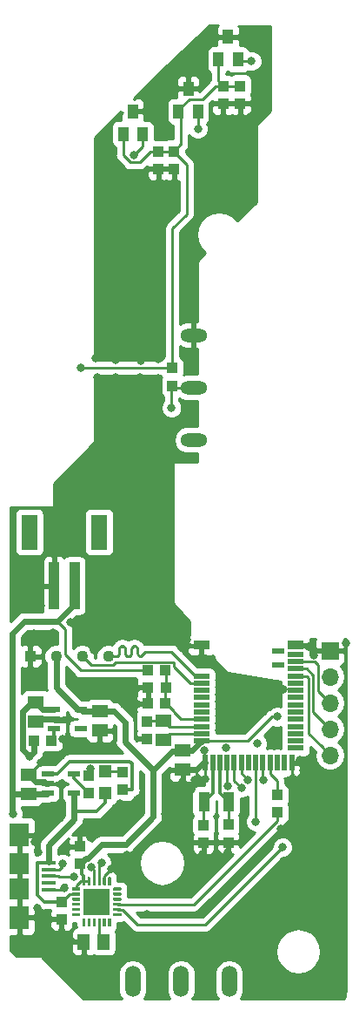
<source format=gbr>
G04 #@! TF.GenerationSoftware,KiCad,Pcbnew,(6.0.0-rc1-dev-1027-g90233e5ec)*
G04 #@! TF.CreationDate,2018-11-05T19:06:39+01:00*
G04 #@! TF.ProjectId,eBoard_remote_control,65426F6172645F72656D6F74655F636F,rev?*
G04 #@! TF.SameCoordinates,Original*
G04 #@! TF.FileFunction,Copper,L1,Top*
G04 #@! TF.FilePolarity,Positive*
%FSLAX46Y46*%
G04 Gerber Fmt 4.6, Leading zero omitted, Abs format (unit mm)*
G04 Created by KiCad (PCBNEW (6.0.0-rc1-dev-1027-g90233e5ec)) date 11/05/18 19:06:39*
%MOMM*%
%LPD*%
G01*
G04 APERTURE LIST*
G04 #@! TA.AperFunction,ComponentPad*
%ADD10C,1.108000*%
G04 #@! TD*
G04 #@! TA.AperFunction,ComponentPad*
%ADD11R,1.108000X1.108000*%
G04 #@! TD*
G04 #@! TA.AperFunction,SMDPad,CuDef*
%ADD12R,1.900000X2.000000*%
G04 #@! TD*
G04 #@! TA.AperFunction,SMDPad,CuDef*
%ADD13R,1.900000X2.300000*%
G04 #@! TD*
G04 #@! TA.AperFunction,SMDPad,CuDef*
%ADD14R,1.400000X0.400000*%
G04 #@! TD*
G04 #@! TA.AperFunction,SMDPad,CuDef*
%ADD15R,1.200000X0.500000*%
G04 #@! TD*
G04 #@! TA.AperFunction,SMDPad,CuDef*
%ADD16R,1.600000X0.900000*%
G04 #@! TD*
G04 #@! TA.AperFunction,SMDPad,CuDef*
%ADD17R,1.600000X0.480000*%
G04 #@! TD*
G04 #@! TA.AperFunction,SMDPad,CuDef*
%ADD18R,0.480000X1.600000*%
G04 #@! TD*
G04 #@! TA.AperFunction,SMDPad,CuDef*
%ADD19R,1.600000X3.400000*%
G04 #@! TD*
G04 #@! TA.AperFunction,SMDPad,CuDef*
%ADD20R,1.000000X4.600000*%
G04 #@! TD*
G04 #@! TA.AperFunction,ComponentPad*
%ADD21O,1.508000X3.016000*%
G04 #@! TD*
G04 #@! TA.AperFunction,SMDPad,CuDef*
%ADD22R,1.000000X1.075000*%
G04 #@! TD*
G04 #@! TA.AperFunction,SMDPad,CuDef*
%ADD23R,1.100000X1.900000*%
G04 #@! TD*
G04 #@! TA.AperFunction,SMDPad,CuDef*
%ADD24R,1.000000X1.400000*%
G04 #@! TD*
G04 #@! TA.AperFunction,ComponentPad*
%ADD25O,2.616000X1.308000*%
G04 #@! TD*
G04 #@! TA.AperFunction,ComponentPad*
%ADD26O,1.700000X1.700000*%
G04 #@! TD*
G04 #@! TA.AperFunction,ComponentPad*
%ADD27R,1.700000X1.700000*%
G04 #@! TD*
G04 #@! TA.AperFunction,SMDPad,CuDef*
%ADD28R,1.000000X1.100000*%
G04 #@! TD*
G04 #@! TA.AperFunction,SMDPad,CuDef*
%ADD29R,1.500000X1.240000*%
G04 #@! TD*
G04 #@! TA.AperFunction,SMDPad,CuDef*
%ADD30R,1.200000X0.550000*%
G04 #@! TD*
G04 #@! TA.AperFunction,SMDPad,CuDef*
%ADD31R,1.200000X1.200000*%
G04 #@! TD*
G04 #@! TA.AperFunction,SMDPad,CuDef*
%ADD32R,1.075000X1.000000*%
G04 #@! TD*
G04 #@! TA.AperFunction,SMDPad,CuDef*
%ADD33R,2.500000X2.500000*%
G04 #@! TD*
G04 #@! TA.AperFunction,Conductor*
%ADD34C,0.100000*%
G04 #@! TD*
G04 #@! TA.AperFunction,SMDPad,CuDef*
%ADD35C,0.280000*%
G04 #@! TD*
G04 #@! TA.AperFunction,SMDPad,CuDef*
%ADD36R,1.240000X1.500000*%
G04 #@! TD*
G04 #@! TA.AperFunction,ViaPad*
%ADD37C,0.800000*%
G04 #@! TD*
G04 #@! TA.AperFunction,Conductor*
%ADD38C,0.250000*%
G04 #@! TD*
G04 #@! TA.AperFunction,Conductor*
%ADD39C,0.600000*%
G04 #@! TD*
G04 #@! TA.AperFunction,Conductor*
%ADD40C,0.350000*%
G04 #@! TD*
G04 #@! TA.AperFunction,Conductor*
%ADD41C,0.254000*%
G04 #@! TD*
G04 APERTURE END LIST*
D10*
G04 #@! TO.P,DIS1,SDA*
G04 #@! TO.N,/SDA*
X187629800Y-119811200D03*
G04 #@! TO.P,DIS1,SCL*
G04 #@! TO.N,/SCL*
X185089800Y-119811200D03*
G04 #@! TO.P,DIS1,VCC*
G04 #@! TO.N,3.3V*
X182549800Y-119811200D03*
D11*
G04 #@! TO.P,DIS1,GND*
G04 #@! TO.N,GND*
X180009800Y-119811200D03*
G04 #@! TD*
D12*
G04 #@! TO.P,P1,G2*
G04 #@! TO.N,GND*
X178959863Y-142418018D03*
G04 #@! TO.P,P1,G3*
X178959863Y-139918018D03*
D13*
G04 #@! TO.P,P1,G1*
X178959863Y-145168018D03*
G04 #@! TO.P,P1,G4*
X178959863Y-137168018D03*
D14*
G04 #@! TO.P,P1,1*
G04 #@! TO.N,VBUS*
X181809863Y-139868018D03*
G04 #@! TO.P,P1,2*
G04 #@! TO.N,/USBD-*
X181809863Y-140518018D03*
G04 #@! TO.P,P1,4*
G04 #@! TO.N,Net-(P1-Pad4)*
X181809863Y-141818018D03*
G04 #@! TO.P,P1,5*
G04 #@! TO.N,GND*
X181809863Y-142468018D03*
G04 #@! TO.P,P1,3*
G04 #@! TO.N,/USBD+*
X181809863Y-141168018D03*
G04 #@! TD*
D15*
G04 #@! TO.P,U1,41*
G04 #@! TO.N,Net-(U1-Pad41)*
X204192263Y-120673756D03*
G04 #@! TO.P,U1,40*
G04 #@! TO.N,Net-(U1-Pad40)*
X204192263Y-119273756D03*
D16*
G04 #@! TO.P,U1,39*
G04 #@! TO.N,GND*
X205892263Y-118723756D03*
D17*
G04 #@! TO.P,U1,38*
G04 #@! TO.N,/FRST*
X205892263Y-119623756D03*
G04 #@! TO.P,U1,37*
G04 #@! TO.N,/SWDIO*
X205892263Y-120323756D03*
G04 #@! TO.P,U1,36*
G04 #@! TO.N,/SWCLK*
X205892263Y-121023756D03*
G04 #@! TO.P,U1,35*
G04 #@! TO.N,/RESET*
X205892263Y-121723756D03*
G04 #@! TO.P,U1,34*
G04 #@! TO.N,/DFU*
X205892263Y-122423756D03*
G04 #@! TO.P,U1,33*
G04 #@! TO.N,Net-(U1-Pad33)*
X205892263Y-123123756D03*
G04 #@! TO.P,U1,32*
G04 #@! TO.N,/SWO*
X205892263Y-123823756D03*
G04 #@! TO.P,U1,31*
G04 #@! TO.N,Net-(U1-Pad31)*
X205892263Y-124523756D03*
G04 #@! TO.P,U1,30*
G04 #@! TO.N,/P0.16*
X205892263Y-125223756D03*
G04 #@! TO.P,U1,29*
G04 #@! TO.N,/P0.15*
X205892263Y-125923756D03*
G04 #@! TO.P,U1,28*
G04 #@! TO.N,/MISO*
X205892263Y-126623756D03*
G04 #@! TO.P,U1,27*
G04 #@! TO.N,/MOSI*
X205892263Y-127323756D03*
G04 #@! TO.P,U1,26*
G04 #@! TO.N,/SCK*
X205892263Y-128023756D03*
G04 #@! TO.P,U1,25*
G04 #@! TO.N,/P0.11*
X205892263Y-128723756D03*
D18*
G04 #@! TO.P,U1,24*
G04 #@! TO.N,GND*
X205492263Y-130173756D03*
G04 #@! TO.P,U1,23*
G04 #@! TO.N,Net-(U1-Pad23)*
X204792263Y-130173756D03*
G04 #@! TO.P,U1,22*
G04 #@! TO.N,Net-(U1-Pad22)*
X204092263Y-130173756D03*
G04 #@! TO.P,U1,21*
G04 #@! TO.N,/RXD*
X203392263Y-130173756D03*
G04 #@! TO.P,U1,20*
G04 #@! TO.N,/P0.07*
X202692263Y-130173756D03*
G04 #@! TO.P,U1,19*
G04 #@! TO.N,/TXD*
X201992263Y-130173756D03*
G04 #@! TO.P,U1,18*
G04 #@! TO.N,/A3*
X201292263Y-130173756D03*
G04 #@! TO.P,U1,17*
G04 #@! TO.N,/A2*
X200592263Y-130173756D03*
G04 #@! TO.P,U1,16*
G04 #@! TO.N,/A1*
X199892263Y-130173756D03*
G04 #@! TO.P,U1,15*
G04 #@! TO.N,/A0*
X199192263Y-130173756D03*
G04 #@! TO.P,U1,14*
G04 #@! TO.N,Net-(C2-Pad1)*
X198492263Y-130173756D03*
G04 #@! TO.P,U1,13*
G04 #@! TO.N,Net-(C1-Pad1)*
X197792263Y-130173756D03*
G04 #@! TO.P,U1,12*
G04 #@! TO.N,GND*
X197092263Y-130173756D03*
D17*
G04 #@! TO.P,U1,11*
G04 #@! TO.N,3.3V*
X196692263Y-128023756D03*
G04 #@! TO.P,U1,10*
G04 #@! TO.N,Net-(L2-Pad2)*
X196692263Y-127323756D03*
G04 #@! TO.P,U1,9*
G04 #@! TO.N,Net-(C4-Pad1)*
X196692263Y-126623756D03*
G04 #@! TO.P,U1,8*
G04 #@! TO.N,/A7/P0.31*
X196692263Y-125923756D03*
G04 #@! TO.P,U1,7*
G04 #@! TO.N,/A6/P0.30*
X196692263Y-125223756D03*
G04 #@! TO.P,U1,6*
G04 #@! TO.N,/A5/0.29*
X196692263Y-124523756D03*
G04 #@! TO.P,U1,5*
G04 #@! TO.N,/A4/0.28*
X196692263Y-123823756D03*
G04 #@! TO.P,U1,4*
G04 #@! TO.N,/P0.27*
X196692263Y-123123756D03*
G04 #@! TO.P,U1,3*
G04 #@! TO.N,/SCL*
X196692263Y-122423756D03*
G04 #@! TO.P,U1,2*
G04 #@! TO.N,/SDA*
X196692263Y-121723756D03*
D16*
G04 #@! TO.P,U1,1*
G04 #@! TO.N,GND*
X196692263Y-118723756D03*
G04 #@! TD*
D19*
G04 #@! TO.P,X2,NC2*
G04 #@! TO.N,N/C*
X186737200Y-107745400D03*
G04 #@! TO.P,X2,NC1*
X179937200Y-107745400D03*
D20*
G04 #@! TO.P,X2,2*
G04 #@! TO.N,VBAT*
X184337200Y-112945400D03*
G04 #@! TO.P,X2,1*
G04 #@! TO.N,GND*
X182337200Y-112945400D03*
G04 #@! TD*
D21*
G04 #@! TO.P,S2,3*
G04 #@! TO.N,Net-(S2-Pad3)*
X190016400Y-151409400D03*
G04 #@! TO.P,S2,1*
G04 #@! TO.N,/VBB*
X199416400Y-151409400D03*
G04 #@! TO.P,S2,2*
G04 #@! TO.N,VBAT*
X194716400Y-151409400D03*
G04 #@! TD*
D22*
G04 #@! TO.P,R8,2*
G04 #@! TO.N,GND*
X185750200Y-131367160D03*
G04 #@! TO.P,R8,1*
G04 #@! TO.N,Net-(R8-Pad1)*
X185750200Y-133067160D03*
G04 #@! TD*
D23*
G04 #@! TO.P,X4,P$2*
G04 #@! TO.N,Net-(C2-Pad1)*
X199344537Y-133935476D03*
G04 #@! TO.P,X4,P$1*
G04 #@! TO.N,Net-(C1-Pad1)*
X196944537Y-133935476D03*
G04 #@! TD*
D22*
G04 #@! TO.P,C10,2*
G04 #@! TO.N,GND*
X184852663Y-138291418D03*
G04 #@! TO.P,C10,1*
G04 #@! TO.N,3.3V*
X184852663Y-139991418D03*
G04 #@! TD*
G04 #@! TO.P,R9,2*
G04 #@! TO.N,/RXD*
X204101700Y-133287400D03*
G04 #@! TO.P,R9,1*
G04 #@! TO.N,Net-(R9-Pad1)*
X204101700Y-134987400D03*
G04 #@! TD*
D24*
G04 #@! TO.P,U5,1*
G04 #@! TO.N,3.3V*
X189067400Y-69045000D03*
G04 #@! TO.P,U5,2*
G04 #@! TO.N,/A0*
X190967400Y-69045000D03*
G04 #@! TO.P,U5,3*
G04 #@! TO.N,GND*
X190017400Y-66845000D03*
G04 #@! TD*
D25*
G04 #@! TO.P,S1,P3*
G04 #@! TO.N,Net-(S1-PadP3)*
X195961000Y-98780600D03*
G04 #@! TO.P,S1,P1*
G04 #@! TO.N,GND*
X195961000Y-88620600D03*
G04 #@! TO.P,S1,P2*
G04 #@! TO.N,/P0.07*
X195961000Y-93700600D03*
G04 #@! TD*
D26*
G04 #@! TO.P,J1,5*
G04 #@! TO.N,/RESET*
X209220844Y-129414010D03*
G04 #@! TO.P,J1,4*
G04 #@! TO.N,/SWCLK*
X209220844Y-126874010D03*
G04 #@! TO.P,J1,3*
G04 #@! TO.N,/SWDIO*
X209220844Y-124334010D03*
G04 #@! TO.P,J1,2*
G04 #@! TO.N,3.3V*
X209220844Y-121794010D03*
D27*
G04 #@! TO.P,J1,1*
G04 #@! TO.N,GND*
X209220844Y-119254010D03*
G04 #@! TD*
D24*
G04 #@! TO.P,U7,1*
G04 #@! TO.N,3.3V*
X198353640Y-61836480D03*
G04 #@! TO.P,U7,2*
G04 #@! TO.N,/A2*
X200253640Y-61836480D03*
G04 #@! TO.P,U7,3*
G04 #@! TO.N,GND*
X199303640Y-59636480D03*
G04 #@! TD*
G04 #@! TO.P,U6,1*
G04 #@! TO.N,3.3V*
X194467440Y-66853160D03*
G04 #@! TO.P,U6,2*
G04 #@! TO.N,/A1*
X196367440Y-66853160D03*
G04 #@! TO.P,U6,3*
G04 #@! TO.N,GND*
X195417440Y-64653160D03*
G04 #@! TD*
D28*
G04 #@! TO.P,C21,2*
G04 #@! TO.N,GND*
X198814290Y-66121196D03*
G04 #@! TO.P,C21,1*
G04 #@! TO.N,3.3V*
X198814290Y-64421196D03*
G04 #@! TD*
G04 #@! TO.P,C20,2*
G04 #@! TO.N,GND*
X194045145Y-72439695D03*
G04 #@! TO.P,C20,1*
G04 #@! TO.N,3.3V*
X194045145Y-70739695D03*
G04 #@! TD*
D22*
G04 #@! TO.P,C1,2*
G04 #@! TO.N,GND*
X196899937Y-137909676D03*
G04 #@! TO.P,C1,1*
G04 #@! TO.N,Net-(C1-Pad1)*
X196899937Y-136209676D03*
G04 #@! TD*
G04 #@! TO.P,C2,2*
G04 #@! TO.N,GND*
X199338337Y-137884276D03*
G04 #@! TO.P,C2,1*
G04 #@! TO.N,Net-(C2-Pad1)*
X199338337Y-136184276D03*
G04 #@! TD*
D29*
G04 #@! TO.P,C3,2*
G04 #@! TO.N,GND*
X194873880Y-130850680D03*
G04 #@! TO.P,C3,1*
G04 #@! TO.N,3.3V*
X194873880Y-128950680D03*
G04 #@! TD*
G04 #@! TO.P,L2,2*
G04 #@! TO.N,Net-(L2-Pad2)*
X192990244Y-127925610D03*
G04 #@! TO.P,L2,1*
G04 #@! TO.N,Net-(C4-Pad1)*
X192990244Y-126025610D03*
G04 #@! TD*
D22*
G04 #@! TO.P,C4,2*
G04 #@! TO.N,GND*
X191414400Y-127824600D03*
G04 #@! TO.P,C4,1*
G04 #@! TO.N,Net-(C4-Pad1)*
X191414400Y-126124600D03*
G04 #@! TD*
D30*
G04 #@! TO.P,U3,5*
G04 #@! TO.N,Net-(R8-Pad1)*
X184317177Y-131229116D03*
G04 #@! TO.P,U3,4*
G04 #@! TO.N,VBUS*
X184317177Y-133129116D03*
G04 #@! TO.P,U3,3*
G04 #@! TO.N,VBAT*
X181716977Y-133129116D03*
G04 #@! TO.P,U3,2*
G04 #@! TO.N,GND*
X181716977Y-132179116D03*
G04 #@! TO.P,U3,1*
G04 #@! TO.N,Net-(R3-Pad2)*
X181716977Y-131229116D03*
G04 #@! TD*
D31*
G04 #@! TO.P,CHG1,A*
G04 #@! TO.N,VBUS*
X187335077Y-133089416D03*
G04 #@! TO.P,CHG1,C*
G04 #@! TO.N,Net-(CHG1-PadC)*
X187335077Y-130989416D03*
G04 #@! TD*
D22*
G04 #@! TO.P,R3,2*
G04 #@! TO.N,Net-(R3-Pad2)*
X189062277Y-132787816D03*
G04 #@! TO.P,R3,1*
G04 #@! TO.N,Net-(CHG1-PadC)*
X189062277Y-131087816D03*
G04 #@! TD*
D29*
G04 #@! TO.P,C5,2*
G04 #@! TO.N,GND*
X179887880Y-131312880D03*
G04 #@! TO.P,C5,1*
G04 #@! TO.N,VBAT*
X179887880Y-133212880D03*
G04 #@! TD*
D32*
G04 #@! TO.P,R4,2*
G04 #@! TO.N,/A7/P0.31*
X193154444Y-121184410D03*
G04 #@! TO.P,R4,1*
G04 #@! TO.N,VBAT*
X191454444Y-121184410D03*
G04 #@! TD*
G04 #@! TO.P,R6,2*
G04 #@! TO.N,GND*
X191518844Y-122810010D03*
G04 #@! TO.P,R6,1*
G04 #@! TO.N,/A7/P0.31*
X193218844Y-122810010D03*
G04 #@! TD*
D29*
G04 #@! TO.P,C6,2*
G04 #@! TO.N,GND*
X180553360Y-126156760D03*
G04 #@! TO.P,C6,1*
G04 #@! TO.N,/VBB*
X180553360Y-124256760D03*
G04 #@! TD*
G04 #@! TO.P,C8,2*
G04 #@! TO.N,GND*
X186805735Y-127017768D03*
G04 #@! TO.P,C8,1*
G04 #@! TO.N,3.3V*
X186805735Y-125117768D03*
G04 #@! TD*
D30*
G04 #@! TO.P,U2,5*
G04 #@! TO.N,3.3V*
X184956235Y-124939968D03*
G04 #@! TO.P,U2,4*
G04 #@! TO.N,Net-(U2-Pad4)*
X184956235Y-126839968D03*
G04 #@! TO.P,U2,3*
G04 #@! TO.N,Net-(R5-Pad1)*
X182356035Y-126839968D03*
G04 #@! TO.P,U2,2*
G04 #@! TO.N,GND*
X182356035Y-125889968D03*
G04 #@! TO.P,U2,1*
G04 #@! TO.N,/VBB*
X182356035Y-124939968D03*
G04 #@! TD*
D32*
G04 #@! TO.P,R5,2*
G04 #@! TO.N,/VBB*
X180419640Y-127975360D03*
G04 #@! TO.P,R5,1*
G04 #@! TO.N,Net-(R5-Pad1)*
X182119640Y-127975360D03*
G04 #@! TD*
D33*
G04 #@! TO.P,U4,THERM*
G04 #@! TO.N,GND*
X186503663Y-143662618D03*
D34*
G04 #@! TD*
G04 #@! TO.N,Net-(U4-Pad24)*
G04 #@! TO.C,U4*
G36*
X188840524Y-142272955D02*
X188847319Y-142273963D01*
X188853983Y-142275632D01*
X188860451Y-142277946D01*
X188866661Y-142280884D01*
X188872553Y-142284415D01*
X188878071Y-142288507D01*
X188883160Y-142293121D01*
X188887774Y-142298210D01*
X188891866Y-142303728D01*
X188895397Y-142309620D01*
X188898335Y-142315830D01*
X188900649Y-142322298D01*
X188902318Y-142328962D01*
X188903326Y-142335757D01*
X188903663Y-142342618D01*
X188903663Y-142482618D01*
X188903326Y-142489479D01*
X188902318Y-142496274D01*
X188900649Y-142502938D01*
X188898335Y-142509406D01*
X188895397Y-142515616D01*
X188891866Y-142521508D01*
X188887774Y-142527026D01*
X188883160Y-142532115D01*
X188878071Y-142536729D01*
X188872553Y-142540821D01*
X188866661Y-142544352D01*
X188860451Y-142547290D01*
X188853983Y-142549604D01*
X188847319Y-142551273D01*
X188840524Y-142552281D01*
X188833663Y-142552618D01*
X188173663Y-142552618D01*
X188166802Y-142552281D01*
X188160007Y-142551273D01*
X188153343Y-142549604D01*
X188146875Y-142547290D01*
X188140665Y-142544352D01*
X188134773Y-142540821D01*
X188129255Y-142536729D01*
X188124166Y-142532115D01*
X188119552Y-142527026D01*
X188115460Y-142521508D01*
X188111929Y-142515616D01*
X188108991Y-142509406D01*
X188106677Y-142502938D01*
X188105008Y-142496274D01*
X188104000Y-142489479D01*
X188103663Y-142482618D01*
X188103663Y-142342618D01*
X188104000Y-142335757D01*
X188105008Y-142328962D01*
X188106677Y-142322298D01*
X188108991Y-142315830D01*
X188111929Y-142309620D01*
X188115460Y-142303728D01*
X188119552Y-142298210D01*
X188124166Y-142293121D01*
X188129255Y-142288507D01*
X188134773Y-142284415D01*
X188140665Y-142280884D01*
X188146875Y-142277946D01*
X188153343Y-142275632D01*
X188160007Y-142273963D01*
X188166802Y-142272955D01*
X188173663Y-142272618D01*
X188833663Y-142272618D01*
X188840524Y-142272955D01*
X188840524Y-142272955D01*
G37*
D35*
G04 #@! TO.P,U4,24*
G04 #@! TO.N,Net-(U4-Pad24)*
X188503663Y-142412618D03*
D34*
G04 #@! TD*
G04 #@! TO.N,/DTR*
G04 #@! TO.C,U4*
G36*
X188840524Y-142772955D02*
X188847319Y-142773963D01*
X188853983Y-142775632D01*
X188860451Y-142777946D01*
X188866661Y-142780884D01*
X188872553Y-142784415D01*
X188878071Y-142788507D01*
X188883160Y-142793121D01*
X188887774Y-142798210D01*
X188891866Y-142803728D01*
X188895397Y-142809620D01*
X188898335Y-142815830D01*
X188900649Y-142822298D01*
X188902318Y-142828962D01*
X188903326Y-142835757D01*
X188903663Y-142842618D01*
X188903663Y-142982618D01*
X188903326Y-142989479D01*
X188902318Y-142996274D01*
X188900649Y-143002938D01*
X188898335Y-143009406D01*
X188895397Y-143015616D01*
X188891866Y-143021508D01*
X188887774Y-143027026D01*
X188883160Y-143032115D01*
X188878071Y-143036729D01*
X188872553Y-143040821D01*
X188866661Y-143044352D01*
X188860451Y-143047290D01*
X188853983Y-143049604D01*
X188847319Y-143051273D01*
X188840524Y-143052281D01*
X188833663Y-143052618D01*
X188173663Y-143052618D01*
X188166802Y-143052281D01*
X188160007Y-143051273D01*
X188153343Y-143049604D01*
X188146875Y-143047290D01*
X188140665Y-143044352D01*
X188134773Y-143040821D01*
X188129255Y-143036729D01*
X188124166Y-143032115D01*
X188119552Y-143027026D01*
X188115460Y-143021508D01*
X188111929Y-143015616D01*
X188108991Y-143009406D01*
X188106677Y-143002938D01*
X188105008Y-142996274D01*
X188104000Y-142989479D01*
X188103663Y-142982618D01*
X188103663Y-142842618D01*
X188104000Y-142835757D01*
X188105008Y-142828962D01*
X188106677Y-142822298D01*
X188108991Y-142815830D01*
X188111929Y-142809620D01*
X188115460Y-142803728D01*
X188119552Y-142798210D01*
X188124166Y-142793121D01*
X188129255Y-142788507D01*
X188134773Y-142784415D01*
X188140665Y-142780884D01*
X188146875Y-142777946D01*
X188153343Y-142775632D01*
X188160007Y-142773963D01*
X188166802Y-142772955D01*
X188173663Y-142772618D01*
X188833663Y-142772618D01*
X188840524Y-142772955D01*
X188840524Y-142772955D01*
G37*
D35*
G04 #@! TO.P,U4,23*
G04 #@! TO.N,/DTR*
X188503663Y-142912618D03*
D34*
G04 #@! TD*
G04 #@! TO.N,Net-(U4-Pad22)*
G04 #@! TO.C,U4*
G36*
X188840524Y-143272955D02*
X188847319Y-143273963D01*
X188853983Y-143275632D01*
X188860451Y-143277946D01*
X188866661Y-143280884D01*
X188872553Y-143284415D01*
X188878071Y-143288507D01*
X188883160Y-143293121D01*
X188887774Y-143298210D01*
X188891866Y-143303728D01*
X188895397Y-143309620D01*
X188898335Y-143315830D01*
X188900649Y-143322298D01*
X188902318Y-143328962D01*
X188903326Y-143335757D01*
X188903663Y-143342618D01*
X188903663Y-143482618D01*
X188903326Y-143489479D01*
X188902318Y-143496274D01*
X188900649Y-143502938D01*
X188898335Y-143509406D01*
X188895397Y-143515616D01*
X188891866Y-143521508D01*
X188887774Y-143527026D01*
X188883160Y-143532115D01*
X188878071Y-143536729D01*
X188872553Y-143540821D01*
X188866661Y-143544352D01*
X188860451Y-143547290D01*
X188853983Y-143549604D01*
X188847319Y-143551273D01*
X188840524Y-143552281D01*
X188833663Y-143552618D01*
X188173663Y-143552618D01*
X188166802Y-143552281D01*
X188160007Y-143551273D01*
X188153343Y-143549604D01*
X188146875Y-143547290D01*
X188140665Y-143544352D01*
X188134773Y-143540821D01*
X188129255Y-143536729D01*
X188124166Y-143532115D01*
X188119552Y-143527026D01*
X188115460Y-143521508D01*
X188111929Y-143515616D01*
X188108991Y-143509406D01*
X188106677Y-143502938D01*
X188105008Y-143496274D01*
X188104000Y-143489479D01*
X188103663Y-143482618D01*
X188103663Y-143342618D01*
X188104000Y-143335757D01*
X188105008Y-143328962D01*
X188106677Y-143322298D01*
X188108991Y-143315830D01*
X188111929Y-143309620D01*
X188115460Y-143303728D01*
X188119552Y-143298210D01*
X188124166Y-143293121D01*
X188129255Y-143288507D01*
X188134773Y-143284415D01*
X188140665Y-143280884D01*
X188146875Y-143277946D01*
X188153343Y-143275632D01*
X188160007Y-143273963D01*
X188166802Y-143272955D01*
X188173663Y-143272618D01*
X188833663Y-143272618D01*
X188840524Y-143272955D01*
X188840524Y-143272955D01*
G37*
D35*
G04 #@! TO.P,U4,22*
G04 #@! TO.N,Net-(U4-Pad22)*
X188503663Y-143412618D03*
D34*
G04 #@! TD*
G04 #@! TO.N,Net-(R9-Pad1)*
G04 #@! TO.C,U4*
G36*
X188840524Y-143772955D02*
X188847319Y-143773963D01*
X188853983Y-143775632D01*
X188860451Y-143777946D01*
X188866661Y-143780884D01*
X188872553Y-143784415D01*
X188878071Y-143788507D01*
X188883160Y-143793121D01*
X188887774Y-143798210D01*
X188891866Y-143803728D01*
X188895397Y-143809620D01*
X188898335Y-143815830D01*
X188900649Y-143822298D01*
X188902318Y-143828962D01*
X188903326Y-143835757D01*
X188903663Y-143842618D01*
X188903663Y-143982618D01*
X188903326Y-143989479D01*
X188902318Y-143996274D01*
X188900649Y-144002938D01*
X188898335Y-144009406D01*
X188895397Y-144015616D01*
X188891866Y-144021508D01*
X188887774Y-144027026D01*
X188883160Y-144032115D01*
X188878071Y-144036729D01*
X188872553Y-144040821D01*
X188866661Y-144044352D01*
X188860451Y-144047290D01*
X188853983Y-144049604D01*
X188847319Y-144051273D01*
X188840524Y-144052281D01*
X188833663Y-144052618D01*
X188173663Y-144052618D01*
X188166802Y-144052281D01*
X188160007Y-144051273D01*
X188153343Y-144049604D01*
X188146875Y-144047290D01*
X188140665Y-144044352D01*
X188134773Y-144040821D01*
X188129255Y-144036729D01*
X188124166Y-144032115D01*
X188119552Y-144027026D01*
X188115460Y-144021508D01*
X188111929Y-144015616D01*
X188108991Y-144009406D01*
X188106677Y-144002938D01*
X188105008Y-143996274D01*
X188104000Y-143989479D01*
X188103663Y-143982618D01*
X188103663Y-143842618D01*
X188104000Y-143835757D01*
X188105008Y-143828962D01*
X188106677Y-143822298D01*
X188108991Y-143815830D01*
X188111929Y-143809620D01*
X188115460Y-143803728D01*
X188119552Y-143798210D01*
X188124166Y-143793121D01*
X188129255Y-143788507D01*
X188134773Y-143784415D01*
X188140665Y-143780884D01*
X188146875Y-143777946D01*
X188153343Y-143775632D01*
X188160007Y-143773963D01*
X188166802Y-143772955D01*
X188173663Y-143772618D01*
X188833663Y-143772618D01*
X188840524Y-143772955D01*
X188840524Y-143772955D01*
G37*
D35*
G04 #@! TO.P,U4,21*
G04 #@! TO.N,Net-(R9-Pad1)*
X188503663Y-143912618D03*
D34*
G04 #@! TD*
G04 #@! TO.N,/TXD*
G04 #@! TO.C,U4*
G36*
X188840524Y-144272955D02*
X188847319Y-144273963D01*
X188853983Y-144275632D01*
X188860451Y-144277946D01*
X188866661Y-144280884D01*
X188872553Y-144284415D01*
X188878071Y-144288507D01*
X188883160Y-144293121D01*
X188887774Y-144298210D01*
X188891866Y-144303728D01*
X188895397Y-144309620D01*
X188898335Y-144315830D01*
X188900649Y-144322298D01*
X188902318Y-144328962D01*
X188903326Y-144335757D01*
X188903663Y-144342618D01*
X188903663Y-144482618D01*
X188903326Y-144489479D01*
X188902318Y-144496274D01*
X188900649Y-144502938D01*
X188898335Y-144509406D01*
X188895397Y-144515616D01*
X188891866Y-144521508D01*
X188887774Y-144527026D01*
X188883160Y-144532115D01*
X188878071Y-144536729D01*
X188872553Y-144540821D01*
X188866661Y-144544352D01*
X188860451Y-144547290D01*
X188853983Y-144549604D01*
X188847319Y-144551273D01*
X188840524Y-144552281D01*
X188833663Y-144552618D01*
X188173663Y-144552618D01*
X188166802Y-144552281D01*
X188160007Y-144551273D01*
X188153343Y-144549604D01*
X188146875Y-144547290D01*
X188140665Y-144544352D01*
X188134773Y-144540821D01*
X188129255Y-144536729D01*
X188124166Y-144532115D01*
X188119552Y-144527026D01*
X188115460Y-144521508D01*
X188111929Y-144515616D01*
X188108991Y-144509406D01*
X188106677Y-144502938D01*
X188105008Y-144496274D01*
X188104000Y-144489479D01*
X188103663Y-144482618D01*
X188103663Y-144342618D01*
X188104000Y-144335757D01*
X188105008Y-144328962D01*
X188106677Y-144322298D01*
X188108991Y-144315830D01*
X188111929Y-144309620D01*
X188115460Y-144303728D01*
X188119552Y-144298210D01*
X188124166Y-144293121D01*
X188129255Y-144288507D01*
X188134773Y-144284415D01*
X188140665Y-144280884D01*
X188146875Y-144277946D01*
X188153343Y-144275632D01*
X188160007Y-144273963D01*
X188166802Y-144272955D01*
X188173663Y-144272618D01*
X188833663Y-144272618D01*
X188840524Y-144272955D01*
X188840524Y-144272955D01*
G37*
D35*
G04 #@! TO.P,U4,20*
G04 #@! TO.N,/TXD*
X188503663Y-144412618D03*
D34*
G04 #@! TD*
G04 #@! TO.N,Net-(U4-Pad19)*
G04 #@! TO.C,U4*
G36*
X188840524Y-144772955D02*
X188847319Y-144773963D01*
X188853983Y-144775632D01*
X188860451Y-144777946D01*
X188866661Y-144780884D01*
X188872553Y-144784415D01*
X188878071Y-144788507D01*
X188883160Y-144793121D01*
X188887774Y-144798210D01*
X188891866Y-144803728D01*
X188895397Y-144809620D01*
X188898335Y-144815830D01*
X188900649Y-144822298D01*
X188902318Y-144828962D01*
X188903326Y-144835757D01*
X188903663Y-144842618D01*
X188903663Y-144982618D01*
X188903326Y-144989479D01*
X188902318Y-144996274D01*
X188900649Y-145002938D01*
X188898335Y-145009406D01*
X188895397Y-145015616D01*
X188891866Y-145021508D01*
X188887774Y-145027026D01*
X188883160Y-145032115D01*
X188878071Y-145036729D01*
X188872553Y-145040821D01*
X188866661Y-145044352D01*
X188860451Y-145047290D01*
X188853983Y-145049604D01*
X188847319Y-145051273D01*
X188840524Y-145052281D01*
X188833663Y-145052618D01*
X188173663Y-145052618D01*
X188166802Y-145052281D01*
X188160007Y-145051273D01*
X188153343Y-145049604D01*
X188146875Y-145047290D01*
X188140665Y-145044352D01*
X188134773Y-145040821D01*
X188129255Y-145036729D01*
X188124166Y-145032115D01*
X188119552Y-145027026D01*
X188115460Y-145021508D01*
X188111929Y-145015616D01*
X188108991Y-145009406D01*
X188106677Y-145002938D01*
X188105008Y-144996274D01*
X188104000Y-144989479D01*
X188103663Y-144982618D01*
X188103663Y-144842618D01*
X188104000Y-144835757D01*
X188105008Y-144828962D01*
X188106677Y-144822298D01*
X188108991Y-144815830D01*
X188111929Y-144809620D01*
X188115460Y-144803728D01*
X188119552Y-144798210D01*
X188124166Y-144793121D01*
X188129255Y-144788507D01*
X188134773Y-144784415D01*
X188140665Y-144780884D01*
X188146875Y-144777946D01*
X188153343Y-144775632D01*
X188160007Y-144773963D01*
X188166802Y-144772955D01*
X188173663Y-144772618D01*
X188833663Y-144772618D01*
X188840524Y-144772955D01*
X188840524Y-144772955D01*
G37*
D35*
G04 #@! TO.P,U4,19*
G04 #@! TO.N,Net-(U4-Pad19)*
X188503663Y-144912618D03*
D34*
G04 #@! TD*
G04 #@! TO.N,Net-(U4-Pad18)*
G04 #@! TO.C,U4*
G36*
X187830524Y-145262955D02*
X187837319Y-145263963D01*
X187843983Y-145265632D01*
X187850451Y-145267946D01*
X187856661Y-145270884D01*
X187862553Y-145274415D01*
X187868071Y-145278507D01*
X187873160Y-145283121D01*
X187877774Y-145288210D01*
X187881866Y-145293728D01*
X187885397Y-145299620D01*
X187888335Y-145305830D01*
X187890649Y-145312298D01*
X187892318Y-145318962D01*
X187893326Y-145325757D01*
X187893663Y-145332618D01*
X187893663Y-145992618D01*
X187893326Y-145999479D01*
X187892318Y-146006274D01*
X187890649Y-146012938D01*
X187888335Y-146019406D01*
X187885397Y-146025616D01*
X187881866Y-146031508D01*
X187877774Y-146037026D01*
X187873160Y-146042115D01*
X187868071Y-146046729D01*
X187862553Y-146050821D01*
X187856661Y-146054352D01*
X187850451Y-146057290D01*
X187843983Y-146059604D01*
X187837319Y-146061273D01*
X187830524Y-146062281D01*
X187823663Y-146062618D01*
X187683663Y-146062618D01*
X187676802Y-146062281D01*
X187670007Y-146061273D01*
X187663343Y-146059604D01*
X187656875Y-146057290D01*
X187650665Y-146054352D01*
X187644773Y-146050821D01*
X187639255Y-146046729D01*
X187634166Y-146042115D01*
X187629552Y-146037026D01*
X187625460Y-146031508D01*
X187621929Y-146025616D01*
X187618991Y-146019406D01*
X187616677Y-146012938D01*
X187615008Y-146006274D01*
X187614000Y-145999479D01*
X187613663Y-145992618D01*
X187613663Y-145332618D01*
X187614000Y-145325757D01*
X187615008Y-145318962D01*
X187616677Y-145312298D01*
X187618991Y-145305830D01*
X187621929Y-145299620D01*
X187625460Y-145293728D01*
X187629552Y-145288210D01*
X187634166Y-145283121D01*
X187639255Y-145278507D01*
X187644773Y-145274415D01*
X187650665Y-145270884D01*
X187656875Y-145267946D01*
X187663343Y-145265632D01*
X187670007Y-145263963D01*
X187676802Y-145262955D01*
X187683663Y-145262618D01*
X187823663Y-145262618D01*
X187830524Y-145262955D01*
X187830524Y-145262955D01*
G37*
D35*
G04 #@! TO.P,U4,18*
G04 #@! TO.N,Net-(U4-Pad18)*
X187753663Y-145662618D03*
D34*
G04 #@! TD*
G04 #@! TO.N,Net-(U4-Pad17)*
G04 #@! TO.C,U4*
G36*
X187330524Y-145262955D02*
X187337319Y-145263963D01*
X187343983Y-145265632D01*
X187350451Y-145267946D01*
X187356661Y-145270884D01*
X187362553Y-145274415D01*
X187368071Y-145278507D01*
X187373160Y-145283121D01*
X187377774Y-145288210D01*
X187381866Y-145293728D01*
X187385397Y-145299620D01*
X187388335Y-145305830D01*
X187390649Y-145312298D01*
X187392318Y-145318962D01*
X187393326Y-145325757D01*
X187393663Y-145332618D01*
X187393663Y-145992618D01*
X187393326Y-145999479D01*
X187392318Y-146006274D01*
X187390649Y-146012938D01*
X187388335Y-146019406D01*
X187385397Y-146025616D01*
X187381866Y-146031508D01*
X187377774Y-146037026D01*
X187373160Y-146042115D01*
X187368071Y-146046729D01*
X187362553Y-146050821D01*
X187356661Y-146054352D01*
X187350451Y-146057290D01*
X187343983Y-146059604D01*
X187337319Y-146061273D01*
X187330524Y-146062281D01*
X187323663Y-146062618D01*
X187183663Y-146062618D01*
X187176802Y-146062281D01*
X187170007Y-146061273D01*
X187163343Y-146059604D01*
X187156875Y-146057290D01*
X187150665Y-146054352D01*
X187144773Y-146050821D01*
X187139255Y-146046729D01*
X187134166Y-146042115D01*
X187129552Y-146037026D01*
X187125460Y-146031508D01*
X187121929Y-146025616D01*
X187118991Y-146019406D01*
X187116677Y-146012938D01*
X187115008Y-146006274D01*
X187114000Y-145999479D01*
X187113663Y-145992618D01*
X187113663Y-145332618D01*
X187114000Y-145325757D01*
X187115008Y-145318962D01*
X187116677Y-145312298D01*
X187118991Y-145305830D01*
X187121929Y-145299620D01*
X187125460Y-145293728D01*
X187129552Y-145288210D01*
X187134166Y-145283121D01*
X187139255Y-145278507D01*
X187144773Y-145274415D01*
X187150665Y-145270884D01*
X187156875Y-145267946D01*
X187163343Y-145265632D01*
X187170007Y-145263963D01*
X187176802Y-145262955D01*
X187183663Y-145262618D01*
X187323663Y-145262618D01*
X187330524Y-145262955D01*
X187330524Y-145262955D01*
G37*
D35*
G04 #@! TO.P,U4,17*
G04 #@! TO.N,Net-(U4-Pad17)*
X187253663Y-145662618D03*
D34*
G04 #@! TD*
G04 #@! TO.N,Net-(C7-Pad1)*
G04 #@! TO.C,U4*
G36*
X186830524Y-145262955D02*
X186837319Y-145263963D01*
X186843983Y-145265632D01*
X186850451Y-145267946D01*
X186856661Y-145270884D01*
X186862553Y-145274415D01*
X186868071Y-145278507D01*
X186873160Y-145283121D01*
X186877774Y-145288210D01*
X186881866Y-145293728D01*
X186885397Y-145299620D01*
X186888335Y-145305830D01*
X186890649Y-145312298D01*
X186892318Y-145318962D01*
X186893326Y-145325757D01*
X186893663Y-145332618D01*
X186893663Y-145992618D01*
X186893326Y-145999479D01*
X186892318Y-146006274D01*
X186890649Y-146012938D01*
X186888335Y-146019406D01*
X186885397Y-146025616D01*
X186881866Y-146031508D01*
X186877774Y-146037026D01*
X186873160Y-146042115D01*
X186868071Y-146046729D01*
X186862553Y-146050821D01*
X186856661Y-146054352D01*
X186850451Y-146057290D01*
X186843983Y-146059604D01*
X186837319Y-146061273D01*
X186830524Y-146062281D01*
X186823663Y-146062618D01*
X186683663Y-146062618D01*
X186676802Y-146062281D01*
X186670007Y-146061273D01*
X186663343Y-146059604D01*
X186656875Y-146057290D01*
X186650665Y-146054352D01*
X186644773Y-146050821D01*
X186639255Y-146046729D01*
X186634166Y-146042115D01*
X186629552Y-146037026D01*
X186625460Y-146031508D01*
X186621929Y-146025616D01*
X186618991Y-146019406D01*
X186616677Y-146012938D01*
X186615008Y-146006274D01*
X186614000Y-145999479D01*
X186613663Y-145992618D01*
X186613663Y-145332618D01*
X186614000Y-145325757D01*
X186615008Y-145318962D01*
X186616677Y-145312298D01*
X186618991Y-145305830D01*
X186621929Y-145299620D01*
X186625460Y-145293728D01*
X186629552Y-145288210D01*
X186634166Y-145283121D01*
X186639255Y-145278507D01*
X186644773Y-145274415D01*
X186650665Y-145270884D01*
X186656875Y-145267946D01*
X186663343Y-145265632D01*
X186670007Y-145263963D01*
X186676802Y-145262955D01*
X186683663Y-145262618D01*
X186823663Y-145262618D01*
X186830524Y-145262955D01*
X186830524Y-145262955D01*
G37*
D35*
G04 #@! TO.P,U4,16*
G04 #@! TO.N,Net-(C7-Pad1)*
X186753663Y-145662618D03*
D34*
G04 #@! TD*
G04 #@! TO.N,Net-(U4-Pad15)*
G04 #@! TO.C,U4*
G36*
X186330524Y-145262955D02*
X186337319Y-145263963D01*
X186343983Y-145265632D01*
X186350451Y-145267946D01*
X186356661Y-145270884D01*
X186362553Y-145274415D01*
X186368071Y-145278507D01*
X186373160Y-145283121D01*
X186377774Y-145288210D01*
X186381866Y-145293728D01*
X186385397Y-145299620D01*
X186388335Y-145305830D01*
X186390649Y-145312298D01*
X186392318Y-145318962D01*
X186393326Y-145325757D01*
X186393663Y-145332618D01*
X186393663Y-145992618D01*
X186393326Y-145999479D01*
X186392318Y-146006274D01*
X186390649Y-146012938D01*
X186388335Y-146019406D01*
X186385397Y-146025616D01*
X186381866Y-146031508D01*
X186377774Y-146037026D01*
X186373160Y-146042115D01*
X186368071Y-146046729D01*
X186362553Y-146050821D01*
X186356661Y-146054352D01*
X186350451Y-146057290D01*
X186343983Y-146059604D01*
X186337319Y-146061273D01*
X186330524Y-146062281D01*
X186323663Y-146062618D01*
X186183663Y-146062618D01*
X186176802Y-146062281D01*
X186170007Y-146061273D01*
X186163343Y-146059604D01*
X186156875Y-146057290D01*
X186150665Y-146054352D01*
X186144773Y-146050821D01*
X186139255Y-146046729D01*
X186134166Y-146042115D01*
X186129552Y-146037026D01*
X186125460Y-146031508D01*
X186121929Y-146025616D01*
X186118991Y-146019406D01*
X186116677Y-146012938D01*
X186115008Y-146006274D01*
X186114000Y-145999479D01*
X186113663Y-145992618D01*
X186113663Y-145332618D01*
X186114000Y-145325757D01*
X186115008Y-145318962D01*
X186116677Y-145312298D01*
X186118991Y-145305830D01*
X186121929Y-145299620D01*
X186125460Y-145293728D01*
X186129552Y-145288210D01*
X186134166Y-145283121D01*
X186139255Y-145278507D01*
X186144773Y-145274415D01*
X186150665Y-145270884D01*
X186156875Y-145267946D01*
X186163343Y-145265632D01*
X186170007Y-145263963D01*
X186176802Y-145262955D01*
X186183663Y-145262618D01*
X186323663Y-145262618D01*
X186330524Y-145262955D01*
X186330524Y-145262955D01*
G37*
D35*
G04 #@! TO.P,U4,15*
G04 #@! TO.N,Net-(U4-Pad15)*
X186253663Y-145662618D03*
D34*
G04 #@! TD*
G04 #@! TO.N,Net-(U4-Pad14)*
G04 #@! TO.C,U4*
G36*
X185830524Y-145262955D02*
X185837319Y-145263963D01*
X185843983Y-145265632D01*
X185850451Y-145267946D01*
X185856661Y-145270884D01*
X185862553Y-145274415D01*
X185868071Y-145278507D01*
X185873160Y-145283121D01*
X185877774Y-145288210D01*
X185881866Y-145293728D01*
X185885397Y-145299620D01*
X185888335Y-145305830D01*
X185890649Y-145312298D01*
X185892318Y-145318962D01*
X185893326Y-145325757D01*
X185893663Y-145332618D01*
X185893663Y-145992618D01*
X185893326Y-145999479D01*
X185892318Y-146006274D01*
X185890649Y-146012938D01*
X185888335Y-146019406D01*
X185885397Y-146025616D01*
X185881866Y-146031508D01*
X185877774Y-146037026D01*
X185873160Y-146042115D01*
X185868071Y-146046729D01*
X185862553Y-146050821D01*
X185856661Y-146054352D01*
X185850451Y-146057290D01*
X185843983Y-146059604D01*
X185837319Y-146061273D01*
X185830524Y-146062281D01*
X185823663Y-146062618D01*
X185683663Y-146062618D01*
X185676802Y-146062281D01*
X185670007Y-146061273D01*
X185663343Y-146059604D01*
X185656875Y-146057290D01*
X185650665Y-146054352D01*
X185644773Y-146050821D01*
X185639255Y-146046729D01*
X185634166Y-146042115D01*
X185629552Y-146037026D01*
X185625460Y-146031508D01*
X185621929Y-146025616D01*
X185618991Y-146019406D01*
X185616677Y-146012938D01*
X185615008Y-146006274D01*
X185614000Y-145999479D01*
X185613663Y-145992618D01*
X185613663Y-145332618D01*
X185614000Y-145325757D01*
X185615008Y-145318962D01*
X185616677Y-145312298D01*
X185618991Y-145305830D01*
X185621929Y-145299620D01*
X185625460Y-145293728D01*
X185629552Y-145288210D01*
X185634166Y-145283121D01*
X185639255Y-145278507D01*
X185644773Y-145274415D01*
X185650665Y-145270884D01*
X185656875Y-145267946D01*
X185663343Y-145265632D01*
X185670007Y-145263963D01*
X185676802Y-145262955D01*
X185683663Y-145262618D01*
X185823663Y-145262618D01*
X185830524Y-145262955D01*
X185830524Y-145262955D01*
G37*
D35*
G04 #@! TO.P,U4,14*
G04 #@! TO.N,Net-(U4-Pad14)*
X185753663Y-145662618D03*
D34*
G04 #@! TD*
G04 #@! TO.N,Net-(U4-Pad13)*
G04 #@! TO.C,U4*
G36*
X185330524Y-145262955D02*
X185337319Y-145263963D01*
X185343983Y-145265632D01*
X185350451Y-145267946D01*
X185356661Y-145270884D01*
X185362553Y-145274415D01*
X185368071Y-145278507D01*
X185373160Y-145283121D01*
X185377774Y-145288210D01*
X185381866Y-145293728D01*
X185385397Y-145299620D01*
X185388335Y-145305830D01*
X185390649Y-145312298D01*
X185392318Y-145318962D01*
X185393326Y-145325757D01*
X185393663Y-145332618D01*
X185393663Y-145992618D01*
X185393326Y-145999479D01*
X185392318Y-146006274D01*
X185390649Y-146012938D01*
X185388335Y-146019406D01*
X185385397Y-146025616D01*
X185381866Y-146031508D01*
X185377774Y-146037026D01*
X185373160Y-146042115D01*
X185368071Y-146046729D01*
X185362553Y-146050821D01*
X185356661Y-146054352D01*
X185350451Y-146057290D01*
X185343983Y-146059604D01*
X185337319Y-146061273D01*
X185330524Y-146062281D01*
X185323663Y-146062618D01*
X185183663Y-146062618D01*
X185176802Y-146062281D01*
X185170007Y-146061273D01*
X185163343Y-146059604D01*
X185156875Y-146057290D01*
X185150665Y-146054352D01*
X185144773Y-146050821D01*
X185139255Y-146046729D01*
X185134166Y-146042115D01*
X185129552Y-146037026D01*
X185125460Y-146031508D01*
X185121929Y-146025616D01*
X185118991Y-146019406D01*
X185116677Y-146012938D01*
X185115008Y-146006274D01*
X185114000Y-145999479D01*
X185113663Y-145992618D01*
X185113663Y-145332618D01*
X185114000Y-145325757D01*
X185115008Y-145318962D01*
X185116677Y-145312298D01*
X185118991Y-145305830D01*
X185121929Y-145299620D01*
X185125460Y-145293728D01*
X185129552Y-145288210D01*
X185134166Y-145283121D01*
X185139255Y-145278507D01*
X185144773Y-145274415D01*
X185150665Y-145270884D01*
X185156875Y-145267946D01*
X185163343Y-145265632D01*
X185170007Y-145263963D01*
X185176802Y-145262955D01*
X185183663Y-145262618D01*
X185323663Y-145262618D01*
X185330524Y-145262955D01*
X185330524Y-145262955D01*
G37*
D35*
G04 #@! TO.P,U4,13*
G04 #@! TO.N,Net-(U4-Pad13)*
X185253663Y-145662618D03*
D34*
G04 #@! TD*
G04 #@! TO.N,Net-(U4-Pad12)*
G04 #@! TO.C,U4*
G36*
X184840524Y-144772955D02*
X184847319Y-144773963D01*
X184853983Y-144775632D01*
X184860451Y-144777946D01*
X184866661Y-144780884D01*
X184872553Y-144784415D01*
X184878071Y-144788507D01*
X184883160Y-144793121D01*
X184887774Y-144798210D01*
X184891866Y-144803728D01*
X184895397Y-144809620D01*
X184898335Y-144815830D01*
X184900649Y-144822298D01*
X184902318Y-144828962D01*
X184903326Y-144835757D01*
X184903663Y-144842618D01*
X184903663Y-144982618D01*
X184903326Y-144989479D01*
X184902318Y-144996274D01*
X184900649Y-145002938D01*
X184898335Y-145009406D01*
X184895397Y-145015616D01*
X184891866Y-145021508D01*
X184887774Y-145027026D01*
X184883160Y-145032115D01*
X184878071Y-145036729D01*
X184872553Y-145040821D01*
X184866661Y-145044352D01*
X184860451Y-145047290D01*
X184853983Y-145049604D01*
X184847319Y-145051273D01*
X184840524Y-145052281D01*
X184833663Y-145052618D01*
X184173663Y-145052618D01*
X184166802Y-145052281D01*
X184160007Y-145051273D01*
X184153343Y-145049604D01*
X184146875Y-145047290D01*
X184140665Y-145044352D01*
X184134773Y-145040821D01*
X184129255Y-145036729D01*
X184124166Y-145032115D01*
X184119552Y-145027026D01*
X184115460Y-145021508D01*
X184111929Y-145015616D01*
X184108991Y-145009406D01*
X184106677Y-145002938D01*
X184105008Y-144996274D01*
X184104000Y-144989479D01*
X184103663Y-144982618D01*
X184103663Y-144842618D01*
X184104000Y-144835757D01*
X184105008Y-144828962D01*
X184106677Y-144822298D01*
X184108991Y-144815830D01*
X184111929Y-144809620D01*
X184115460Y-144803728D01*
X184119552Y-144798210D01*
X184124166Y-144793121D01*
X184129255Y-144788507D01*
X184134773Y-144784415D01*
X184140665Y-144780884D01*
X184146875Y-144777946D01*
X184153343Y-144775632D01*
X184160007Y-144773963D01*
X184166802Y-144772955D01*
X184173663Y-144772618D01*
X184833663Y-144772618D01*
X184840524Y-144772955D01*
X184840524Y-144772955D01*
G37*
D35*
G04 #@! TO.P,U4,12*
G04 #@! TO.N,Net-(U4-Pad12)*
X184503663Y-144912618D03*
D34*
G04 #@! TD*
G04 #@! TO.N,Net-(U4-Pad11)*
G04 #@! TO.C,U4*
G36*
X184840524Y-144272955D02*
X184847319Y-144273963D01*
X184853983Y-144275632D01*
X184860451Y-144277946D01*
X184866661Y-144280884D01*
X184872553Y-144284415D01*
X184878071Y-144288507D01*
X184883160Y-144293121D01*
X184887774Y-144298210D01*
X184891866Y-144303728D01*
X184895397Y-144309620D01*
X184898335Y-144315830D01*
X184900649Y-144322298D01*
X184902318Y-144328962D01*
X184903326Y-144335757D01*
X184903663Y-144342618D01*
X184903663Y-144482618D01*
X184903326Y-144489479D01*
X184902318Y-144496274D01*
X184900649Y-144502938D01*
X184898335Y-144509406D01*
X184895397Y-144515616D01*
X184891866Y-144521508D01*
X184887774Y-144527026D01*
X184883160Y-144532115D01*
X184878071Y-144536729D01*
X184872553Y-144540821D01*
X184866661Y-144544352D01*
X184860451Y-144547290D01*
X184853983Y-144549604D01*
X184847319Y-144551273D01*
X184840524Y-144552281D01*
X184833663Y-144552618D01*
X184173663Y-144552618D01*
X184166802Y-144552281D01*
X184160007Y-144551273D01*
X184153343Y-144549604D01*
X184146875Y-144547290D01*
X184140665Y-144544352D01*
X184134773Y-144540821D01*
X184129255Y-144536729D01*
X184124166Y-144532115D01*
X184119552Y-144527026D01*
X184115460Y-144521508D01*
X184111929Y-144515616D01*
X184108991Y-144509406D01*
X184106677Y-144502938D01*
X184105008Y-144496274D01*
X184104000Y-144489479D01*
X184103663Y-144482618D01*
X184103663Y-144342618D01*
X184104000Y-144335757D01*
X184105008Y-144328962D01*
X184106677Y-144322298D01*
X184108991Y-144315830D01*
X184111929Y-144309620D01*
X184115460Y-144303728D01*
X184119552Y-144298210D01*
X184124166Y-144293121D01*
X184129255Y-144288507D01*
X184134773Y-144284415D01*
X184140665Y-144280884D01*
X184146875Y-144277946D01*
X184153343Y-144275632D01*
X184160007Y-144273963D01*
X184166802Y-144272955D01*
X184173663Y-144272618D01*
X184833663Y-144272618D01*
X184840524Y-144272955D01*
X184840524Y-144272955D01*
G37*
D35*
G04 #@! TO.P,U4,11*
G04 #@! TO.N,Net-(U4-Pad11)*
X184503663Y-144412618D03*
D34*
G04 #@! TD*
G04 #@! TO.N,Net-(U4-Pad10)*
G04 #@! TO.C,U4*
G36*
X184840524Y-143772955D02*
X184847319Y-143773963D01*
X184853983Y-143775632D01*
X184860451Y-143777946D01*
X184866661Y-143780884D01*
X184872553Y-143784415D01*
X184878071Y-143788507D01*
X184883160Y-143793121D01*
X184887774Y-143798210D01*
X184891866Y-143803728D01*
X184895397Y-143809620D01*
X184898335Y-143815830D01*
X184900649Y-143822298D01*
X184902318Y-143828962D01*
X184903326Y-143835757D01*
X184903663Y-143842618D01*
X184903663Y-143982618D01*
X184903326Y-143989479D01*
X184902318Y-143996274D01*
X184900649Y-144002938D01*
X184898335Y-144009406D01*
X184895397Y-144015616D01*
X184891866Y-144021508D01*
X184887774Y-144027026D01*
X184883160Y-144032115D01*
X184878071Y-144036729D01*
X184872553Y-144040821D01*
X184866661Y-144044352D01*
X184860451Y-144047290D01*
X184853983Y-144049604D01*
X184847319Y-144051273D01*
X184840524Y-144052281D01*
X184833663Y-144052618D01*
X184173663Y-144052618D01*
X184166802Y-144052281D01*
X184160007Y-144051273D01*
X184153343Y-144049604D01*
X184146875Y-144047290D01*
X184140665Y-144044352D01*
X184134773Y-144040821D01*
X184129255Y-144036729D01*
X184124166Y-144032115D01*
X184119552Y-144027026D01*
X184115460Y-144021508D01*
X184111929Y-144015616D01*
X184108991Y-144009406D01*
X184106677Y-144002938D01*
X184105008Y-143996274D01*
X184104000Y-143989479D01*
X184103663Y-143982618D01*
X184103663Y-143842618D01*
X184104000Y-143835757D01*
X184105008Y-143828962D01*
X184106677Y-143822298D01*
X184108991Y-143815830D01*
X184111929Y-143809620D01*
X184115460Y-143803728D01*
X184119552Y-143798210D01*
X184124166Y-143793121D01*
X184129255Y-143788507D01*
X184134773Y-143784415D01*
X184140665Y-143780884D01*
X184146875Y-143777946D01*
X184153343Y-143775632D01*
X184160007Y-143773963D01*
X184166802Y-143772955D01*
X184173663Y-143772618D01*
X184833663Y-143772618D01*
X184840524Y-143772955D01*
X184840524Y-143772955D01*
G37*
D35*
G04 #@! TO.P,U4,10*
G04 #@! TO.N,Net-(U4-Pad10)*
X184503663Y-143912618D03*
D34*
G04 #@! TD*
G04 #@! TO.N,Net-(U4-Pad9)*
G04 #@! TO.C,U4*
G36*
X184840524Y-143272955D02*
X184847319Y-143273963D01*
X184853983Y-143275632D01*
X184860451Y-143277946D01*
X184866661Y-143280884D01*
X184872553Y-143284415D01*
X184878071Y-143288507D01*
X184883160Y-143293121D01*
X184887774Y-143298210D01*
X184891866Y-143303728D01*
X184895397Y-143309620D01*
X184898335Y-143315830D01*
X184900649Y-143322298D01*
X184902318Y-143328962D01*
X184903326Y-143335757D01*
X184903663Y-143342618D01*
X184903663Y-143482618D01*
X184903326Y-143489479D01*
X184902318Y-143496274D01*
X184900649Y-143502938D01*
X184898335Y-143509406D01*
X184895397Y-143515616D01*
X184891866Y-143521508D01*
X184887774Y-143527026D01*
X184883160Y-143532115D01*
X184878071Y-143536729D01*
X184872553Y-143540821D01*
X184866661Y-143544352D01*
X184860451Y-143547290D01*
X184853983Y-143549604D01*
X184847319Y-143551273D01*
X184840524Y-143552281D01*
X184833663Y-143552618D01*
X184173663Y-143552618D01*
X184166802Y-143552281D01*
X184160007Y-143551273D01*
X184153343Y-143549604D01*
X184146875Y-143547290D01*
X184140665Y-143544352D01*
X184134773Y-143540821D01*
X184129255Y-143536729D01*
X184124166Y-143532115D01*
X184119552Y-143527026D01*
X184115460Y-143521508D01*
X184111929Y-143515616D01*
X184108991Y-143509406D01*
X184106677Y-143502938D01*
X184105008Y-143496274D01*
X184104000Y-143489479D01*
X184103663Y-143482618D01*
X184103663Y-143342618D01*
X184104000Y-143335757D01*
X184105008Y-143328962D01*
X184106677Y-143322298D01*
X184108991Y-143315830D01*
X184111929Y-143309620D01*
X184115460Y-143303728D01*
X184119552Y-143298210D01*
X184124166Y-143293121D01*
X184129255Y-143288507D01*
X184134773Y-143284415D01*
X184140665Y-143280884D01*
X184146875Y-143277946D01*
X184153343Y-143275632D01*
X184160007Y-143273963D01*
X184166802Y-143272955D01*
X184173663Y-143272618D01*
X184833663Y-143272618D01*
X184840524Y-143272955D01*
X184840524Y-143272955D01*
G37*
D35*
G04 #@! TO.P,U4,9*
G04 #@! TO.N,Net-(U4-Pad9)*
X184503663Y-143412618D03*
D34*
G04 #@! TD*
G04 #@! TO.N,VBUS*
G04 #@! TO.C,U4*
G36*
X184840524Y-142772955D02*
X184847319Y-142773963D01*
X184853983Y-142775632D01*
X184860451Y-142777946D01*
X184866661Y-142780884D01*
X184872553Y-142784415D01*
X184878071Y-142788507D01*
X184883160Y-142793121D01*
X184887774Y-142798210D01*
X184891866Y-142803728D01*
X184895397Y-142809620D01*
X184898335Y-142815830D01*
X184900649Y-142822298D01*
X184902318Y-142828962D01*
X184903326Y-142835757D01*
X184903663Y-142842618D01*
X184903663Y-142982618D01*
X184903326Y-142989479D01*
X184902318Y-142996274D01*
X184900649Y-143002938D01*
X184898335Y-143009406D01*
X184895397Y-143015616D01*
X184891866Y-143021508D01*
X184887774Y-143027026D01*
X184883160Y-143032115D01*
X184878071Y-143036729D01*
X184872553Y-143040821D01*
X184866661Y-143044352D01*
X184860451Y-143047290D01*
X184853983Y-143049604D01*
X184847319Y-143051273D01*
X184840524Y-143052281D01*
X184833663Y-143052618D01*
X184173663Y-143052618D01*
X184166802Y-143052281D01*
X184160007Y-143051273D01*
X184153343Y-143049604D01*
X184146875Y-143047290D01*
X184140665Y-143044352D01*
X184134773Y-143040821D01*
X184129255Y-143036729D01*
X184124166Y-143032115D01*
X184119552Y-143027026D01*
X184115460Y-143021508D01*
X184111929Y-143015616D01*
X184108991Y-143009406D01*
X184106677Y-143002938D01*
X184105008Y-142996274D01*
X184104000Y-142989479D01*
X184103663Y-142982618D01*
X184103663Y-142842618D01*
X184104000Y-142835757D01*
X184105008Y-142828962D01*
X184106677Y-142822298D01*
X184108991Y-142815830D01*
X184111929Y-142809620D01*
X184115460Y-142803728D01*
X184119552Y-142798210D01*
X184124166Y-142793121D01*
X184129255Y-142788507D01*
X184134773Y-142784415D01*
X184140665Y-142780884D01*
X184146875Y-142777946D01*
X184153343Y-142775632D01*
X184160007Y-142773963D01*
X184166802Y-142772955D01*
X184173663Y-142772618D01*
X184833663Y-142772618D01*
X184840524Y-142772955D01*
X184840524Y-142772955D01*
G37*
D35*
G04 #@! TO.P,U4,8*
G04 #@! TO.N,VBUS*
X184503663Y-142912618D03*
D34*
G04 #@! TD*
G04 #@! TO.N,3.3V*
G04 #@! TO.C,U4*
G36*
X184840524Y-142272955D02*
X184847319Y-142273963D01*
X184853983Y-142275632D01*
X184860451Y-142277946D01*
X184866661Y-142280884D01*
X184872553Y-142284415D01*
X184878071Y-142288507D01*
X184883160Y-142293121D01*
X184887774Y-142298210D01*
X184891866Y-142303728D01*
X184895397Y-142309620D01*
X184898335Y-142315830D01*
X184900649Y-142322298D01*
X184902318Y-142328962D01*
X184903326Y-142335757D01*
X184903663Y-142342618D01*
X184903663Y-142482618D01*
X184903326Y-142489479D01*
X184902318Y-142496274D01*
X184900649Y-142502938D01*
X184898335Y-142509406D01*
X184895397Y-142515616D01*
X184891866Y-142521508D01*
X184887774Y-142527026D01*
X184883160Y-142532115D01*
X184878071Y-142536729D01*
X184872553Y-142540821D01*
X184866661Y-142544352D01*
X184860451Y-142547290D01*
X184853983Y-142549604D01*
X184847319Y-142551273D01*
X184840524Y-142552281D01*
X184833663Y-142552618D01*
X184173663Y-142552618D01*
X184166802Y-142552281D01*
X184160007Y-142551273D01*
X184153343Y-142549604D01*
X184146875Y-142547290D01*
X184140665Y-142544352D01*
X184134773Y-142540821D01*
X184129255Y-142536729D01*
X184124166Y-142532115D01*
X184119552Y-142527026D01*
X184115460Y-142521508D01*
X184111929Y-142515616D01*
X184108991Y-142509406D01*
X184106677Y-142502938D01*
X184105008Y-142496274D01*
X184104000Y-142489479D01*
X184103663Y-142482618D01*
X184103663Y-142342618D01*
X184104000Y-142335757D01*
X184105008Y-142328962D01*
X184106677Y-142322298D01*
X184108991Y-142315830D01*
X184111929Y-142309620D01*
X184115460Y-142303728D01*
X184119552Y-142298210D01*
X184124166Y-142293121D01*
X184129255Y-142288507D01*
X184134773Y-142284415D01*
X184140665Y-142280884D01*
X184146875Y-142277946D01*
X184153343Y-142275632D01*
X184160007Y-142273963D01*
X184166802Y-142272955D01*
X184173663Y-142272618D01*
X184833663Y-142272618D01*
X184840524Y-142272955D01*
X184840524Y-142272955D01*
G37*
D35*
G04 #@! TO.P,U4,7*
G04 #@! TO.N,3.3V*
X184503663Y-142412618D03*
D34*
G04 #@! TD*
G04 #@! TO.N,3.3V*
G04 #@! TO.C,U4*
G36*
X185330524Y-141262955D02*
X185337319Y-141263963D01*
X185343983Y-141265632D01*
X185350451Y-141267946D01*
X185356661Y-141270884D01*
X185362553Y-141274415D01*
X185368071Y-141278507D01*
X185373160Y-141283121D01*
X185377774Y-141288210D01*
X185381866Y-141293728D01*
X185385397Y-141299620D01*
X185388335Y-141305830D01*
X185390649Y-141312298D01*
X185392318Y-141318962D01*
X185393326Y-141325757D01*
X185393663Y-141332618D01*
X185393663Y-141992618D01*
X185393326Y-141999479D01*
X185392318Y-142006274D01*
X185390649Y-142012938D01*
X185388335Y-142019406D01*
X185385397Y-142025616D01*
X185381866Y-142031508D01*
X185377774Y-142037026D01*
X185373160Y-142042115D01*
X185368071Y-142046729D01*
X185362553Y-142050821D01*
X185356661Y-142054352D01*
X185350451Y-142057290D01*
X185343983Y-142059604D01*
X185337319Y-142061273D01*
X185330524Y-142062281D01*
X185323663Y-142062618D01*
X185183663Y-142062618D01*
X185176802Y-142062281D01*
X185170007Y-142061273D01*
X185163343Y-142059604D01*
X185156875Y-142057290D01*
X185150665Y-142054352D01*
X185144773Y-142050821D01*
X185139255Y-142046729D01*
X185134166Y-142042115D01*
X185129552Y-142037026D01*
X185125460Y-142031508D01*
X185121929Y-142025616D01*
X185118991Y-142019406D01*
X185116677Y-142012938D01*
X185115008Y-142006274D01*
X185114000Y-141999479D01*
X185113663Y-141992618D01*
X185113663Y-141332618D01*
X185114000Y-141325757D01*
X185115008Y-141318962D01*
X185116677Y-141312298D01*
X185118991Y-141305830D01*
X185121929Y-141299620D01*
X185125460Y-141293728D01*
X185129552Y-141288210D01*
X185134166Y-141283121D01*
X185139255Y-141278507D01*
X185144773Y-141274415D01*
X185150665Y-141270884D01*
X185156875Y-141267946D01*
X185163343Y-141265632D01*
X185170007Y-141263963D01*
X185176802Y-141262955D01*
X185183663Y-141262618D01*
X185323663Y-141262618D01*
X185330524Y-141262955D01*
X185330524Y-141262955D01*
G37*
D35*
G04 #@! TO.P,U4,6*
G04 #@! TO.N,3.3V*
X185253663Y-141662618D03*
D34*
G04 #@! TD*
G04 #@! TO.N,3.3V*
G04 #@! TO.C,U4*
G36*
X185830524Y-141262955D02*
X185837319Y-141263963D01*
X185843983Y-141265632D01*
X185850451Y-141267946D01*
X185856661Y-141270884D01*
X185862553Y-141274415D01*
X185868071Y-141278507D01*
X185873160Y-141283121D01*
X185877774Y-141288210D01*
X185881866Y-141293728D01*
X185885397Y-141299620D01*
X185888335Y-141305830D01*
X185890649Y-141312298D01*
X185892318Y-141318962D01*
X185893326Y-141325757D01*
X185893663Y-141332618D01*
X185893663Y-141992618D01*
X185893326Y-141999479D01*
X185892318Y-142006274D01*
X185890649Y-142012938D01*
X185888335Y-142019406D01*
X185885397Y-142025616D01*
X185881866Y-142031508D01*
X185877774Y-142037026D01*
X185873160Y-142042115D01*
X185868071Y-142046729D01*
X185862553Y-142050821D01*
X185856661Y-142054352D01*
X185850451Y-142057290D01*
X185843983Y-142059604D01*
X185837319Y-142061273D01*
X185830524Y-142062281D01*
X185823663Y-142062618D01*
X185683663Y-142062618D01*
X185676802Y-142062281D01*
X185670007Y-142061273D01*
X185663343Y-142059604D01*
X185656875Y-142057290D01*
X185650665Y-142054352D01*
X185644773Y-142050821D01*
X185639255Y-142046729D01*
X185634166Y-142042115D01*
X185629552Y-142037026D01*
X185625460Y-142031508D01*
X185621929Y-142025616D01*
X185618991Y-142019406D01*
X185616677Y-142012938D01*
X185615008Y-142006274D01*
X185614000Y-141999479D01*
X185613663Y-141992618D01*
X185613663Y-141332618D01*
X185614000Y-141325757D01*
X185615008Y-141318962D01*
X185616677Y-141312298D01*
X185618991Y-141305830D01*
X185621929Y-141299620D01*
X185625460Y-141293728D01*
X185629552Y-141288210D01*
X185634166Y-141283121D01*
X185639255Y-141278507D01*
X185644773Y-141274415D01*
X185650665Y-141270884D01*
X185656875Y-141267946D01*
X185663343Y-141265632D01*
X185670007Y-141263963D01*
X185676802Y-141262955D01*
X185683663Y-141262618D01*
X185823663Y-141262618D01*
X185830524Y-141262955D01*
X185830524Y-141262955D01*
G37*
D35*
G04 #@! TO.P,U4,5*
G04 #@! TO.N,3.3V*
X185753663Y-141662618D03*
D34*
G04 #@! TD*
G04 #@! TO.N,/USBD-*
G04 #@! TO.C,U4*
G36*
X186330524Y-141262955D02*
X186337319Y-141263963D01*
X186343983Y-141265632D01*
X186350451Y-141267946D01*
X186356661Y-141270884D01*
X186362553Y-141274415D01*
X186368071Y-141278507D01*
X186373160Y-141283121D01*
X186377774Y-141288210D01*
X186381866Y-141293728D01*
X186385397Y-141299620D01*
X186388335Y-141305830D01*
X186390649Y-141312298D01*
X186392318Y-141318962D01*
X186393326Y-141325757D01*
X186393663Y-141332618D01*
X186393663Y-141992618D01*
X186393326Y-141999479D01*
X186392318Y-142006274D01*
X186390649Y-142012938D01*
X186388335Y-142019406D01*
X186385397Y-142025616D01*
X186381866Y-142031508D01*
X186377774Y-142037026D01*
X186373160Y-142042115D01*
X186368071Y-142046729D01*
X186362553Y-142050821D01*
X186356661Y-142054352D01*
X186350451Y-142057290D01*
X186343983Y-142059604D01*
X186337319Y-142061273D01*
X186330524Y-142062281D01*
X186323663Y-142062618D01*
X186183663Y-142062618D01*
X186176802Y-142062281D01*
X186170007Y-142061273D01*
X186163343Y-142059604D01*
X186156875Y-142057290D01*
X186150665Y-142054352D01*
X186144773Y-142050821D01*
X186139255Y-142046729D01*
X186134166Y-142042115D01*
X186129552Y-142037026D01*
X186125460Y-142031508D01*
X186121929Y-142025616D01*
X186118991Y-142019406D01*
X186116677Y-142012938D01*
X186115008Y-142006274D01*
X186114000Y-141999479D01*
X186113663Y-141992618D01*
X186113663Y-141332618D01*
X186114000Y-141325757D01*
X186115008Y-141318962D01*
X186116677Y-141312298D01*
X186118991Y-141305830D01*
X186121929Y-141299620D01*
X186125460Y-141293728D01*
X186129552Y-141288210D01*
X186134166Y-141283121D01*
X186139255Y-141278507D01*
X186144773Y-141274415D01*
X186150665Y-141270884D01*
X186156875Y-141267946D01*
X186163343Y-141265632D01*
X186170007Y-141263963D01*
X186176802Y-141262955D01*
X186183663Y-141262618D01*
X186323663Y-141262618D01*
X186330524Y-141262955D01*
X186330524Y-141262955D01*
G37*
D35*
G04 #@! TO.P,U4,4*
G04 #@! TO.N,/USBD-*
X186253663Y-141662618D03*
D34*
G04 #@! TD*
G04 #@! TO.N,/USBD+*
G04 #@! TO.C,U4*
G36*
X186830524Y-141262955D02*
X186837319Y-141263963D01*
X186843983Y-141265632D01*
X186850451Y-141267946D01*
X186856661Y-141270884D01*
X186862553Y-141274415D01*
X186868071Y-141278507D01*
X186873160Y-141283121D01*
X186877774Y-141288210D01*
X186881866Y-141293728D01*
X186885397Y-141299620D01*
X186888335Y-141305830D01*
X186890649Y-141312298D01*
X186892318Y-141318962D01*
X186893326Y-141325757D01*
X186893663Y-141332618D01*
X186893663Y-141992618D01*
X186893326Y-141999479D01*
X186892318Y-142006274D01*
X186890649Y-142012938D01*
X186888335Y-142019406D01*
X186885397Y-142025616D01*
X186881866Y-142031508D01*
X186877774Y-142037026D01*
X186873160Y-142042115D01*
X186868071Y-142046729D01*
X186862553Y-142050821D01*
X186856661Y-142054352D01*
X186850451Y-142057290D01*
X186843983Y-142059604D01*
X186837319Y-142061273D01*
X186830524Y-142062281D01*
X186823663Y-142062618D01*
X186683663Y-142062618D01*
X186676802Y-142062281D01*
X186670007Y-142061273D01*
X186663343Y-142059604D01*
X186656875Y-142057290D01*
X186650665Y-142054352D01*
X186644773Y-142050821D01*
X186639255Y-142046729D01*
X186634166Y-142042115D01*
X186629552Y-142037026D01*
X186625460Y-142031508D01*
X186621929Y-142025616D01*
X186618991Y-142019406D01*
X186616677Y-142012938D01*
X186615008Y-142006274D01*
X186614000Y-141999479D01*
X186613663Y-141992618D01*
X186613663Y-141332618D01*
X186614000Y-141325757D01*
X186615008Y-141318962D01*
X186616677Y-141312298D01*
X186618991Y-141305830D01*
X186621929Y-141299620D01*
X186625460Y-141293728D01*
X186629552Y-141288210D01*
X186634166Y-141283121D01*
X186639255Y-141278507D01*
X186644773Y-141274415D01*
X186650665Y-141270884D01*
X186656875Y-141267946D01*
X186663343Y-141265632D01*
X186670007Y-141263963D01*
X186676802Y-141262955D01*
X186683663Y-141262618D01*
X186823663Y-141262618D01*
X186830524Y-141262955D01*
X186830524Y-141262955D01*
G37*
D35*
G04 #@! TO.P,U4,3*
G04 #@! TO.N,/USBD+*
X186753663Y-141662618D03*
D34*
G04 #@! TD*
G04 #@! TO.N,GND*
G04 #@! TO.C,U4*
G36*
X187330524Y-141262955D02*
X187337319Y-141263963D01*
X187343983Y-141265632D01*
X187350451Y-141267946D01*
X187356661Y-141270884D01*
X187362553Y-141274415D01*
X187368071Y-141278507D01*
X187373160Y-141283121D01*
X187377774Y-141288210D01*
X187381866Y-141293728D01*
X187385397Y-141299620D01*
X187388335Y-141305830D01*
X187390649Y-141312298D01*
X187392318Y-141318962D01*
X187393326Y-141325757D01*
X187393663Y-141332618D01*
X187393663Y-141992618D01*
X187393326Y-141999479D01*
X187392318Y-142006274D01*
X187390649Y-142012938D01*
X187388335Y-142019406D01*
X187385397Y-142025616D01*
X187381866Y-142031508D01*
X187377774Y-142037026D01*
X187373160Y-142042115D01*
X187368071Y-142046729D01*
X187362553Y-142050821D01*
X187356661Y-142054352D01*
X187350451Y-142057290D01*
X187343983Y-142059604D01*
X187337319Y-142061273D01*
X187330524Y-142062281D01*
X187323663Y-142062618D01*
X187183663Y-142062618D01*
X187176802Y-142062281D01*
X187170007Y-142061273D01*
X187163343Y-142059604D01*
X187156875Y-142057290D01*
X187150665Y-142054352D01*
X187144773Y-142050821D01*
X187139255Y-142046729D01*
X187134166Y-142042115D01*
X187129552Y-142037026D01*
X187125460Y-142031508D01*
X187121929Y-142025616D01*
X187118991Y-142019406D01*
X187116677Y-142012938D01*
X187115008Y-142006274D01*
X187114000Y-141999479D01*
X187113663Y-141992618D01*
X187113663Y-141332618D01*
X187114000Y-141325757D01*
X187115008Y-141318962D01*
X187116677Y-141312298D01*
X187118991Y-141305830D01*
X187121929Y-141299620D01*
X187125460Y-141293728D01*
X187129552Y-141288210D01*
X187134166Y-141283121D01*
X187139255Y-141278507D01*
X187144773Y-141274415D01*
X187150665Y-141270884D01*
X187156875Y-141267946D01*
X187163343Y-141265632D01*
X187170007Y-141263963D01*
X187176802Y-141262955D01*
X187183663Y-141262618D01*
X187323663Y-141262618D01*
X187330524Y-141262955D01*
X187330524Y-141262955D01*
G37*
D35*
G04 #@! TO.P,U4,2*
G04 #@! TO.N,GND*
X187253663Y-141662618D03*
D34*
G04 #@! TD*
G04 #@! TO.N,Net-(U4-Pad1)*
G04 #@! TO.C,U4*
G36*
X187830524Y-141262955D02*
X187837319Y-141263963D01*
X187843983Y-141265632D01*
X187850451Y-141267946D01*
X187856661Y-141270884D01*
X187862553Y-141274415D01*
X187868071Y-141278507D01*
X187873160Y-141283121D01*
X187877774Y-141288210D01*
X187881866Y-141293728D01*
X187885397Y-141299620D01*
X187888335Y-141305830D01*
X187890649Y-141312298D01*
X187892318Y-141318962D01*
X187893326Y-141325757D01*
X187893663Y-141332618D01*
X187893663Y-141992618D01*
X187893326Y-141999479D01*
X187892318Y-142006274D01*
X187890649Y-142012938D01*
X187888335Y-142019406D01*
X187885397Y-142025616D01*
X187881866Y-142031508D01*
X187877774Y-142037026D01*
X187873160Y-142042115D01*
X187868071Y-142046729D01*
X187862553Y-142050821D01*
X187856661Y-142054352D01*
X187850451Y-142057290D01*
X187843983Y-142059604D01*
X187837319Y-142061273D01*
X187830524Y-142062281D01*
X187823663Y-142062618D01*
X187683663Y-142062618D01*
X187676802Y-142062281D01*
X187670007Y-142061273D01*
X187663343Y-142059604D01*
X187656875Y-142057290D01*
X187650665Y-142054352D01*
X187644773Y-142050821D01*
X187639255Y-142046729D01*
X187634166Y-142042115D01*
X187629552Y-142037026D01*
X187625460Y-142031508D01*
X187621929Y-142025616D01*
X187618991Y-142019406D01*
X187616677Y-142012938D01*
X187615008Y-142006274D01*
X187614000Y-141999479D01*
X187613663Y-141992618D01*
X187613663Y-141332618D01*
X187614000Y-141325757D01*
X187615008Y-141318962D01*
X187616677Y-141312298D01*
X187618991Y-141305830D01*
X187621929Y-141299620D01*
X187625460Y-141293728D01*
X187629552Y-141288210D01*
X187634166Y-141283121D01*
X187639255Y-141278507D01*
X187644773Y-141274415D01*
X187650665Y-141270884D01*
X187656875Y-141267946D01*
X187663343Y-141265632D01*
X187670007Y-141263963D01*
X187676802Y-141262955D01*
X187683663Y-141262618D01*
X187823663Y-141262618D01*
X187830524Y-141262955D01*
X187830524Y-141262955D01*
G37*
D35*
G04 #@! TO.P,U4,1*
G04 #@! TO.N,Net-(U4-Pad1)*
X187753663Y-141662618D03*
G04 #@! TD*
D32*
G04 #@! TO.P,C12,2*
G04 #@! TO.N,GND*
X191505244Y-124410210D03*
G04 #@! TO.P,C12,1*
G04 #@! TO.N,/A7/P0.31*
X193205244Y-124410210D03*
G04 #@! TD*
D36*
G04 #@! TO.P,C7,2*
G04 #@! TO.N,GND*
X185248863Y-147548818D03*
G04 #@! TO.P,C7,1*
G04 #@! TO.N,Net-(C7-Pad1)*
X187148863Y-147548818D03*
G04 #@! TD*
D28*
G04 #@! TO.P,C14,2*
G04 #@! TO.N,GND*
X200482200Y-66089000D03*
G04 #@! TO.P,C14,1*
G04 #@! TO.N,3.3V*
X200482200Y-64389000D03*
G04 #@! TD*
D22*
G04 #@! TO.P,R10,2*
G04 #@! TO.N,3.3V*
X193862960Y-91819360D03*
G04 #@! TO.P,R10,1*
G04 #@! TO.N,/P0.07*
X193862960Y-93519360D03*
G04 #@! TD*
D28*
G04 #@! TO.P,C16,2*
G04 #@! TO.N,GND*
X192506600Y-72452600D03*
G04 #@! TO.P,C16,1*
G04 #@! TO.N,3.3V*
X192506600Y-70752600D03*
G04 #@! TD*
G04 #@! TO.P,C17,2*
G04 #@! TO.N,GND*
X183083200Y-145360760D03*
G04 #@! TO.P,C17,1*
G04 #@! TO.N,VBUS*
X183083200Y-143660760D03*
G04 #@! TD*
D37*
G04 #@! TO.N,*
X202148440Y-128264920D03*
G04 #@! TO.N,GND*
X187062463Y-144196018D03*
X187087863Y-143180018D03*
X185944863Y-144196018D03*
X186046463Y-143078418D03*
X207134263Y-118866156D03*
X183706935Y-125991568D03*
X180509263Y-137795218D03*
X181144263Y-145364418D03*
X183220277Y-127810316D03*
X183098440Y-146532600D03*
X190433960Y-124485400D03*
X190342520Y-122915680D03*
X183388000Y-138470640D03*
X185928000Y-137388600D03*
X182968900Y-135521700D03*
X181127400Y-135473440D03*
X188810900Y-134124700D03*
X182968900Y-129336800D03*
X180898800Y-112420400D03*
X180898800Y-113703100D03*
X181051200Y-114909600D03*
X187883800Y-140500100D03*
X180009800Y-121132600D03*
X205892400Y-131864100D03*
X197789800Y-140601700D03*
X189986920Y-142798800D03*
X184053480Y-147518120D03*
X183372760Y-142295880D03*
X180812440Y-138856720D03*
X180715920Y-144287240D03*
X183067960Y-132130800D03*
X185877200Y-130688080D03*
X186801760Y-128361440D03*
X194853560Y-131978400D03*
X199268080Y-138856720D03*
X196839840Y-138983720D03*
X193172080Y-135163560D03*
X189478920Y-139146280D03*
X204409040Y-136535160D03*
X201259440Y-136966960D03*
X204713840Y-139679680D03*
X191373760Y-144881600D03*
X189397640Y-146542760D03*
X181041040Y-130144520D03*
X200660000Y-67508120D03*
X192943480Y-73939400D03*
X192521840Y-90972640D03*
X190784480Y-91074240D03*
X188341000Y-90992960D03*
X194970400Y-86995000D03*
X183875680Y-109407960D03*
X186060080Y-110373160D03*
X188666120Y-111404400D03*
X190464440Y-112816640D03*
X193004440Y-113944400D03*
X194492880Y-115854480D03*
X197185280Y-120086120D03*
X186563000Y-92689680D03*
X188356240Y-92730320D03*
X190703200Y-92730320D03*
X192481200Y-92770960D03*
X195249800Y-118181120D03*
X198059040Y-120771920D03*
X199938640Y-122128280D03*
X204718920Y-123002040D03*
X199450960Y-124241560D03*
X198968360Y-126232920D03*
X201173080Y-126116080D03*
X202260200Y-124393960D03*
X201660760Y-122864880D03*
X210799680Y-118491000D03*
X207624680Y-119730520D03*
X206288640Y-129854960D03*
X205892400Y-131864100D03*
X205892400Y-131864100D03*
X206598520Y-130881120D03*
X207294480Y-129738120D03*
X207543400Y-130804920D03*
X197032880Y-131734560D03*
X196027040Y-131790440D03*
X195696840Y-132775960D03*
X194630040Y-132969000D03*
X194939920Y-116900960D03*
X204216000Y-127568960D03*
X199085200Y-128706880D03*
X197002400Y-128910080D03*
X186268360Y-119186960D03*
X183916320Y-116464080D03*
X179984400Y-114645440D03*
X180365400Y-117637560D03*
X182209440Y-117551200D03*
X186385200Y-90855800D03*
X192714880Y-66629280D03*
X196484240Y-62712600D03*
X187289440Y-70500240D03*
X199847200Y-71831200D03*
G04 #@! TO.N,3.3V*
X204115444Y-125680210D03*
X184978040Y-91805760D03*
G04 #@! TO.N,VBAT*
X178318160Y-135092440D03*
G04 #@! TO.N,/P0.07*
X202717263Y-131795520D03*
X193781680Y-95676720D03*
G04 #@! TO.N,/TXD*
X202016360Y-135869680D03*
X204612240Y-138353800D03*
G04 #@! TO.N,/USBD-*
X185973972Y-140317578D03*
X183205120Y-139979400D03*
G04 #@! TO.N,/USBD+*
X184307951Y-141201466D03*
X186975954Y-139882489D03*
G04 #@! TO.N,/A0*
X199277221Y-132385474D03*
X190119000Y-71094600D03*
G04 #@! TO.N,/A1*
X200587154Y-132583509D03*
X196352160Y-68549520D03*
G04 #@! TO.N,/A2*
X201234040Y-131820920D03*
X201594720Y-61981080D03*
G04 #@! TO.N,/VBB*
X179964080Y-129555240D03*
G04 #@! TD*
D38*
G04 #@! TO.N,GND*
X181859863Y-142418018D02*
X181809863Y-142468018D01*
X187253663Y-141130237D02*
X187253663Y-141662618D01*
X187883800Y-140500100D02*
X187253663Y-141130237D01*
X190017400Y-66845000D02*
X189641300Y-67221100D01*
X205492263Y-131463963D02*
X205892400Y-131864100D01*
X205492263Y-130173756D02*
X205492263Y-131463963D01*
D39*
X196900804Y-130173756D02*
X197052262Y-130173756D01*
X196223880Y-130850680D02*
X196900804Y-130173756D01*
X194873880Y-130850680D02*
X196223880Y-130850680D01*
X180579117Y-132004117D02*
X179887880Y-131312880D01*
X181386797Y-132004117D02*
X180579117Y-132004117D01*
X181561796Y-132179116D02*
X181386797Y-132004117D01*
X181716977Y-132179116D02*
X181561796Y-132179116D01*
X180820152Y-125889968D02*
X180553360Y-126156760D01*
X182356035Y-125889968D02*
X180820152Y-125889968D01*
D38*
X184084178Y-147548818D02*
X184053480Y-147518120D01*
X185248863Y-147548818D02*
X184084178Y-147548818D01*
X183098440Y-145376000D02*
X183083200Y-145360760D01*
X183098440Y-146532600D02*
X183098440Y-145376000D01*
X183200622Y-142468018D02*
X183372760Y-142295880D01*
X181809863Y-142468018D02*
X183200622Y-142468018D01*
X181765293Y-132130800D02*
X181716977Y-132179116D01*
X183067960Y-132130800D02*
X181765293Y-132130800D01*
X181041040Y-130159720D02*
X179887880Y-131312880D01*
X181041040Y-130144520D02*
X181041040Y-130159720D01*
X185877200Y-131240160D02*
X185750200Y-131367160D01*
X185877200Y-130688080D02*
X185877200Y-131240160D01*
X186801760Y-127021743D02*
X186805735Y-127017768D01*
X186801760Y-128361440D02*
X186801760Y-127021743D01*
D39*
X182457635Y-125991568D02*
X182356035Y-125889968D01*
X183706935Y-125991568D02*
X182457635Y-125991568D01*
D38*
X197092263Y-131675177D02*
X197032880Y-131734560D01*
X197092263Y-130173756D02*
X197092263Y-131675177D01*
X197002400Y-130083893D02*
X197092263Y-130173756D01*
X197002400Y-128910080D02*
X197002400Y-130083893D01*
X206034663Y-118866156D02*
X205892263Y-118723756D01*
X207134263Y-118866156D02*
X206034663Y-118866156D01*
G04 #@! TO.N,3.3V*
X194032240Y-70752600D02*
X194045145Y-70739695D01*
X192506600Y-70752600D02*
X194032240Y-70752600D01*
X200450004Y-64421196D02*
X200482200Y-64389000D01*
X198814290Y-64421196D02*
X200450004Y-64421196D01*
X201206213Y-128023756D02*
X197742263Y-128023756D01*
X197742263Y-128023756D02*
X196692263Y-128023756D01*
X203549759Y-125680210D02*
X201206213Y-128023756D01*
X204115444Y-125680210D02*
X203549759Y-125680210D01*
D39*
X188155735Y-125117768D02*
X189250320Y-126212353D01*
X186805735Y-125117768D02*
X188155735Y-125117768D01*
X189250320Y-126212353D02*
X189250320Y-128132840D01*
X190163091Y-129045611D02*
X190178331Y-129045611D01*
X189250320Y-128132840D02*
X190163091Y-129045611D01*
X190178331Y-129045611D02*
X192003680Y-130870960D01*
X192003680Y-135413522D02*
X189332642Y-138084560D01*
X192003680Y-130870960D02*
X192003680Y-135413522D01*
X185426504Y-139417577D02*
X184852663Y-139991418D01*
X185664006Y-139417577D02*
X185426504Y-139417577D01*
X186997023Y-138084560D02*
X185664006Y-139417577D01*
X189332642Y-138084560D02*
X186997023Y-138084560D01*
X193829029Y-129045611D02*
X192003680Y-130870960D01*
X194778949Y-129045611D02*
X193829029Y-129045611D01*
X194873880Y-128950680D02*
X194778949Y-129045611D01*
X196652262Y-128063757D02*
X196692263Y-128063757D01*
X195765339Y-128950680D02*
X196652262Y-128063757D01*
X194873880Y-128950680D02*
X195765339Y-128950680D01*
X185134035Y-125117768D02*
X184956235Y-124939968D01*
X186805735Y-125117768D02*
X185134035Y-125117768D01*
X184631235Y-124939968D02*
X184956235Y-124939968D01*
X182549800Y-122858533D02*
X184631235Y-124939968D01*
X182549800Y-119811200D02*
X182549800Y-122858533D01*
D40*
X185253663Y-141162618D02*
X185253663Y-141662618D01*
X185064772Y-140973727D02*
X185253663Y-141162618D01*
X185064772Y-140203527D02*
X185064772Y-140973727D01*
D38*
X185753663Y-141662618D02*
X185253663Y-141662618D01*
X184939139Y-141662618D02*
X185253663Y-141662618D01*
X184929710Y-141653189D02*
X184939139Y-141662618D01*
X184503663Y-142412618D02*
X184503663Y-142079236D01*
X184503663Y-142079236D02*
X184929710Y-141653189D01*
X193849360Y-91805760D02*
X193862960Y-91819360D01*
X184978040Y-91805760D02*
X193849360Y-91805760D01*
X194726520Y-70058320D02*
X194045145Y-70739695D01*
X194726520Y-66703120D02*
X194726520Y-70058320D01*
X198353640Y-63960546D02*
X198814290Y-64421196D01*
X198353640Y-61836480D02*
X198353640Y-63960546D01*
X193862960Y-91819360D02*
X193862960Y-78262480D01*
X194045145Y-70789695D02*
X194045145Y-70739695D01*
X195290440Y-72034990D02*
X194045145Y-70789695D01*
X195290440Y-76835000D02*
X195290440Y-72034990D01*
X193862960Y-78262480D02*
X195290440Y-76835000D01*
X191756600Y-70752600D02*
X192506600Y-70752600D01*
X190689599Y-71819601D02*
X191756600Y-70752600D01*
X189770999Y-71819601D02*
X190689599Y-71819601D01*
X189067400Y-71116002D02*
X189770999Y-71819601D01*
X189067400Y-69045000D02*
X189067400Y-71116002D01*
X194726520Y-66503120D02*
X194726520Y-66703120D01*
X195551521Y-65678119D02*
X194726520Y-66503120D01*
X196807367Y-65678119D02*
X195551521Y-65678119D01*
X198064290Y-64421196D02*
X196807367Y-65678119D01*
X198814290Y-64421196D02*
X198064290Y-64421196D01*
G04 #@! TO.N,VBAT*
X194716400Y-152163400D02*
X194716400Y-151409400D01*
D39*
X182685401Y-116397199D02*
X179431521Y-116397199D01*
X184337200Y-112945400D02*
X184337200Y-114745400D01*
X184337200Y-114745400D02*
X182685401Y-116397199D01*
X179431521Y-116397199D02*
X178257200Y-117571520D01*
X178410840Y-133085840D02*
X178257200Y-133085840D01*
X178537880Y-133212880D02*
X178410840Y-133085840D01*
X179887880Y-133212880D02*
X178537880Y-133212880D01*
X178257200Y-117571520D02*
X178257200Y-133085840D01*
X178257200Y-133085840D02*
X178257200Y-133421120D01*
X181633213Y-133212880D02*
X181716977Y-133129116D01*
X179887880Y-133212880D02*
X181633213Y-133212880D01*
X178257200Y-133421120D02*
X178257200Y-135031480D01*
X178257200Y-135031480D02*
X178318160Y-135092440D01*
D38*
X183428801Y-117140599D02*
X182685401Y-116397199D01*
X183428801Y-119664480D02*
X183428801Y-117140599D01*
X184948731Y-121184410D02*
X183428801Y-119664480D01*
X191454444Y-121184410D02*
X184948731Y-121184410D01*
D39*
G04 #@! TO.N,VBUS*
X181809863Y-138159816D02*
X181809863Y-139818017D01*
X184317177Y-135652502D02*
X181809863Y-138159816D01*
D40*
X186515733Y-134858760D02*
X184317177Y-134858760D01*
X187335077Y-134039416D02*
X186515733Y-134858760D01*
X187335077Y-133089416D02*
X187335077Y-134039416D01*
D39*
X184317177Y-133129116D02*
X184317177Y-134858760D01*
X184317177Y-134858760D02*
X184317177Y-135652502D01*
D40*
X180759863Y-139868018D02*
X181809863Y-139868018D01*
X180734862Y-139893019D02*
X180759863Y-139868018D01*
X180734862Y-142968019D02*
X180734862Y-139893019D01*
X181427603Y-143660760D02*
X180734862Y-142968019D01*
X183083200Y-143660760D02*
X181427603Y-143660760D01*
D38*
X183831342Y-142912618D02*
X184503663Y-142912618D01*
X183083200Y-143660760D02*
X183831342Y-142912618D01*
G04 #@! TO.N,/SWDIO*
X206942263Y-120323756D02*
X205892263Y-120323756D01*
X207699790Y-120323756D02*
X206942263Y-120323756D01*
X208045843Y-120669809D02*
X207699790Y-120323756D01*
X208045843Y-123159009D02*
X208045843Y-120669809D01*
X209220844Y-124334010D02*
X208045843Y-123159009D01*
G04 #@! TO.N,/SWCLK*
X206942263Y-121023756D02*
X205892263Y-121023756D01*
X207595244Y-121676737D02*
X206942263Y-121023756D01*
X207595244Y-125248410D02*
X207595244Y-121676737D01*
X209220844Y-126874010D02*
X207595244Y-125248410D01*
G04 #@! TO.N,/RESET*
X208370845Y-128564011D02*
X209220844Y-129414010D01*
X207145234Y-127338400D02*
X208370845Y-128564011D01*
X207145234Y-121926727D02*
X207145234Y-127338400D01*
X206942263Y-121723756D02*
X207145234Y-121926727D01*
X205892263Y-121723756D02*
X206942263Y-121723756D01*
G04 #@! TO.N,/RXD*
X204101700Y-132499900D02*
X204101700Y-133287400D01*
X204101700Y-131933193D02*
X204101700Y-132499900D01*
X203392263Y-131223756D02*
X204101700Y-131933193D01*
X203392263Y-130173756D02*
X203392263Y-131223756D01*
G04 #@! TO.N,/P0.07*
X202692263Y-130173756D02*
X202692263Y-131770520D01*
X202692263Y-131770520D02*
X202717263Y-131795520D01*
X193781680Y-93600640D02*
X193862960Y-93519360D01*
X193781680Y-95676720D02*
X193781680Y-93600640D01*
X194044200Y-93700600D02*
X193862960Y-93519360D01*
X195961000Y-93700600D02*
X194044200Y-93700600D01*
G04 #@! TO.N,/TXD*
X201992263Y-135845583D02*
X202016360Y-135869680D01*
X201992263Y-130173756D02*
X201992263Y-135845583D01*
X204612240Y-138353800D02*
X197104000Y-145862040D01*
X189003663Y-144412618D02*
X188503663Y-144412618D01*
X190453085Y-145862040D02*
X189003663Y-144412618D01*
X197104000Y-145862040D02*
X190453085Y-145862040D01*
G04 #@! TO.N,Net-(C2-Pad1)*
X199338337Y-136184276D02*
X199338337Y-133941676D01*
D40*
X198492263Y-133083202D02*
X199344537Y-133935476D01*
X198492263Y-130173756D02*
X198492263Y-133083202D01*
D38*
G04 #@! TO.N,Net-(C1-Pad1)*
X196899937Y-136209676D02*
X196899937Y-133980076D01*
X196899937Y-133980076D02*
X196944537Y-133935476D01*
D40*
X197792263Y-133087750D02*
X196944537Y-133935476D01*
X197792263Y-130173756D02*
X197792263Y-133087750D01*
D38*
G04 #@! TO.N,Net-(L2-Pad2)*
X193592098Y-127323756D02*
X192990244Y-127925610D01*
X196692263Y-127323756D02*
X193592098Y-127323756D01*
G04 #@! TO.N,Net-(C4-Pad1)*
X193588390Y-126623756D02*
X192990244Y-126025610D01*
X196692263Y-126623756D02*
X193588390Y-126623756D01*
X191513390Y-126025610D02*
X191414400Y-126124600D01*
X192990244Y-126025610D02*
X191513390Y-126025610D01*
G04 #@! TO.N,/A7/P0.31*
X193242744Y-124410210D02*
X193205244Y-124410210D01*
X193992744Y-125160210D02*
X193242744Y-124410210D01*
X193992744Y-125197710D02*
X193992744Y-125160210D01*
X194718790Y-125923756D02*
X193992744Y-125197710D01*
X196692263Y-125923756D02*
X194718790Y-125923756D01*
X193205244Y-122823610D02*
X193218844Y-122810010D01*
X193205244Y-124410210D02*
X193205244Y-122823610D01*
X193218844Y-121248810D02*
X193154444Y-121184410D01*
X193218844Y-122810010D02*
X193218844Y-121248810D01*
G04 #@! TO.N,/SCL*
X195642263Y-122423756D02*
X196692263Y-122423756D01*
X194016945Y-120798438D02*
X195642263Y-122423756D01*
X185968801Y-120690201D02*
X188051721Y-120690201D01*
X185089800Y-119811200D02*
X185968801Y-120690201D01*
X188051721Y-120690201D02*
X188382513Y-120359409D01*
X188382513Y-120359409D02*
X193994009Y-120359409D01*
X193994009Y-120359409D02*
X194016945Y-120382345D01*
X194016945Y-120382345D02*
X194016945Y-120798438D01*
G04 #@! TO.N,/SDA*
X188684480Y-119111200D02*
X188684480Y-119511200D01*
X188514645Y-119781490D02*
X188451236Y-119803678D01*
X188714189Y-118981034D02*
X188692001Y-119044443D01*
X188749930Y-118924153D02*
X188714189Y-118981034D01*
X188797433Y-118876650D02*
X188749930Y-118924153D01*
X188854314Y-118840909D02*
X188797433Y-118876650D01*
X188917723Y-118818721D02*
X188854314Y-118840909D01*
X188984480Y-118811200D02*
X188917723Y-118818721D01*
X189051236Y-118818721D02*
X188984480Y-118811200D01*
X189114645Y-118840909D02*
X189051236Y-118818721D01*
X188384480Y-119811200D02*
X187634480Y-119811200D01*
X189171526Y-118876650D02*
X189114645Y-118840909D01*
X189219029Y-118924153D02*
X189171526Y-118876650D01*
X188654770Y-119641365D02*
X188619029Y-119698246D01*
X189254770Y-118981034D02*
X189219029Y-118924153D01*
X189276958Y-119044443D02*
X189254770Y-118981034D01*
X189284480Y-119111200D02*
X189276958Y-119044443D01*
X189284480Y-119511200D02*
X189284480Y-119111200D01*
X189292001Y-119577956D02*
X189284480Y-119511200D01*
X189314189Y-119641365D02*
X189292001Y-119577956D01*
X189349930Y-119698246D02*
X189314189Y-119641365D01*
X189397433Y-119745749D02*
X189349930Y-119698246D01*
X189454314Y-119781490D02*
X189397433Y-119745749D01*
X189517723Y-119803678D02*
X189454314Y-119781490D01*
X189584480Y-119811200D02*
X189517723Y-119803678D01*
X190597433Y-119745749D02*
X190549930Y-119698246D01*
X191236000Y-119359680D02*
X190784480Y-119811200D01*
X188571526Y-119745749D02*
X188514645Y-119781490D01*
X190484480Y-119111200D02*
X190476958Y-119044443D01*
X190654314Y-119781490D02*
X190597433Y-119745749D01*
X190054314Y-118840909D02*
X189997433Y-118876650D01*
X190717723Y-119803678D02*
X190654314Y-119781490D01*
X190476958Y-119044443D02*
X190454770Y-118981034D01*
X189997433Y-118876650D02*
X189949930Y-118924153D01*
X188619029Y-119698246D02*
X188571526Y-119745749D01*
X190784480Y-119811200D02*
X190717723Y-119803678D01*
X190549930Y-119698246D02*
X190514189Y-119641365D01*
X189819029Y-119698246D02*
X189771526Y-119745749D01*
X196132263Y-121723756D02*
X194219707Y-119811200D01*
X196692263Y-121723756D02*
X196132263Y-121723756D01*
X189876958Y-119577956D02*
X189854770Y-119641365D01*
X190514189Y-119641365D02*
X190492001Y-119577956D01*
X188684480Y-119511200D02*
X188676958Y-119577956D01*
X194219707Y-119811200D02*
X194219707Y-119782467D01*
X194219707Y-119782467D02*
X193796920Y-119359680D01*
X189651236Y-119803678D02*
X189584480Y-119811200D01*
X188692001Y-119044443D02*
X188684480Y-119111200D01*
X193796920Y-119359680D02*
X191236000Y-119359680D01*
X190371526Y-118876650D02*
X190314645Y-118840909D01*
X190484480Y-119511200D02*
X190484480Y-119111200D01*
X187634480Y-119811200D02*
X187629800Y-119811200D01*
X190492001Y-119577956D02*
X190484480Y-119511200D01*
X190454770Y-118981034D02*
X190419029Y-118924153D01*
X188676958Y-119577956D02*
X188654770Y-119641365D01*
X190419029Y-118924153D02*
X190371526Y-118876650D01*
X189914189Y-118981034D02*
X189892001Y-119044443D01*
X190314645Y-118840909D02*
X190251236Y-118818721D01*
X189949930Y-118924153D02*
X189914189Y-118981034D01*
X190251236Y-118818721D02*
X190184480Y-118811200D01*
X189892001Y-119044443D02*
X189884480Y-119111200D01*
X190184480Y-118811200D02*
X190117723Y-118818721D01*
X190117723Y-118818721D02*
X190054314Y-118840909D01*
X189884480Y-119111200D02*
X189884480Y-119511200D01*
X189771526Y-119745749D02*
X189714645Y-119781490D01*
X188451236Y-119803678D02*
X188384480Y-119811200D01*
X189884480Y-119511200D02*
X189876958Y-119577956D01*
X189854770Y-119641365D02*
X189819029Y-119698246D01*
X189714645Y-119781490D02*
X189651236Y-119803678D01*
D40*
G04 #@! TO.N,Net-(R8-Pad1)*
X184317177Y-131634137D02*
X185750200Y-133067160D01*
X184317177Y-131229116D02*
X184317177Y-131634137D01*
G04 #@! TO.N,Net-(R3-Pad2)*
X182666977Y-131229116D02*
X181716977Y-131229116D01*
X183881678Y-130014415D02*
X182666977Y-131229116D01*
X189701378Y-130014415D02*
X183881678Y-130014415D01*
X189937278Y-130250315D02*
X189701378Y-130014415D01*
X189937278Y-132762815D02*
X189937278Y-130250315D01*
X189912277Y-132787816D02*
X189937278Y-132762815D01*
X189062277Y-132787816D02*
X189912277Y-132787816D01*
G04 #@! TO.N,Net-(R5-Pad1)*
X182356035Y-127738965D02*
X182119640Y-127975360D01*
X182356035Y-126839968D02*
X182356035Y-127738965D01*
D38*
G04 #@! TO.N,Net-(R9-Pad1)*
X204101700Y-135774900D02*
X204101700Y-134987400D01*
X195963982Y-143912618D02*
X204101700Y-135774900D01*
X188503663Y-143912618D02*
X195963982Y-143912618D01*
G04 #@! TO.N,Net-(C7-Pad1)*
X186753663Y-147153618D02*
X186753663Y-145662618D01*
X187148863Y-147548818D02*
X186753663Y-147153618D01*
G04 #@! TO.N,/USBD-*
X181810771Y-140517110D02*
X181809863Y-140518018D01*
X181814863Y-140513018D02*
X181809863Y-140518018D01*
X186253663Y-140597269D02*
X185973972Y-140317578D01*
X186253663Y-141662618D02*
X186253663Y-140597269D01*
X183135667Y-140048853D02*
X183205120Y-139979400D01*
X183205120Y-139979400D02*
X183205120Y-140192760D01*
X182879862Y-140518018D02*
X181809863Y-140518018D01*
X183205120Y-140192760D02*
X182879862Y-140518018D01*
G04 #@! TO.N,/USBD+*
X182759863Y-141168018D02*
X181809863Y-141168018D01*
X182829864Y-141238019D02*
X182759863Y-141168018D01*
X184271398Y-141238019D02*
X182829864Y-141238019D01*
X184307951Y-141201466D02*
X184271398Y-141238019D01*
X186753663Y-141662618D02*
X186753663Y-140104780D01*
X186753663Y-140104780D02*
X186975954Y-139882489D01*
G04 #@! TO.N,/A0*
X199192263Y-130173756D02*
X199192263Y-132300516D01*
X199192263Y-132300516D02*
X199277221Y-132385474D01*
X190967400Y-70246200D02*
X190967400Y-69045000D01*
X190119000Y-71094600D02*
X190967400Y-70246200D01*
G04 #@! TO.N,Net-(CHG1-PadC)*
X188963877Y-130989416D02*
X189062277Y-131087816D01*
X187335077Y-130989416D02*
X188963877Y-130989416D01*
G04 #@! TO.N,/A1*
X199892263Y-130173756D02*
X199892263Y-131888618D01*
X199892263Y-131888618D02*
X200587154Y-132583509D01*
X196352160Y-66977480D02*
X196626520Y-66703120D01*
X196352160Y-68549520D02*
X196352160Y-66977480D01*
G04 #@! TO.N,/A2*
X200592263Y-130173756D02*
X200592263Y-131179143D01*
X200592263Y-131179143D02*
X201234040Y-131820920D01*
X200398240Y-61981080D02*
X200253640Y-61836480D01*
X201594720Y-61981080D02*
X200398240Y-61981080D01*
D39*
G04 #@! TO.N,/VBB*
X181236568Y-124939968D02*
X180553360Y-124256760D01*
X182356035Y-124939968D02*
X181236568Y-124939968D01*
X180419640Y-129099680D02*
X180419640Y-127975360D01*
X179964080Y-129555240D02*
X180419640Y-129099680D01*
X179564081Y-129155241D02*
X179964080Y-129555240D01*
X179303359Y-128894519D02*
X179564081Y-129155241D01*
X179303359Y-125136759D02*
X179303359Y-128894519D01*
X180183358Y-124256760D02*
X179303359Y-125136759D01*
X180553360Y-124256760D02*
X180183358Y-124256760D01*
G04 #@! TD*
D41*
G04 #@! TO.N,GND*
G36*
X207735844Y-118277700D02*
X207735844Y-118968260D01*
X207894594Y-119127010D01*
X209093844Y-119127010D01*
X209093844Y-119107010D01*
X209347844Y-119107010D01*
X209347844Y-119127010D01*
X210547094Y-119127010D01*
X210705844Y-118968260D01*
X210705844Y-118277700D01*
X210631120Y-118097300D01*
X210805254Y-118097300D01*
X210795012Y-151905324D01*
X210680869Y-152909775D01*
X210552434Y-153035000D01*
X200504551Y-153035000D01*
X200724809Y-152705361D01*
X200805400Y-152300204D01*
X200805400Y-150518596D01*
X200724809Y-150113439D01*
X200417813Y-149653987D01*
X199958361Y-149346991D01*
X199416400Y-149239188D01*
X198874440Y-149346991D01*
X198414988Y-149653987D01*
X198107992Y-150113439D01*
X198027400Y-150518596D01*
X198027400Y-152300203D01*
X198107991Y-152705360D01*
X198328249Y-153035000D01*
X195804551Y-153035000D01*
X196024809Y-152705361D01*
X196105400Y-152300204D01*
X196105400Y-150518596D01*
X196024809Y-150113439D01*
X195717813Y-149653987D01*
X195258361Y-149346991D01*
X194716400Y-149239188D01*
X194174440Y-149346991D01*
X193714988Y-149653987D01*
X193407992Y-150113439D01*
X193327400Y-150518596D01*
X193327400Y-152300203D01*
X193407991Y-152705360D01*
X193628249Y-153035000D01*
X191104551Y-153035000D01*
X191324809Y-152705361D01*
X191405400Y-152300204D01*
X191405400Y-150518596D01*
X191324809Y-150113439D01*
X191017813Y-149653987D01*
X190558361Y-149346991D01*
X190016400Y-149239188D01*
X189474440Y-149346991D01*
X189014988Y-149653987D01*
X188707992Y-150113439D01*
X188627400Y-150518596D01*
X188627400Y-152300203D01*
X188707991Y-152705360D01*
X188928249Y-153035000D01*
X185244006Y-153035000D01*
X181191803Y-148982797D01*
X181150601Y-148955267D01*
X181102000Y-148945600D01*
X178690806Y-148945600D01*
X178128870Y-148383664D01*
X178128648Y-147834568D01*
X183993863Y-147834568D01*
X183993863Y-148425128D01*
X184090536Y-148658517D01*
X184269165Y-148837145D01*
X184502554Y-148933818D01*
X184963113Y-148933818D01*
X185121863Y-148775068D01*
X185121863Y-147675818D01*
X184152613Y-147675818D01*
X183993863Y-147834568D01*
X178128648Y-147834568D01*
X178128289Y-146953018D01*
X178674113Y-146953018D01*
X178832863Y-146794268D01*
X178832863Y-145295018D01*
X179086863Y-145295018D01*
X179086863Y-146794268D01*
X179245613Y-146953018D01*
X180036173Y-146953018D01*
X180269562Y-146856345D01*
X180448190Y-146677716D01*
X180544863Y-146444327D01*
X180544863Y-145646510D01*
X181948200Y-145646510D01*
X181948200Y-146037069D01*
X182044873Y-146270458D01*
X182223501Y-146449087D01*
X182456890Y-146545760D01*
X182797450Y-146545760D01*
X182956200Y-146387010D01*
X182956200Y-145487760D01*
X182106950Y-145487760D01*
X181948200Y-145646510D01*
X180544863Y-145646510D01*
X180544863Y-145453768D01*
X180386113Y-145295018D01*
X179086863Y-145295018D01*
X178832863Y-145295018D01*
X178812863Y-145295018D01*
X178812863Y-145041018D01*
X178832863Y-145041018D01*
X178832863Y-142545018D01*
X178812863Y-142545018D01*
X178812863Y-142291018D01*
X178832863Y-142291018D01*
X178832863Y-140045018D01*
X178812863Y-140045018D01*
X178812863Y-139791018D01*
X178832863Y-139791018D01*
X178832863Y-137295018D01*
X178812863Y-137295018D01*
X178812863Y-137041018D01*
X178832863Y-137041018D01*
X178832863Y-137021018D01*
X179086863Y-137021018D01*
X179086863Y-137041018D01*
X180386113Y-137041018D01*
X180544863Y-136882268D01*
X180544863Y-135891709D01*
X180448190Y-135658320D01*
X180269562Y-135479691D01*
X180036173Y-135383018D01*
X179318075Y-135383018D01*
X179353160Y-135298314D01*
X179353160Y-134886566D01*
X179195591Y-134506160D01*
X179192200Y-134502769D01*
X179192200Y-134480320D01*
X180637880Y-134480320D01*
X180885645Y-134431037D01*
X181095689Y-134290689D01*
X181191112Y-134147880D01*
X181541127Y-134147880D01*
X181633213Y-134166197D01*
X181725299Y-134147880D01*
X181998032Y-134093630D01*
X182061000Y-134051556D01*
X182316977Y-134051556D01*
X182564742Y-134002273D01*
X182774786Y-133861925D01*
X182915134Y-133651881D01*
X182964417Y-133404116D01*
X182964417Y-132854116D01*
X182923603Y-132648927D01*
X182951977Y-132580425D01*
X182951977Y-132464866D01*
X182793227Y-132306116D01*
X182639807Y-132306116D01*
X182564742Y-132255959D01*
X182316977Y-132206676D01*
X181872202Y-132206676D01*
X181716976Y-132175800D01*
X181569977Y-132205040D01*
X181569977Y-132151556D01*
X182316977Y-132151556D01*
X182564742Y-132102273D01*
X182639807Y-132052116D01*
X182652559Y-132052116D01*
X182666977Y-132054984D01*
X182681395Y-132052116D01*
X182793227Y-132052116D01*
X182820995Y-132024348D01*
X182983023Y-131992119D01*
X183188019Y-131855145D01*
X183259368Y-131961925D01*
X183469412Y-132102273D01*
X183684367Y-132145030D01*
X183725558Y-132206676D01*
X183717177Y-132206676D01*
X183469412Y-132255959D01*
X183259368Y-132396307D01*
X183119020Y-132606351D01*
X183069737Y-132854116D01*
X183069737Y-133404116D01*
X183119020Y-133651881D01*
X183259368Y-133861925D01*
X183382177Y-133943984D01*
X183382178Y-134766670D01*
X183382177Y-134766675D01*
X183382177Y-135265212D01*
X181213835Y-137433555D01*
X181135766Y-137485719D01*
X181034085Y-137637896D01*
X180929113Y-137794998D01*
X180856546Y-138159816D01*
X180874863Y-138251902D01*
X180874864Y-139058018D01*
X180839637Y-139058018D01*
X180759863Y-139042150D01*
X180558637Y-139082176D01*
X180544863Y-139084916D01*
X180544863Y-138791709D01*
X180472918Y-138618018D01*
X180544863Y-138444327D01*
X180544863Y-137453768D01*
X180386113Y-137295018D01*
X179086863Y-137295018D01*
X179086863Y-139791018D01*
X179106863Y-139791018D01*
X179106863Y-140045018D01*
X179086863Y-140045018D01*
X179086863Y-142291018D01*
X179106863Y-142291018D01*
X179106863Y-142545018D01*
X179086863Y-142545018D01*
X179086863Y-145041018D01*
X180386113Y-145041018D01*
X180544863Y-144882268D01*
X180544863Y-143923533D01*
X180798437Y-144177107D01*
X180843626Y-144244737D01*
X180911255Y-144289925D01*
X181111556Y-144423763D01*
X181427603Y-144486628D01*
X181507377Y-144470760D01*
X181993218Y-144470760D01*
X182020069Y-144510944D01*
X181948200Y-144684451D01*
X181948200Y-145075010D01*
X182106950Y-145233760D01*
X182956200Y-145233760D01*
X182956200Y-145213760D01*
X183210200Y-145213760D01*
X183210200Y-145233760D01*
X183230200Y-145233760D01*
X183230200Y-145487760D01*
X183210200Y-145487760D01*
X183210200Y-146387010D01*
X183368950Y-146545760D01*
X183709510Y-146545760D01*
X183942899Y-146449087D01*
X184121527Y-146270458D01*
X184218200Y-146037069D01*
X184218200Y-145700058D01*
X184466223Y-145700058D01*
X184466223Y-145992618D01*
X184500450Y-146164689D01*
X184269165Y-146260491D01*
X184090536Y-146439119D01*
X183993863Y-146672508D01*
X183993863Y-147263068D01*
X184152613Y-147421818D01*
X185121863Y-147421818D01*
X185121863Y-147401818D01*
X185375863Y-147401818D01*
X185375863Y-147421818D01*
X185395863Y-147421818D01*
X185395863Y-147675818D01*
X185375863Y-147675818D01*
X185375863Y-148775068D01*
X185534613Y-148933818D01*
X185995172Y-148933818D01*
X186205718Y-148846607D01*
X186281098Y-148896975D01*
X186528863Y-148946258D01*
X187768863Y-148946258D01*
X188016628Y-148896975D01*
X188226672Y-148756627D01*
X188367020Y-148546583D01*
X188381119Y-148475700D01*
X203899467Y-148475700D01*
X204008818Y-149166116D01*
X204326168Y-149788949D01*
X204820451Y-150283232D01*
X205443284Y-150600582D01*
X206133700Y-150709933D01*
X206824116Y-150600582D01*
X207446949Y-150283232D01*
X207941232Y-149788949D01*
X208258582Y-149166116D01*
X208367933Y-148475700D01*
X208258582Y-147785284D01*
X207941232Y-147162451D01*
X207446949Y-146668168D01*
X206824116Y-146350818D01*
X206133700Y-146241467D01*
X205443284Y-146350818D01*
X204820451Y-146668168D01*
X204326168Y-147162451D01*
X204008818Y-147785284D01*
X203899467Y-148475700D01*
X188381119Y-148475700D01*
X188416303Y-148298818D01*
X188416303Y-146798818D01*
X188367020Y-146551053D01*
X188331914Y-146498513D01*
X188486491Y-146267170D01*
X188541103Y-145992618D01*
X188541103Y-145700058D01*
X188833663Y-145700058D01*
X189108215Y-145645446D01*
X189140271Y-145624027D01*
X189862756Y-146346513D01*
X189905156Y-146409969D01*
X190156548Y-146577944D01*
X190378233Y-146622040D01*
X190378237Y-146622040D01*
X190453084Y-146636928D01*
X190527931Y-146622040D01*
X197029153Y-146622040D01*
X197104000Y-146636928D01*
X197178847Y-146622040D01*
X197178852Y-146622040D01*
X197400537Y-146577944D01*
X197651929Y-146409969D01*
X197694331Y-146346510D01*
X204652042Y-139388800D01*
X204818114Y-139388800D01*
X205198520Y-139231231D01*
X205489671Y-138940080D01*
X205647240Y-138559674D01*
X205647240Y-138147926D01*
X205489671Y-137767520D01*
X205198520Y-137476369D01*
X204818114Y-137318800D01*
X204406366Y-137318800D01*
X204025960Y-137476369D01*
X203734809Y-137767520D01*
X203577240Y-138147926D01*
X203577240Y-138313998D01*
X196789199Y-145102040D01*
X190767887Y-145102040D01*
X190338465Y-144672618D01*
X195889135Y-144672618D01*
X195963982Y-144687506D01*
X196038829Y-144672618D01*
X196038834Y-144672618D01*
X196260519Y-144628522D01*
X196511911Y-144460547D01*
X196554313Y-144397088D01*
X204586173Y-136365229D01*
X204649629Y-136322829D01*
X204772942Y-136138278D01*
X204849465Y-136123057D01*
X205059509Y-135982709D01*
X205199857Y-135772665D01*
X205249140Y-135524900D01*
X205249140Y-134449900D01*
X205199857Y-134202135D01*
X205156602Y-134137400D01*
X205199857Y-134072665D01*
X205249140Y-133824900D01*
X205249140Y-132749900D01*
X205199857Y-132502135D01*
X205059509Y-132292091D01*
X204861700Y-132159918D01*
X204861700Y-132008039D01*
X204876588Y-131933192D01*
X204861700Y-131858345D01*
X204861700Y-131858341D01*
X204817604Y-131636656D01*
X204807274Y-131621196D01*
X205032263Y-131621196D01*
X205115848Y-131604570D01*
X205125953Y-131608756D01*
X205213513Y-131608756D01*
X205242988Y-131579281D01*
X205280028Y-131571913D01*
X205490072Y-131431565D01*
X205612263Y-131248695D01*
X205612263Y-131450006D01*
X205771013Y-131608756D01*
X205858573Y-131608756D01*
X206091962Y-131512083D01*
X206270590Y-131333454D01*
X206367263Y-131100065D01*
X206367263Y-130459506D01*
X206208513Y-130300756D01*
X205679703Y-130300756D01*
X205679703Y-130046756D01*
X206208513Y-130046756D01*
X206367263Y-129888006D01*
X206367263Y-129611196D01*
X206692263Y-129611196D01*
X206940028Y-129561913D01*
X207150072Y-129421565D01*
X207290420Y-129211521D01*
X207339703Y-128963756D01*
X207339703Y-128607671D01*
X207779635Y-129047603D01*
X207706752Y-129414010D01*
X207822005Y-129993428D01*
X208150219Y-130484635D01*
X208641426Y-130812849D01*
X209074588Y-130899010D01*
X209367100Y-130899010D01*
X209800262Y-130812849D01*
X210291469Y-130484635D01*
X210619683Y-129993428D01*
X210734936Y-129414010D01*
X210619683Y-128834592D01*
X210291469Y-128343385D01*
X209993083Y-128144010D01*
X210291469Y-127944635D01*
X210619683Y-127453428D01*
X210734936Y-126874010D01*
X210619683Y-126294592D01*
X210291469Y-125803385D01*
X209993083Y-125604010D01*
X210291469Y-125404635D01*
X210619683Y-124913428D01*
X210734936Y-124334010D01*
X210619683Y-123754592D01*
X210291469Y-123263385D01*
X209993083Y-123064010D01*
X210291469Y-122864635D01*
X210619683Y-122373428D01*
X210734936Y-121794010D01*
X210619683Y-121214592D01*
X210291469Y-120723385D01*
X210269811Y-120708914D01*
X210430542Y-120642337D01*
X210609171Y-120463709D01*
X210705844Y-120230320D01*
X210705844Y-119539760D01*
X210547094Y-119381010D01*
X209347844Y-119381010D01*
X209347844Y-119401010D01*
X209093844Y-119401010D01*
X209093844Y-119381010D01*
X207894594Y-119381010D01*
X207735844Y-119539760D01*
X207735844Y-119556040D01*
X207699790Y-119548868D01*
X207624943Y-119563756D01*
X207339703Y-119563756D01*
X207339703Y-119383756D01*
X207324421Y-119306927D01*
X207327263Y-119300066D01*
X207327263Y-119009506D01*
X207168513Y-118850756D01*
X207037542Y-118850756D01*
X206940028Y-118785599D01*
X206692263Y-118736316D01*
X205745263Y-118736316D01*
X205745263Y-118596756D01*
X205765263Y-118596756D01*
X205765263Y-118576756D01*
X206019263Y-118576756D01*
X206019263Y-118596756D01*
X207168513Y-118596756D01*
X207327263Y-118438006D01*
X207327263Y-118147446D01*
X207306492Y-118097300D01*
X207810568Y-118097300D01*
X207735844Y-118277700D01*
X207735844Y-118277700D01*
G37*
X207735844Y-118277700D02*
X207735844Y-118968260D01*
X207894594Y-119127010D01*
X209093844Y-119127010D01*
X209093844Y-119107010D01*
X209347844Y-119107010D01*
X209347844Y-119127010D01*
X210547094Y-119127010D01*
X210705844Y-118968260D01*
X210705844Y-118277700D01*
X210631120Y-118097300D01*
X210805254Y-118097300D01*
X210795012Y-151905324D01*
X210680869Y-152909775D01*
X210552434Y-153035000D01*
X200504551Y-153035000D01*
X200724809Y-152705361D01*
X200805400Y-152300204D01*
X200805400Y-150518596D01*
X200724809Y-150113439D01*
X200417813Y-149653987D01*
X199958361Y-149346991D01*
X199416400Y-149239188D01*
X198874440Y-149346991D01*
X198414988Y-149653987D01*
X198107992Y-150113439D01*
X198027400Y-150518596D01*
X198027400Y-152300203D01*
X198107991Y-152705360D01*
X198328249Y-153035000D01*
X195804551Y-153035000D01*
X196024809Y-152705361D01*
X196105400Y-152300204D01*
X196105400Y-150518596D01*
X196024809Y-150113439D01*
X195717813Y-149653987D01*
X195258361Y-149346991D01*
X194716400Y-149239188D01*
X194174440Y-149346991D01*
X193714988Y-149653987D01*
X193407992Y-150113439D01*
X193327400Y-150518596D01*
X193327400Y-152300203D01*
X193407991Y-152705360D01*
X193628249Y-153035000D01*
X191104551Y-153035000D01*
X191324809Y-152705361D01*
X191405400Y-152300204D01*
X191405400Y-150518596D01*
X191324809Y-150113439D01*
X191017813Y-149653987D01*
X190558361Y-149346991D01*
X190016400Y-149239188D01*
X189474440Y-149346991D01*
X189014988Y-149653987D01*
X188707992Y-150113439D01*
X188627400Y-150518596D01*
X188627400Y-152300203D01*
X188707991Y-152705360D01*
X188928249Y-153035000D01*
X185244006Y-153035000D01*
X181191803Y-148982797D01*
X181150601Y-148955267D01*
X181102000Y-148945600D01*
X178690806Y-148945600D01*
X178128870Y-148383664D01*
X178128648Y-147834568D01*
X183993863Y-147834568D01*
X183993863Y-148425128D01*
X184090536Y-148658517D01*
X184269165Y-148837145D01*
X184502554Y-148933818D01*
X184963113Y-148933818D01*
X185121863Y-148775068D01*
X185121863Y-147675818D01*
X184152613Y-147675818D01*
X183993863Y-147834568D01*
X178128648Y-147834568D01*
X178128289Y-146953018D01*
X178674113Y-146953018D01*
X178832863Y-146794268D01*
X178832863Y-145295018D01*
X179086863Y-145295018D01*
X179086863Y-146794268D01*
X179245613Y-146953018D01*
X180036173Y-146953018D01*
X180269562Y-146856345D01*
X180448190Y-146677716D01*
X180544863Y-146444327D01*
X180544863Y-145646510D01*
X181948200Y-145646510D01*
X181948200Y-146037069D01*
X182044873Y-146270458D01*
X182223501Y-146449087D01*
X182456890Y-146545760D01*
X182797450Y-146545760D01*
X182956200Y-146387010D01*
X182956200Y-145487760D01*
X182106950Y-145487760D01*
X181948200Y-145646510D01*
X180544863Y-145646510D01*
X180544863Y-145453768D01*
X180386113Y-145295018D01*
X179086863Y-145295018D01*
X178832863Y-145295018D01*
X178812863Y-145295018D01*
X178812863Y-145041018D01*
X178832863Y-145041018D01*
X178832863Y-142545018D01*
X178812863Y-142545018D01*
X178812863Y-142291018D01*
X178832863Y-142291018D01*
X178832863Y-140045018D01*
X178812863Y-140045018D01*
X178812863Y-139791018D01*
X178832863Y-139791018D01*
X178832863Y-137295018D01*
X178812863Y-137295018D01*
X178812863Y-137041018D01*
X178832863Y-137041018D01*
X178832863Y-137021018D01*
X179086863Y-137021018D01*
X179086863Y-137041018D01*
X180386113Y-137041018D01*
X180544863Y-136882268D01*
X180544863Y-135891709D01*
X180448190Y-135658320D01*
X180269562Y-135479691D01*
X180036173Y-135383018D01*
X179318075Y-135383018D01*
X179353160Y-135298314D01*
X179353160Y-134886566D01*
X179195591Y-134506160D01*
X179192200Y-134502769D01*
X179192200Y-134480320D01*
X180637880Y-134480320D01*
X180885645Y-134431037D01*
X181095689Y-134290689D01*
X181191112Y-134147880D01*
X181541127Y-134147880D01*
X181633213Y-134166197D01*
X181725299Y-134147880D01*
X181998032Y-134093630D01*
X182061000Y-134051556D01*
X182316977Y-134051556D01*
X182564742Y-134002273D01*
X182774786Y-133861925D01*
X182915134Y-133651881D01*
X182964417Y-133404116D01*
X182964417Y-132854116D01*
X182923603Y-132648927D01*
X182951977Y-132580425D01*
X182951977Y-132464866D01*
X182793227Y-132306116D01*
X182639807Y-132306116D01*
X182564742Y-132255959D01*
X182316977Y-132206676D01*
X181872202Y-132206676D01*
X181716976Y-132175800D01*
X181569977Y-132205040D01*
X181569977Y-132151556D01*
X182316977Y-132151556D01*
X182564742Y-132102273D01*
X182639807Y-132052116D01*
X182652559Y-132052116D01*
X182666977Y-132054984D01*
X182681395Y-132052116D01*
X182793227Y-132052116D01*
X182820995Y-132024348D01*
X182983023Y-131992119D01*
X183188019Y-131855145D01*
X183259368Y-131961925D01*
X183469412Y-132102273D01*
X183684367Y-132145030D01*
X183725558Y-132206676D01*
X183717177Y-132206676D01*
X183469412Y-132255959D01*
X183259368Y-132396307D01*
X183119020Y-132606351D01*
X183069737Y-132854116D01*
X183069737Y-133404116D01*
X183119020Y-133651881D01*
X183259368Y-133861925D01*
X183382177Y-133943984D01*
X183382178Y-134766670D01*
X183382177Y-134766675D01*
X183382177Y-135265212D01*
X181213835Y-137433555D01*
X181135766Y-137485719D01*
X181034085Y-137637896D01*
X180929113Y-137794998D01*
X180856546Y-138159816D01*
X180874863Y-138251902D01*
X180874864Y-139058018D01*
X180839637Y-139058018D01*
X180759863Y-139042150D01*
X180558637Y-139082176D01*
X180544863Y-139084916D01*
X180544863Y-138791709D01*
X180472918Y-138618018D01*
X180544863Y-138444327D01*
X180544863Y-137453768D01*
X180386113Y-137295018D01*
X179086863Y-137295018D01*
X179086863Y-139791018D01*
X179106863Y-139791018D01*
X179106863Y-140045018D01*
X179086863Y-140045018D01*
X179086863Y-142291018D01*
X179106863Y-142291018D01*
X179106863Y-142545018D01*
X179086863Y-142545018D01*
X179086863Y-145041018D01*
X180386113Y-145041018D01*
X180544863Y-144882268D01*
X180544863Y-143923533D01*
X180798437Y-144177107D01*
X180843626Y-144244737D01*
X180911255Y-144289925D01*
X181111556Y-144423763D01*
X181427603Y-144486628D01*
X181507377Y-144470760D01*
X181993218Y-144470760D01*
X182020069Y-144510944D01*
X181948200Y-144684451D01*
X181948200Y-145075010D01*
X182106950Y-145233760D01*
X182956200Y-145233760D01*
X182956200Y-145213760D01*
X183210200Y-145213760D01*
X183210200Y-145233760D01*
X183230200Y-145233760D01*
X183230200Y-145487760D01*
X183210200Y-145487760D01*
X183210200Y-146387010D01*
X183368950Y-146545760D01*
X183709510Y-146545760D01*
X183942899Y-146449087D01*
X184121527Y-146270458D01*
X184218200Y-146037069D01*
X184218200Y-145700058D01*
X184466223Y-145700058D01*
X184466223Y-145992618D01*
X184500450Y-146164689D01*
X184269165Y-146260491D01*
X184090536Y-146439119D01*
X183993863Y-146672508D01*
X183993863Y-147263068D01*
X184152613Y-147421818D01*
X185121863Y-147421818D01*
X185121863Y-147401818D01*
X185375863Y-147401818D01*
X185375863Y-147421818D01*
X185395863Y-147421818D01*
X185395863Y-147675818D01*
X185375863Y-147675818D01*
X185375863Y-148775068D01*
X185534613Y-148933818D01*
X185995172Y-148933818D01*
X186205718Y-148846607D01*
X186281098Y-148896975D01*
X186528863Y-148946258D01*
X187768863Y-148946258D01*
X188016628Y-148896975D01*
X188226672Y-148756627D01*
X188367020Y-148546583D01*
X188381119Y-148475700D01*
X203899467Y-148475700D01*
X204008818Y-149166116D01*
X204326168Y-149788949D01*
X204820451Y-150283232D01*
X205443284Y-150600582D01*
X206133700Y-150709933D01*
X206824116Y-150600582D01*
X207446949Y-150283232D01*
X207941232Y-149788949D01*
X208258582Y-149166116D01*
X208367933Y-148475700D01*
X208258582Y-147785284D01*
X207941232Y-147162451D01*
X207446949Y-146668168D01*
X206824116Y-146350818D01*
X206133700Y-146241467D01*
X205443284Y-146350818D01*
X204820451Y-146668168D01*
X204326168Y-147162451D01*
X204008818Y-147785284D01*
X203899467Y-148475700D01*
X188381119Y-148475700D01*
X188416303Y-148298818D01*
X188416303Y-146798818D01*
X188367020Y-146551053D01*
X188331914Y-146498513D01*
X188486491Y-146267170D01*
X188541103Y-145992618D01*
X188541103Y-145700058D01*
X188833663Y-145700058D01*
X189108215Y-145645446D01*
X189140271Y-145624027D01*
X189862756Y-146346513D01*
X189905156Y-146409969D01*
X190156548Y-146577944D01*
X190378233Y-146622040D01*
X190378237Y-146622040D01*
X190453084Y-146636928D01*
X190527931Y-146622040D01*
X197029153Y-146622040D01*
X197104000Y-146636928D01*
X197178847Y-146622040D01*
X197178852Y-146622040D01*
X197400537Y-146577944D01*
X197651929Y-146409969D01*
X197694331Y-146346510D01*
X204652042Y-139388800D01*
X204818114Y-139388800D01*
X205198520Y-139231231D01*
X205489671Y-138940080D01*
X205647240Y-138559674D01*
X205647240Y-138147926D01*
X205489671Y-137767520D01*
X205198520Y-137476369D01*
X204818114Y-137318800D01*
X204406366Y-137318800D01*
X204025960Y-137476369D01*
X203734809Y-137767520D01*
X203577240Y-138147926D01*
X203577240Y-138313998D01*
X196789199Y-145102040D01*
X190767887Y-145102040D01*
X190338465Y-144672618D01*
X195889135Y-144672618D01*
X195963982Y-144687506D01*
X196038829Y-144672618D01*
X196038834Y-144672618D01*
X196260519Y-144628522D01*
X196511911Y-144460547D01*
X196554313Y-144397088D01*
X204586173Y-136365229D01*
X204649629Y-136322829D01*
X204772942Y-136138278D01*
X204849465Y-136123057D01*
X205059509Y-135982709D01*
X205199857Y-135772665D01*
X205249140Y-135524900D01*
X205249140Y-134449900D01*
X205199857Y-134202135D01*
X205156602Y-134137400D01*
X205199857Y-134072665D01*
X205249140Y-133824900D01*
X205249140Y-132749900D01*
X205199857Y-132502135D01*
X205059509Y-132292091D01*
X204861700Y-132159918D01*
X204861700Y-132008039D01*
X204876588Y-131933192D01*
X204861700Y-131858345D01*
X204861700Y-131858341D01*
X204817604Y-131636656D01*
X204807274Y-131621196D01*
X205032263Y-131621196D01*
X205115848Y-131604570D01*
X205125953Y-131608756D01*
X205213513Y-131608756D01*
X205242988Y-131579281D01*
X205280028Y-131571913D01*
X205490072Y-131431565D01*
X205612263Y-131248695D01*
X205612263Y-131450006D01*
X205771013Y-131608756D01*
X205858573Y-131608756D01*
X206091962Y-131512083D01*
X206270590Y-131333454D01*
X206367263Y-131100065D01*
X206367263Y-130459506D01*
X206208513Y-130300756D01*
X205679703Y-130300756D01*
X205679703Y-130046756D01*
X206208513Y-130046756D01*
X206367263Y-129888006D01*
X206367263Y-129611196D01*
X206692263Y-129611196D01*
X206940028Y-129561913D01*
X207150072Y-129421565D01*
X207290420Y-129211521D01*
X207339703Y-128963756D01*
X207339703Y-128607671D01*
X207779635Y-129047603D01*
X207706752Y-129414010D01*
X207822005Y-129993428D01*
X208150219Y-130484635D01*
X208641426Y-130812849D01*
X209074588Y-130899010D01*
X209367100Y-130899010D01*
X209800262Y-130812849D01*
X210291469Y-130484635D01*
X210619683Y-129993428D01*
X210734936Y-129414010D01*
X210619683Y-128834592D01*
X210291469Y-128343385D01*
X209993083Y-128144010D01*
X210291469Y-127944635D01*
X210619683Y-127453428D01*
X210734936Y-126874010D01*
X210619683Y-126294592D01*
X210291469Y-125803385D01*
X209993083Y-125604010D01*
X210291469Y-125404635D01*
X210619683Y-124913428D01*
X210734936Y-124334010D01*
X210619683Y-123754592D01*
X210291469Y-123263385D01*
X209993083Y-123064010D01*
X210291469Y-122864635D01*
X210619683Y-122373428D01*
X210734936Y-121794010D01*
X210619683Y-121214592D01*
X210291469Y-120723385D01*
X210269811Y-120708914D01*
X210430542Y-120642337D01*
X210609171Y-120463709D01*
X210705844Y-120230320D01*
X210705844Y-119539760D01*
X210547094Y-119381010D01*
X209347844Y-119381010D01*
X209347844Y-119401010D01*
X209093844Y-119401010D01*
X209093844Y-119381010D01*
X207894594Y-119381010D01*
X207735844Y-119539760D01*
X207735844Y-119556040D01*
X207699790Y-119548868D01*
X207624943Y-119563756D01*
X207339703Y-119563756D01*
X207339703Y-119383756D01*
X207324421Y-119306927D01*
X207327263Y-119300066D01*
X207327263Y-119009506D01*
X207168513Y-118850756D01*
X207037542Y-118850756D01*
X206940028Y-118785599D01*
X206692263Y-118736316D01*
X205745263Y-118736316D01*
X205745263Y-118596756D01*
X205765263Y-118596756D01*
X205765263Y-118576756D01*
X206019263Y-118576756D01*
X206019263Y-118596756D01*
X207168513Y-118596756D01*
X207327263Y-118438006D01*
X207327263Y-118147446D01*
X207306492Y-118097300D01*
X207810568Y-118097300D01*
X207735844Y-118277700D01*
G36*
X186630663Y-143535618D02*
X186650663Y-143535618D01*
X186650663Y-143789618D01*
X186630663Y-143789618D01*
X186630663Y-143809618D01*
X186376663Y-143809618D01*
X186376663Y-143789618D01*
X186356663Y-143789618D01*
X186356663Y-143535618D01*
X186376663Y-143535618D01*
X186376663Y-143515618D01*
X186630663Y-143515618D01*
X186630663Y-143535618D01*
X186630663Y-143535618D01*
G37*
X186630663Y-143535618D02*
X186650663Y-143535618D01*
X186650663Y-143789618D01*
X186630663Y-143789618D01*
X186630663Y-143809618D01*
X186376663Y-143809618D01*
X186376663Y-143789618D01*
X186356663Y-143789618D01*
X186356663Y-143535618D01*
X186376663Y-143535618D01*
X186376663Y-143515618D01*
X186630663Y-143515618D01*
X186630663Y-143535618D01*
G36*
X193647630Y-130723680D02*
X194746880Y-130723680D01*
X194746880Y-130703680D01*
X195000880Y-130703680D01*
X195000880Y-130723680D01*
X195020880Y-130723680D01*
X195020880Y-130977680D01*
X195000880Y-130977680D01*
X195000880Y-131946930D01*
X195159630Y-132105680D01*
X195750190Y-132105680D01*
X195983579Y-132009007D01*
X196162207Y-131830378D01*
X196258880Y-131596989D01*
X196258880Y-131200537D01*
X196313936Y-131333454D01*
X196492564Y-131512083D01*
X196725953Y-131608756D01*
X196813513Y-131608756D01*
X196965261Y-131457008D01*
X196965261Y-131608756D01*
X196982263Y-131608756D01*
X196982264Y-132338036D01*
X196394537Y-132338036D01*
X196146772Y-132387319D01*
X195936728Y-132527667D01*
X195796380Y-132737711D01*
X195747097Y-132985476D01*
X195747097Y-134885476D01*
X195796380Y-135133241D01*
X195896358Y-135282867D01*
X195801780Y-135424411D01*
X195752497Y-135672176D01*
X195752497Y-136747176D01*
X195801780Y-136994941D01*
X195843198Y-137056928D01*
X195764937Y-137245867D01*
X195764937Y-137623926D01*
X195923687Y-137782676D01*
X196772937Y-137782676D01*
X196772937Y-137762676D01*
X197026937Y-137762676D01*
X197026937Y-137782676D01*
X197876187Y-137782676D01*
X198034937Y-137623926D01*
X198034937Y-137245867D01*
X197956676Y-137056928D01*
X197998094Y-136994941D01*
X198047377Y-136747176D01*
X198047377Y-135672176D01*
X197998094Y-135424411D01*
X197946498Y-135347193D01*
X197952346Y-135343285D01*
X198092694Y-135133241D01*
X198141977Y-134885476D01*
X198141977Y-133883549D01*
X198144537Y-133880989D01*
X198147097Y-133883548D01*
X198147097Y-134885476D01*
X198196380Y-135133241D01*
X198307072Y-135298901D01*
X198240180Y-135399011D01*
X198190897Y-135646776D01*
X198190897Y-136721776D01*
X198240180Y-136969541D01*
X198281598Y-137031528D01*
X198203337Y-137220467D01*
X198203337Y-137598526D01*
X198362087Y-137757276D01*
X199211337Y-137757276D01*
X199211337Y-137737276D01*
X199465337Y-137737276D01*
X199465337Y-137757276D01*
X200314587Y-137757276D01*
X200473337Y-137598526D01*
X200473337Y-137220467D01*
X200395076Y-137031528D01*
X200436494Y-136969541D01*
X200485777Y-136721776D01*
X200485777Y-135646776D01*
X200436494Y-135399011D01*
X200375802Y-135308180D01*
X200492694Y-135133241D01*
X200541977Y-134885476D01*
X200541977Y-133618509D01*
X200793028Y-133618509D01*
X201173434Y-133460940D01*
X201232264Y-133402110D01*
X201232264Y-135190065D01*
X201138929Y-135283400D01*
X200981360Y-135663806D01*
X200981360Y-136075554D01*
X201138929Y-136455960D01*
X201430080Y-136747111D01*
X201810486Y-136904680D01*
X201897118Y-136904680D01*
X200473337Y-138328461D01*
X200473337Y-138170026D01*
X200314587Y-138011276D01*
X199465337Y-138011276D01*
X199465337Y-138898026D01*
X199624087Y-139056776D01*
X199745022Y-139056776D01*
X195649181Y-143152618D01*
X189517288Y-143152618D01*
X189551103Y-142982618D01*
X189551103Y-142842618D01*
X189515299Y-142662618D01*
X189551103Y-142482618D01*
X189551103Y-142342618D01*
X189496491Y-142068066D01*
X189340970Y-141835311D01*
X189108215Y-141679790D01*
X188833663Y-141625178D01*
X188541103Y-141625178D01*
X188541103Y-141332618D01*
X188486491Y-141058066D01*
X188330970Y-140825311D01*
X188098215Y-140669790D01*
X187823663Y-140615178D01*
X187706976Y-140615178D01*
X187853385Y-140468769D01*
X188010954Y-140088363D01*
X188010954Y-139877800D01*
X190643207Y-139877800D01*
X190752558Y-140568216D01*
X191069908Y-141191049D01*
X191564191Y-141685332D01*
X192187024Y-142002682D01*
X192877440Y-142112033D01*
X193567856Y-142002682D01*
X194190689Y-141685332D01*
X194684972Y-141191049D01*
X195002322Y-140568216D01*
X195111673Y-139877800D01*
X195002322Y-139187384D01*
X194684972Y-138564551D01*
X194315847Y-138195426D01*
X195764937Y-138195426D01*
X195764937Y-138573485D01*
X195861610Y-138806874D01*
X196040238Y-138985503D01*
X196273627Y-139082176D01*
X196614187Y-139082176D01*
X196772937Y-138923426D01*
X196772937Y-138036676D01*
X197026937Y-138036676D01*
X197026937Y-138923426D01*
X197185687Y-139082176D01*
X197526247Y-139082176D01*
X197759636Y-138985503D01*
X197938264Y-138806874D01*
X198034937Y-138573485D01*
X198034937Y-138195426D01*
X198009537Y-138170026D01*
X198203337Y-138170026D01*
X198203337Y-138548085D01*
X198300010Y-138781474D01*
X198478638Y-138960103D01*
X198712027Y-139056776D01*
X199052587Y-139056776D01*
X199211337Y-138898026D01*
X199211337Y-138011276D01*
X198362087Y-138011276D01*
X198203337Y-138170026D01*
X198009537Y-138170026D01*
X197876187Y-138036676D01*
X197026937Y-138036676D01*
X196772937Y-138036676D01*
X195923687Y-138036676D01*
X195764937Y-138195426D01*
X194315847Y-138195426D01*
X194190689Y-138070268D01*
X193567856Y-137752918D01*
X192877440Y-137643567D01*
X192187024Y-137752918D01*
X191564191Y-138070268D01*
X191069908Y-138564551D01*
X190752558Y-139187384D01*
X190643207Y-139877800D01*
X188010954Y-139877800D01*
X188010954Y-139676615D01*
X187853385Y-139296209D01*
X187576736Y-139019560D01*
X189240556Y-139019560D01*
X189332642Y-139037877D01*
X189424728Y-139019560D01*
X189697461Y-138965310D01*
X190006739Y-138758657D01*
X190058903Y-138680588D01*
X192599711Y-136139781D01*
X192677777Y-136087619D01*
X192884430Y-135778341D01*
X192915576Y-135621762D01*
X192956997Y-135413523D01*
X192938680Y-135321437D01*
X192938680Y-131258249D01*
X193060499Y-131136430D01*
X193488880Y-131136430D01*
X193488880Y-131596989D01*
X193585553Y-131830378D01*
X193764181Y-132009007D01*
X193997570Y-132105680D01*
X194588130Y-132105680D01*
X194746880Y-131946930D01*
X194746880Y-130977680D01*
X193647630Y-130977680D01*
X193488880Y-131136430D01*
X193060499Y-131136430D01*
X193560440Y-130636490D01*
X193647630Y-130723680D01*
X193647630Y-130723680D01*
G37*
X193647630Y-130723680D02*
X194746880Y-130723680D01*
X194746880Y-130703680D01*
X195000880Y-130703680D01*
X195000880Y-130723680D01*
X195020880Y-130723680D01*
X195020880Y-130977680D01*
X195000880Y-130977680D01*
X195000880Y-131946930D01*
X195159630Y-132105680D01*
X195750190Y-132105680D01*
X195983579Y-132009007D01*
X196162207Y-131830378D01*
X196258880Y-131596989D01*
X196258880Y-131200537D01*
X196313936Y-131333454D01*
X196492564Y-131512083D01*
X196725953Y-131608756D01*
X196813513Y-131608756D01*
X196965261Y-131457008D01*
X196965261Y-131608756D01*
X196982263Y-131608756D01*
X196982264Y-132338036D01*
X196394537Y-132338036D01*
X196146772Y-132387319D01*
X195936728Y-132527667D01*
X195796380Y-132737711D01*
X195747097Y-132985476D01*
X195747097Y-134885476D01*
X195796380Y-135133241D01*
X195896358Y-135282867D01*
X195801780Y-135424411D01*
X195752497Y-135672176D01*
X195752497Y-136747176D01*
X195801780Y-136994941D01*
X195843198Y-137056928D01*
X195764937Y-137245867D01*
X195764937Y-137623926D01*
X195923687Y-137782676D01*
X196772937Y-137782676D01*
X196772937Y-137762676D01*
X197026937Y-137762676D01*
X197026937Y-137782676D01*
X197876187Y-137782676D01*
X198034937Y-137623926D01*
X198034937Y-137245867D01*
X197956676Y-137056928D01*
X197998094Y-136994941D01*
X198047377Y-136747176D01*
X198047377Y-135672176D01*
X197998094Y-135424411D01*
X197946498Y-135347193D01*
X197952346Y-135343285D01*
X198092694Y-135133241D01*
X198141977Y-134885476D01*
X198141977Y-133883549D01*
X198144537Y-133880989D01*
X198147097Y-133883548D01*
X198147097Y-134885476D01*
X198196380Y-135133241D01*
X198307072Y-135298901D01*
X198240180Y-135399011D01*
X198190897Y-135646776D01*
X198190897Y-136721776D01*
X198240180Y-136969541D01*
X198281598Y-137031528D01*
X198203337Y-137220467D01*
X198203337Y-137598526D01*
X198362087Y-137757276D01*
X199211337Y-137757276D01*
X199211337Y-137737276D01*
X199465337Y-137737276D01*
X199465337Y-137757276D01*
X200314587Y-137757276D01*
X200473337Y-137598526D01*
X200473337Y-137220467D01*
X200395076Y-137031528D01*
X200436494Y-136969541D01*
X200485777Y-136721776D01*
X200485777Y-135646776D01*
X200436494Y-135399011D01*
X200375802Y-135308180D01*
X200492694Y-135133241D01*
X200541977Y-134885476D01*
X200541977Y-133618509D01*
X200793028Y-133618509D01*
X201173434Y-133460940D01*
X201232264Y-133402110D01*
X201232264Y-135190065D01*
X201138929Y-135283400D01*
X200981360Y-135663806D01*
X200981360Y-136075554D01*
X201138929Y-136455960D01*
X201430080Y-136747111D01*
X201810486Y-136904680D01*
X201897118Y-136904680D01*
X200473337Y-138328461D01*
X200473337Y-138170026D01*
X200314587Y-138011276D01*
X199465337Y-138011276D01*
X199465337Y-138898026D01*
X199624087Y-139056776D01*
X199745022Y-139056776D01*
X195649181Y-143152618D01*
X189517288Y-143152618D01*
X189551103Y-142982618D01*
X189551103Y-142842618D01*
X189515299Y-142662618D01*
X189551103Y-142482618D01*
X189551103Y-142342618D01*
X189496491Y-142068066D01*
X189340970Y-141835311D01*
X189108215Y-141679790D01*
X188833663Y-141625178D01*
X188541103Y-141625178D01*
X188541103Y-141332618D01*
X188486491Y-141058066D01*
X188330970Y-140825311D01*
X188098215Y-140669790D01*
X187823663Y-140615178D01*
X187706976Y-140615178D01*
X187853385Y-140468769D01*
X188010954Y-140088363D01*
X188010954Y-139877800D01*
X190643207Y-139877800D01*
X190752558Y-140568216D01*
X191069908Y-141191049D01*
X191564191Y-141685332D01*
X192187024Y-142002682D01*
X192877440Y-142112033D01*
X193567856Y-142002682D01*
X194190689Y-141685332D01*
X194684972Y-141191049D01*
X195002322Y-140568216D01*
X195111673Y-139877800D01*
X195002322Y-139187384D01*
X194684972Y-138564551D01*
X194315847Y-138195426D01*
X195764937Y-138195426D01*
X195764937Y-138573485D01*
X195861610Y-138806874D01*
X196040238Y-138985503D01*
X196273627Y-139082176D01*
X196614187Y-139082176D01*
X196772937Y-138923426D01*
X196772937Y-138036676D01*
X197026937Y-138036676D01*
X197026937Y-138923426D01*
X197185687Y-139082176D01*
X197526247Y-139082176D01*
X197759636Y-138985503D01*
X197938264Y-138806874D01*
X198034937Y-138573485D01*
X198034937Y-138195426D01*
X198009537Y-138170026D01*
X198203337Y-138170026D01*
X198203337Y-138548085D01*
X198300010Y-138781474D01*
X198478638Y-138960103D01*
X198712027Y-139056776D01*
X199052587Y-139056776D01*
X199211337Y-138898026D01*
X199211337Y-138011276D01*
X198362087Y-138011276D01*
X198203337Y-138170026D01*
X198009537Y-138170026D01*
X197876187Y-138036676D01*
X197026937Y-138036676D01*
X196772937Y-138036676D01*
X195923687Y-138036676D01*
X195764937Y-138195426D01*
X194315847Y-138195426D01*
X194190689Y-138070268D01*
X193567856Y-137752918D01*
X192877440Y-137643567D01*
X192187024Y-137752918D01*
X191564191Y-138070268D01*
X191069908Y-138564551D01*
X190752558Y-139187384D01*
X190643207Y-139877800D01*
X188010954Y-139877800D01*
X188010954Y-139676615D01*
X187853385Y-139296209D01*
X187576736Y-139019560D01*
X189240556Y-139019560D01*
X189332642Y-139037877D01*
X189424728Y-139019560D01*
X189697461Y-138965310D01*
X190006739Y-138758657D01*
X190058903Y-138680588D01*
X192599711Y-136139781D01*
X192677777Y-136087619D01*
X192884430Y-135778341D01*
X192915576Y-135621762D01*
X192956997Y-135413523D01*
X192938680Y-135321437D01*
X192938680Y-131258249D01*
X193060499Y-131136430D01*
X193488880Y-131136430D01*
X193488880Y-131596989D01*
X193585553Y-131830378D01*
X193764181Y-132009007D01*
X193997570Y-132105680D01*
X194588130Y-132105680D01*
X194746880Y-131946930D01*
X194746880Y-130977680D01*
X193647630Y-130977680D01*
X193488880Y-131136430D01*
X193060499Y-131136430D01*
X193560440Y-130636490D01*
X193647630Y-130723680D01*
G36*
X183510835Y-142068066D02*
X183477649Y-142234905D01*
X183283413Y-142364689D01*
X183241013Y-142428145D01*
X183205838Y-142463320D01*
X183144863Y-142463320D01*
X183144863Y-142341016D01*
X183057751Y-142341016D01*
X183108020Y-142265783D01*
X183112905Y-142241226D01*
X183144863Y-142209268D01*
X183144863Y-142141709D01*
X183136646Y-142121871D01*
X183157303Y-142018018D01*
X183157303Y-141998019D01*
X183557639Y-141998019D01*
X183510835Y-142068066D01*
X183510835Y-142068066D01*
G37*
X183510835Y-142068066D02*
X183477649Y-142234905D01*
X183283413Y-142364689D01*
X183241013Y-142428145D01*
X183205838Y-142463320D01*
X183144863Y-142463320D01*
X183144863Y-142341016D01*
X183057751Y-142341016D01*
X183108020Y-142265783D01*
X183112905Y-142241226D01*
X183144863Y-142209268D01*
X183144863Y-142141709D01*
X183136646Y-142121871D01*
X183157303Y-142018018D01*
X183157303Y-141998019D01*
X183557639Y-141998019D01*
X183510835Y-142068066D01*
G36*
X191068680Y-131258250D02*
X191068681Y-135026231D01*
X188945353Y-137149560D01*
X187089109Y-137149560D01*
X186997023Y-137131243D01*
X186904937Y-137149560D01*
X186632204Y-137203810D01*
X186322926Y-137410463D01*
X186270764Y-137488529D01*
X185987663Y-137771630D01*
X185987663Y-137627609D01*
X185890990Y-137394220D01*
X185712362Y-137215591D01*
X185478973Y-137118918D01*
X185138413Y-137118918D01*
X184979663Y-137277668D01*
X184979663Y-138164418D01*
X184999663Y-138164418D01*
X184999663Y-138418418D01*
X184979663Y-138418418D01*
X184979663Y-138438418D01*
X184725663Y-138438418D01*
X184725663Y-138418418D01*
X183876413Y-138418418D01*
X183717663Y-138577168D01*
X183717663Y-138955227D01*
X183775763Y-139095492D01*
X183410994Y-138944400D01*
X182999246Y-138944400D01*
X182744863Y-139049769D01*
X182744863Y-138547105D01*
X183755354Y-137536614D01*
X183717663Y-137627609D01*
X183717663Y-138005668D01*
X183876413Y-138164418D01*
X184725663Y-138164418D01*
X184725663Y-137277668D01*
X184566913Y-137118918D01*
X184226353Y-137118918D01*
X184135360Y-137156609D01*
X184913208Y-136378761D01*
X184991274Y-136326599D01*
X185197927Y-136017321D01*
X185252177Y-135744588D01*
X185252177Y-135744584D01*
X185267259Y-135668760D01*
X186435960Y-135668760D01*
X186515733Y-135684628D01*
X186595506Y-135668760D01*
X186595507Y-135668760D01*
X186831779Y-135621763D01*
X187099710Y-135442737D01*
X187144901Y-135375104D01*
X187851424Y-134668582D01*
X187919054Y-134623393D01*
X188098080Y-134355462D01*
X188108648Y-134302331D01*
X188182842Y-134287573D01*
X188392886Y-134147225D01*
X188515659Y-133963483D01*
X188562277Y-133972756D01*
X189562277Y-133972756D01*
X189810042Y-133923473D01*
X190020086Y-133783125D01*
X190160434Y-133573081D01*
X190162248Y-133563962D01*
X190228323Y-133550819D01*
X190496254Y-133371793D01*
X190506268Y-133356806D01*
X190521255Y-133346792D01*
X190700281Y-133078861D01*
X190714049Y-133009642D01*
X190763146Y-132762815D01*
X190747278Y-132683041D01*
X190747278Y-130936848D01*
X191068680Y-131258250D01*
X191068680Y-131258250D01*
G37*
X191068680Y-131258250D02*
X191068681Y-135026231D01*
X188945353Y-137149560D01*
X187089109Y-137149560D01*
X186997023Y-137131243D01*
X186904937Y-137149560D01*
X186632204Y-137203810D01*
X186322926Y-137410463D01*
X186270764Y-137488529D01*
X185987663Y-137771630D01*
X185987663Y-137627609D01*
X185890990Y-137394220D01*
X185712362Y-137215591D01*
X185478973Y-137118918D01*
X185138413Y-137118918D01*
X184979663Y-137277668D01*
X184979663Y-138164418D01*
X184999663Y-138164418D01*
X184999663Y-138418418D01*
X184979663Y-138418418D01*
X184979663Y-138438418D01*
X184725663Y-138438418D01*
X184725663Y-138418418D01*
X183876413Y-138418418D01*
X183717663Y-138577168D01*
X183717663Y-138955227D01*
X183775763Y-139095492D01*
X183410994Y-138944400D01*
X182999246Y-138944400D01*
X182744863Y-139049769D01*
X182744863Y-138547105D01*
X183755354Y-137536614D01*
X183717663Y-137627609D01*
X183717663Y-138005668D01*
X183876413Y-138164418D01*
X184725663Y-138164418D01*
X184725663Y-137277668D01*
X184566913Y-137118918D01*
X184226353Y-137118918D01*
X184135360Y-137156609D01*
X184913208Y-136378761D01*
X184991274Y-136326599D01*
X185197927Y-136017321D01*
X185252177Y-135744588D01*
X185252177Y-135744584D01*
X185267259Y-135668760D01*
X186435960Y-135668760D01*
X186515733Y-135684628D01*
X186595506Y-135668760D01*
X186595507Y-135668760D01*
X186831779Y-135621763D01*
X187099710Y-135442737D01*
X187144901Y-135375104D01*
X187851424Y-134668582D01*
X187919054Y-134623393D01*
X188098080Y-134355462D01*
X188108648Y-134302331D01*
X188182842Y-134287573D01*
X188392886Y-134147225D01*
X188515659Y-133963483D01*
X188562277Y-133972756D01*
X189562277Y-133972756D01*
X189810042Y-133923473D01*
X190020086Y-133783125D01*
X190160434Y-133573081D01*
X190162248Y-133563962D01*
X190228323Y-133550819D01*
X190496254Y-133371793D01*
X190506268Y-133356806D01*
X190521255Y-133346792D01*
X190700281Y-133078861D01*
X190714049Y-133009642D01*
X190763146Y-132762815D01*
X190747278Y-132683041D01*
X190747278Y-130936848D01*
X191068680Y-131258250D01*
G36*
X185877200Y-131240160D02*
X185897200Y-131240160D01*
X185897200Y-131494160D01*
X185877200Y-131494160D01*
X185877200Y-131514160D01*
X185623200Y-131514160D01*
X185623200Y-131494160D01*
X185603200Y-131494160D01*
X185603200Y-131240160D01*
X185623200Y-131240160D01*
X185623200Y-131220160D01*
X185877200Y-131220160D01*
X185877200Y-131240160D01*
X185877200Y-131240160D01*
G37*
X185877200Y-131240160D02*
X185897200Y-131240160D01*
X185897200Y-131494160D01*
X185877200Y-131494160D01*
X185877200Y-131514160D01*
X185623200Y-131514160D01*
X185623200Y-131494160D01*
X185603200Y-131494160D01*
X185603200Y-131240160D01*
X185623200Y-131240160D01*
X185623200Y-131220160D01*
X185877200Y-131220160D01*
X185877200Y-131240160D01*
G36*
X180014880Y-131185880D02*
X180034880Y-131185880D01*
X180034880Y-131439880D01*
X180014880Y-131439880D01*
X180014880Y-131459880D01*
X179760880Y-131459880D01*
X179760880Y-131439880D01*
X179740880Y-131439880D01*
X179740880Y-131185880D01*
X179760880Y-131185880D01*
X179760880Y-131165880D01*
X180014880Y-131165880D01*
X180014880Y-131185880D01*
X180014880Y-131185880D01*
G37*
X180014880Y-131185880D02*
X180034880Y-131185880D01*
X180034880Y-131439880D01*
X180014880Y-131439880D01*
X180014880Y-131459880D01*
X179760880Y-131459880D01*
X179760880Y-131439880D01*
X179740880Y-131439880D01*
X179740880Y-131185880D01*
X179760880Y-131185880D01*
X179760880Y-131165880D01*
X180014880Y-131165880D01*
X180014880Y-131185880D01*
G36*
X196217263Y-131094813D02*
X196100132Y-130977682D01*
X196217263Y-130977682D01*
X196217263Y-131094813D01*
X196217263Y-131094813D01*
G37*
X196217263Y-131094813D02*
X196100132Y-130977682D01*
X196217263Y-130977682D01*
X196217263Y-131094813D01*
G36*
X196217263Y-130723678D02*
X196100132Y-130723678D01*
X196217263Y-130606547D01*
X196217263Y-130723678D01*
X196217263Y-130723678D01*
G37*
X196217263Y-130723678D02*
X196100132Y-130723678D01*
X196217263Y-130606547D01*
X196217263Y-130723678D01*
G36*
X183739795Y-125370817D02*
X183758078Y-125462733D01*
X183898426Y-125672777D01*
X184108470Y-125813125D01*
X184356235Y-125862408D01*
X184476006Y-125862408D01*
X184603453Y-125887759D01*
X184648006Y-125917528D01*
X184356235Y-125917528D01*
X184108470Y-125966811D01*
X183898426Y-126107159D01*
X183758078Y-126317203D01*
X183708795Y-126564968D01*
X183708795Y-127114968D01*
X183758078Y-127362733D01*
X183898426Y-127572777D01*
X184108470Y-127713125D01*
X184356235Y-127762408D01*
X185420735Y-127762408D01*
X185420735Y-127764077D01*
X185517408Y-127997466D01*
X185696036Y-128176095D01*
X185929425Y-128272768D01*
X186519985Y-128272768D01*
X186678735Y-128114018D01*
X186678735Y-127144768D01*
X186932735Y-127144768D01*
X186932735Y-128114018D01*
X187091485Y-128272768D01*
X187682045Y-128272768D01*
X187915434Y-128176095D01*
X188094062Y-127997466D01*
X188190735Y-127764077D01*
X188190735Y-127303518D01*
X188031985Y-127144768D01*
X186932735Y-127144768D01*
X186678735Y-127144768D01*
X186658735Y-127144768D01*
X186658735Y-126890768D01*
X186678735Y-126890768D01*
X186678735Y-126870768D01*
X186932735Y-126870768D01*
X186932735Y-126890768D01*
X188031985Y-126890768D01*
X188190735Y-126732018D01*
X188190735Y-126475058D01*
X188315320Y-126599643D01*
X188315321Y-128040750D01*
X188297003Y-128132840D01*
X188369570Y-128497658D01*
X188524061Y-128728870D01*
X188576224Y-128806937D01*
X188654290Y-128859099D01*
X188999606Y-129204415D01*
X183961452Y-129204415D01*
X183881678Y-129188547D01*
X183565631Y-129251412D01*
X183469719Y-129315499D01*
X183297701Y-129430438D01*
X183252512Y-129498068D01*
X182422846Y-130327734D01*
X182316977Y-130306676D01*
X181149701Y-130306676D01*
X180997579Y-130154553D01*
X180859759Y-130097466D01*
X180941511Y-129900098D01*
X181015668Y-129825941D01*
X181093737Y-129773777D01*
X181300390Y-129464499D01*
X181341199Y-129259337D01*
X181372957Y-129099681D01*
X181369128Y-129080430D01*
X181582140Y-129122800D01*
X182657140Y-129122800D01*
X182904905Y-129073517D01*
X183114949Y-128933169D01*
X183255297Y-128723125D01*
X183304580Y-128475360D01*
X183304580Y-127645785D01*
X183413844Y-127572777D01*
X183554192Y-127362733D01*
X183603475Y-127114968D01*
X183603475Y-126564968D01*
X183562661Y-126359779D01*
X183591035Y-126291277D01*
X183591035Y-126175718D01*
X183432285Y-126016968D01*
X183278865Y-126016968D01*
X183203800Y-125966811D01*
X182956035Y-125917528D01*
X182209035Y-125917528D01*
X182209035Y-125874968D01*
X182448121Y-125874968D01*
X182511264Y-125862408D01*
X182956035Y-125862408D01*
X183203800Y-125813125D01*
X183278865Y-125762968D01*
X183432285Y-125762968D01*
X183591035Y-125604218D01*
X183591035Y-125488659D01*
X183562661Y-125420157D01*
X183600235Y-125231257D01*
X183739795Y-125370817D01*
X183739795Y-125370817D01*
G37*
X183739795Y-125370817D02*
X183758078Y-125462733D01*
X183898426Y-125672777D01*
X184108470Y-125813125D01*
X184356235Y-125862408D01*
X184476006Y-125862408D01*
X184603453Y-125887759D01*
X184648006Y-125917528D01*
X184356235Y-125917528D01*
X184108470Y-125966811D01*
X183898426Y-126107159D01*
X183758078Y-126317203D01*
X183708795Y-126564968D01*
X183708795Y-127114968D01*
X183758078Y-127362733D01*
X183898426Y-127572777D01*
X184108470Y-127713125D01*
X184356235Y-127762408D01*
X185420735Y-127762408D01*
X185420735Y-127764077D01*
X185517408Y-127997466D01*
X185696036Y-128176095D01*
X185929425Y-128272768D01*
X186519985Y-128272768D01*
X186678735Y-128114018D01*
X186678735Y-127144768D01*
X186932735Y-127144768D01*
X186932735Y-128114018D01*
X187091485Y-128272768D01*
X187682045Y-128272768D01*
X187915434Y-128176095D01*
X188094062Y-127997466D01*
X188190735Y-127764077D01*
X188190735Y-127303518D01*
X188031985Y-127144768D01*
X186932735Y-127144768D01*
X186678735Y-127144768D01*
X186658735Y-127144768D01*
X186658735Y-126890768D01*
X186678735Y-126890768D01*
X186678735Y-126870768D01*
X186932735Y-126870768D01*
X186932735Y-126890768D01*
X188031985Y-126890768D01*
X188190735Y-126732018D01*
X188190735Y-126475058D01*
X188315320Y-126599643D01*
X188315321Y-128040750D01*
X188297003Y-128132840D01*
X188369570Y-128497658D01*
X188524061Y-128728870D01*
X188576224Y-128806937D01*
X188654290Y-128859099D01*
X188999606Y-129204415D01*
X183961452Y-129204415D01*
X183881678Y-129188547D01*
X183565631Y-129251412D01*
X183469719Y-129315499D01*
X183297701Y-129430438D01*
X183252512Y-129498068D01*
X182422846Y-130327734D01*
X182316977Y-130306676D01*
X181149701Y-130306676D01*
X180997579Y-130154553D01*
X180859759Y-130097466D01*
X180941511Y-129900098D01*
X181015668Y-129825941D01*
X181093737Y-129773777D01*
X181300390Y-129464499D01*
X181341199Y-129259337D01*
X181372957Y-129099681D01*
X181369128Y-129080430D01*
X181582140Y-129122800D01*
X182657140Y-129122800D01*
X182904905Y-129073517D01*
X183114949Y-128933169D01*
X183255297Y-128723125D01*
X183304580Y-128475360D01*
X183304580Y-127645785D01*
X183413844Y-127572777D01*
X183554192Y-127362733D01*
X183603475Y-127114968D01*
X183603475Y-126564968D01*
X183562661Y-126359779D01*
X183591035Y-126291277D01*
X183591035Y-126175718D01*
X183432285Y-126016968D01*
X183278865Y-126016968D01*
X183203800Y-125966811D01*
X182956035Y-125917528D01*
X182209035Y-125917528D01*
X182209035Y-125874968D01*
X182448121Y-125874968D01*
X182511264Y-125862408D01*
X182956035Y-125862408D01*
X183203800Y-125813125D01*
X183278865Y-125762968D01*
X183432285Y-125762968D01*
X183591035Y-125604218D01*
X183591035Y-125488659D01*
X183562661Y-125420157D01*
X183600235Y-125231257D01*
X183739795Y-125370817D01*
G36*
X203909570Y-126715210D02*
X204321318Y-126715210D01*
X204444823Y-126664053D01*
X204444823Y-126863756D01*
X204466703Y-126973756D01*
X204444823Y-127083756D01*
X204444823Y-127563756D01*
X204466703Y-127673756D01*
X204444823Y-127783756D01*
X204444823Y-128263756D01*
X204466703Y-128373756D01*
X204444823Y-128483756D01*
X204444823Y-128747687D01*
X204442263Y-128748196D01*
X204332263Y-128726316D01*
X203852263Y-128726316D01*
X203742263Y-128748196D01*
X203632263Y-128726316D01*
X203152263Y-128726316D01*
X203070896Y-128742501D01*
X203183440Y-128470794D01*
X203183440Y-128059046D01*
X203025871Y-127678640D01*
X202826001Y-127478770D01*
X203683289Y-126621482D01*
X203909570Y-126715210D01*
X203909570Y-126715210D01*
G37*
X203909570Y-126715210D02*
X204321318Y-126715210D01*
X204444823Y-126664053D01*
X204444823Y-126863756D01*
X204466703Y-126973756D01*
X204444823Y-127083756D01*
X204444823Y-127563756D01*
X204466703Y-127673756D01*
X204444823Y-127783756D01*
X204444823Y-128263756D01*
X204466703Y-128373756D01*
X204444823Y-128483756D01*
X204444823Y-128747687D01*
X204442263Y-128748196D01*
X204332263Y-128726316D01*
X203852263Y-128726316D01*
X203742263Y-128748196D01*
X203632263Y-128726316D01*
X203152263Y-128726316D01*
X203070896Y-128742501D01*
X203183440Y-128470794D01*
X203183440Y-128059046D01*
X203025871Y-127678640D01*
X202826001Y-127478770D01*
X203683289Y-126621482D01*
X203909570Y-126715210D01*
G36*
X184358401Y-121668882D02*
X184400802Y-121732339D01*
X184652194Y-121900314D01*
X184873879Y-121944410D01*
X184873883Y-121944410D01*
X184948731Y-121959298D01*
X185023579Y-121944410D01*
X190326962Y-121944410D01*
X190400114Y-122053888D01*
X190346344Y-122183700D01*
X190346344Y-122524260D01*
X190505094Y-122683010D01*
X191391844Y-122683010D01*
X191391844Y-122663010D01*
X191645844Y-122663010D01*
X191645844Y-122683010D01*
X191665844Y-122683010D01*
X191665844Y-122937010D01*
X191645844Y-122937010D01*
X191645844Y-123420360D01*
X191632244Y-123433960D01*
X191632244Y-124283210D01*
X191652244Y-124283210D01*
X191652244Y-124537210D01*
X191632244Y-124537210D01*
X191632244Y-124557210D01*
X191378244Y-124557210D01*
X191378244Y-124537210D01*
X190491494Y-124537210D01*
X190332744Y-124695960D01*
X190332744Y-125036520D01*
X190403860Y-125208208D01*
X190316243Y-125339335D01*
X190266960Y-125587100D01*
X190266960Y-126662100D01*
X190316243Y-126909865D01*
X190357661Y-126971852D01*
X190279400Y-127160791D01*
X190279400Y-127538850D01*
X190438150Y-127697600D01*
X191287400Y-127697600D01*
X191287400Y-127677600D01*
X191541400Y-127677600D01*
X191541400Y-127697600D01*
X191561400Y-127697600D01*
X191561400Y-127951600D01*
X191541400Y-127951600D01*
X191541400Y-127971600D01*
X191287400Y-127971600D01*
X191287400Y-127951600D01*
X190438150Y-127951600D01*
X190414760Y-127974990D01*
X190185320Y-127745551D01*
X190185320Y-126304439D01*
X190203637Y-126212353D01*
X190146232Y-125923756D01*
X190131070Y-125847534D01*
X189924417Y-125538256D01*
X189846351Y-125486094D01*
X188881996Y-124521740D01*
X188829832Y-124443671D01*
X188520554Y-124237018D01*
X188247821Y-124182768D01*
X188155735Y-124164451D01*
X188103650Y-124174811D01*
X188013544Y-124039959D01*
X187803500Y-123899611D01*
X187555735Y-123850328D01*
X186055735Y-123850328D01*
X185807970Y-123899611D01*
X185614231Y-124029064D01*
X185556235Y-124017528D01*
X185111464Y-124017528D01*
X185048321Y-124004968D01*
X185011125Y-123997569D01*
X184797456Y-123783900D01*
X190332744Y-123783900D01*
X190332744Y-124124460D01*
X190491494Y-124283210D01*
X191378244Y-124283210D01*
X191378244Y-123799860D01*
X191391844Y-123786260D01*
X191391844Y-122937010D01*
X190505094Y-122937010D01*
X190346344Y-123095760D01*
X190346344Y-123436320D01*
X190411530Y-123593693D01*
X190332744Y-123783900D01*
X184797456Y-123783900D01*
X183484800Y-122471244D01*
X183484800Y-120795280D01*
X184358401Y-121668882D01*
X184358401Y-121668882D01*
G37*
X184358401Y-121668882D02*
X184400802Y-121732339D01*
X184652194Y-121900314D01*
X184873879Y-121944410D01*
X184873883Y-121944410D01*
X184948731Y-121959298D01*
X185023579Y-121944410D01*
X190326962Y-121944410D01*
X190400114Y-122053888D01*
X190346344Y-122183700D01*
X190346344Y-122524260D01*
X190505094Y-122683010D01*
X191391844Y-122683010D01*
X191391844Y-122663010D01*
X191645844Y-122663010D01*
X191645844Y-122683010D01*
X191665844Y-122683010D01*
X191665844Y-122937010D01*
X191645844Y-122937010D01*
X191645844Y-123420360D01*
X191632244Y-123433960D01*
X191632244Y-124283210D01*
X191652244Y-124283210D01*
X191652244Y-124537210D01*
X191632244Y-124537210D01*
X191632244Y-124557210D01*
X191378244Y-124557210D01*
X191378244Y-124537210D01*
X190491494Y-124537210D01*
X190332744Y-124695960D01*
X190332744Y-125036520D01*
X190403860Y-125208208D01*
X190316243Y-125339335D01*
X190266960Y-125587100D01*
X190266960Y-126662100D01*
X190316243Y-126909865D01*
X190357661Y-126971852D01*
X190279400Y-127160791D01*
X190279400Y-127538850D01*
X190438150Y-127697600D01*
X191287400Y-127697600D01*
X191287400Y-127677600D01*
X191541400Y-127677600D01*
X191541400Y-127697600D01*
X191561400Y-127697600D01*
X191561400Y-127951600D01*
X191541400Y-127951600D01*
X191541400Y-127971600D01*
X191287400Y-127971600D01*
X191287400Y-127951600D01*
X190438150Y-127951600D01*
X190414760Y-127974990D01*
X190185320Y-127745551D01*
X190185320Y-126304439D01*
X190203637Y-126212353D01*
X190146232Y-125923756D01*
X190131070Y-125847534D01*
X189924417Y-125538256D01*
X189846351Y-125486094D01*
X188881996Y-124521740D01*
X188829832Y-124443671D01*
X188520554Y-124237018D01*
X188247821Y-124182768D01*
X188155735Y-124164451D01*
X188103650Y-124174811D01*
X188013544Y-124039959D01*
X187803500Y-123899611D01*
X187555735Y-123850328D01*
X186055735Y-123850328D01*
X185807970Y-123899611D01*
X185614231Y-124029064D01*
X185556235Y-124017528D01*
X185111464Y-124017528D01*
X185048321Y-124004968D01*
X185011125Y-123997569D01*
X184797456Y-123783900D01*
X190332744Y-123783900D01*
X190332744Y-124124460D01*
X190491494Y-124283210D01*
X191378244Y-124283210D01*
X191378244Y-123799860D01*
X191391844Y-123786260D01*
X191391844Y-122937010D01*
X190505094Y-122937010D01*
X190346344Y-123095760D01*
X190346344Y-123436320D01*
X190411530Y-123593693D01*
X190332744Y-123783900D01*
X184797456Y-123783900D01*
X183484800Y-122471244D01*
X183484800Y-120795280D01*
X184358401Y-121668882D01*
G36*
X193913760Y-114589560D02*
X193921928Y-114634371D01*
X193948122Y-114676435D01*
X195541900Y-116375943D01*
X195541900Y-117731562D01*
X195532565Y-117735429D01*
X195353936Y-117914057D01*
X195257263Y-118147446D01*
X195257263Y-118438006D01*
X195416013Y-118596756D01*
X195555813Y-118596756D01*
X195579097Y-118631603D01*
X195620299Y-118659133D01*
X195668900Y-118668800D01*
X196839263Y-118668800D01*
X196839263Y-118850756D01*
X196819263Y-118850756D01*
X196819263Y-119650006D01*
X196978013Y-119808756D01*
X197618572Y-119808756D01*
X197794843Y-119735742D01*
X197963787Y-120163274D01*
X197992097Y-120206403D01*
X199160497Y-121374803D01*
X199184197Y-121393441D01*
X199230727Y-121410483D01*
X204444823Y-122223793D01*
X204444823Y-122663756D01*
X204466703Y-122773756D01*
X204444823Y-122883756D01*
X204444823Y-123363756D01*
X204466703Y-123473756D01*
X204444823Y-123583756D01*
X204444823Y-124063756D01*
X204466703Y-124173756D01*
X204444823Y-124283756D01*
X204444823Y-124696367D01*
X204321318Y-124645210D01*
X203909570Y-124645210D01*
X203529164Y-124802779D01*
X203396047Y-124935896D01*
X203253222Y-124964306D01*
X203001830Y-125132281D01*
X202959430Y-125195737D01*
X200891412Y-127263756D01*
X198139703Y-127263756D01*
X198139703Y-127083756D01*
X198117823Y-126973756D01*
X198139703Y-126863756D01*
X198139703Y-126383756D01*
X198117823Y-126273756D01*
X198139703Y-126163756D01*
X198139703Y-125683756D01*
X198117823Y-125573756D01*
X198139703Y-125463756D01*
X198139703Y-124983756D01*
X198117823Y-124873756D01*
X198139703Y-124763756D01*
X198139703Y-124283756D01*
X198117823Y-124173756D01*
X198139703Y-124063756D01*
X198139703Y-123583756D01*
X198117823Y-123473756D01*
X198139703Y-123363756D01*
X198139703Y-122883756D01*
X198117823Y-122773756D01*
X198139703Y-122663756D01*
X198139703Y-122183756D01*
X198117823Y-122073756D01*
X198139703Y-121963756D01*
X198139703Y-121483756D01*
X198090420Y-121235991D01*
X197950072Y-121025947D01*
X197740028Y-120885599D01*
X197492263Y-120836316D01*
X196319625Y-120836316D01*
X194867895Y-119384587D01*
X194852217Y-119361123D01*
X194767636Y-119234538D01*
X194704177Y-119192136D01*
X194521547Y-119009506D01*
X195257263Y-119009506D01*
X195257263Y-119300066D01*
X195353936Y-119533455D01*
X195532565Y-119712083D01*
X195765954Y-119808756D01*
X196406513Y-119808756D01*
X196565263Y-119650006D01*
X196565263Y-118850756D01*
X195416013Y-118850756D01*
X195257263Y-119009506D01*
X194521547Y-119009506D01*
X194387251Y-118875210D01*
X194344849Y-118811751D01*
X194093457Y-118643776D01*
X193871772Y-118599680D01*
X193871767Y-118599680D01*
X193796920Y-118584792D01*
X193722073Y-118599680D01*
X191310848Y-118599680D01*
X191236000Y-118584792D01*
X191161152Y-118599680D01*
X191161148Y-118599680D01*
X191121531Y-118607560D01*
X191081463Y-118547593D01*
X191032558Y-118464688D01*
X191023727Y-118458042D01*
X191022713Y-118456428D01*
X191015332Y-118448621D01*
X191009358Y-118439680D01*
X191008008Y-118438330D01*
X191003496Y-118428247D01*
X190933555Y-118362124D01*
X190867432Y-118292183D01*
X190857348Y-118287671D01*
X190855998Y-118286321D01*
X190847060Y-118280349D01*
X190839251Y-118272966D01*
X190837637Y-118271952D01*
X190830991Y-118263121D01*
X190748083Y-118214214D01*
X190668063Y-118160747D01*
X190657227Y-118158591D01*
X190655612Y-118157577D01*
X190645572Y-118153744D01*
X190636310Y-118148281D01*
X190634503Y-118147649D01*
X190626057Y-118140517D01*
X190534349Y-118111288D01*
X190444446Y-118076970D01*
X190433401Y-118077280D01*
X190431598Y-118076649D01*
X190420949Y-118075146D01*
X190410703Y-118071880D01*
X190408814Y-118071667D01*
X190399004Y-118066599D01*
X190303109Y-118058509D01*
X190207791Y-118045052D01*
X190197089Y-118047813D01*
X190195184Y-118047598D01*
X190184480Y-118048501D01*
X190173776Y-118047598D01*
X190171870Y-118047813D01*
X190161168Y-118045052D01*
X190065858Y-118058508D01*
X189969957Y-118066598D01*
X189960147Y-118071666D01*
X189958257Y-118071879D01*
X189948006Y-118075146D01*
X189937361Y-118076649D01*
X189935561Y-118077279D01*
X189924513Y-118076969D01*
X189834605Y-118111289D01*
X189742902Y-118140517D01*
X189734456Y-118147649D01*
X189732649Y-118148281D01*
X189723387Y-118153744D01*
X189713347Y-118157577D01*
X189711732Y-118158591D01*
X189700896Y-118160747D01*
X189620873Y-118214216D01*
X189584480Y-118235684D01*
X189548083Y-118214214D01*
X189468063Y-118160747D01*
X189457227Y-118158591D01*
X189455612Y-118157577D01*
X189445572Y-118153744D01*
X189436310Y-118148281D01*
X189434503Y-118147649D01*
X189426057Y-118140517D01*
X189334349Y-118111288D01*
X189244446Y-118076970D01*
X189233401Y-118077280D01*
X189231598Y-118076649D01*
X189220949Y-118075146D01*
X189210703Y-118071880D01*
X189208814Y-118071667D01*
X189199004Y-118066599D01*
X189103109Y-118058509D01*
X189007791Y-118045052D01*
X188997089Y-118047813D01*
X188995184Y-118047598D01*
X188984480Y-118048501D01*
X188973776Y-118047598D01*
X188971870Y-118047813D01*
X188961168Y-118045052D01*
X188865858Y-118058508D01*
X188769957Y-118066598D01*
X188760147Y-118071666D01*
X188758257Y-118071879D01*
X188748006Y-118075146D01*
X188737361Y-118076649D01*
X188735561Y-118077279D01*
X188724513Y-118076969D01*
X188634605Y-118111289D01*
X188542902Y-118140517D01*
X188534456Y-118147649D01*
X188532649Y-118148281D01*
X188523387Y-118153744D01*
X188513347Y-118157577D01*
X188511732Y-118158591D01*
X188500896Y-118160747D01*
X188420873Y-118214216D01*
X188337968Y-118263121D01*
X188331322Y-118271952D01*
X188329708Y-118272966D01*
X188321901Y-118280347D01*
X188312960Y-118286321D01*
X188311610Y-118287671D01*
X188301527Y-118292183D01*
X188235404Y-118362124D01*
X188165463Y-118428247D01*
X188160951Y-118438331D01*
X188159601Y-118439681D01*
X188153629Y-118448619D01*
X188146246Y-118456428D01*
X188145232Y-118458042D01*
X188136401Y-118464688D01*
X188087494Y-118547596D01*
X188034027Y-118627616D01*
X188031871Y-118638452D01*
X188030857Y-118640067D01*
X188027024Y-118650107D01*
X188021561Y-118659369D01*
X188020928Y-118661178D01*
X188013797Y-118669623D01*
X188009948Y-118681698D01*
X187866307Y-118622200D01*
X187393293Y-118622200D01*
X186956286Y-118803214D01*
X186621814Y-119137686D01*
X186440800Y-119574693D01*
X186440800Y-119930201D01*
X186283603Y-119930201D01*
X186278800Y-119925398D01*
X186278800Y-119574693D01*
X186097786Y-119137686D01*
X185763314Y-118803214D01*
X185326307Y-118622200D01*
X184853293Y-118622200D01*
X184416286Y-118803214D01*
X184188801Y-119030699D01*
X184188801Y-117215445D01*
X184203689Y-117140598D01*
X184188801Y-117065751D01*
X184188801Y-117065747D01*
X184144705Y-116844062D01*
X184089884Y-116762017D01*
X184019130Y-116656125D01*
X184019128Y-116656123D01*
X183976730Y-116592670D01*
X183913276Y-116550272D01*
X183883947Y-116520942D01*
X184512049Y-115892840D01*
X184837200Y-115892840D01*
X185084965Y-115843557D01*
X185295009Y-115703209D01*
X185435357Y-115493165D01*
X185484640Y-115245400D01*
X185484640Y-110645400D01*
X185435357Y-110397635D01*
X185295009Y-110187591D01*
X185084965Y-110047243D01*
X184837200Y-109997960D01*
X183837200Y-109997960D01*
X183589435Y-110047243D01*
X183379391Y-110187591D01*
X183338546Y-110248720D01*
X183196898Y-110107073D01*
X182963509Y-110010400D01*
X182622950Y-110010400D01*
X182464200Y-110169150D01*
X182464200Y-112818400D01*
X182484200Y-112818400D01*
X182484200Y-113072400D01*
X182464200Y-113072400D01*
X182464200Y-113092400D01*
X182210200Y-113092400D01*
X182210200Y-113072400D01*
X181360950Y-113072400D01*
X181202200Y-113231150D01*
X181202200Y-115371710D01*
X181239682Y-115462199D01*
X179523607Y-115462199D01*
X179431521Y-115443882D01*
X179339435Y-115462199D01*
X179066702Y-115516449D01*
X178757424Y-115723102D01*
X178705260Y-115801171D01*
X178115875Y-116390556D01*
X178113491Y-110519090D01*
X181202200Y-110519090D01*
X181202200Y-112659650D01*
X181360950Y-112818400D01*
X182210200Y-112818400D01*
X182210200Y-110169150D01*
X182051450Y-110010400D01*
X181710891Y-110010400D01*
X181477502Y-110107073D01*
X181298873Y-110285701D01*
X181202200Y-110519090D01*
X178113491Y-110519090D01*
X178111673Y-106045400D01*
X178489760Y-106045400D01*
X178489760Y-109445400D01*
X178539043Y-109693165D01*
X178679391Y-109903209D01*
X178889435Y-110043557D01*
X179137200Y-110092840D01*
X180737200Y-110092840D01*
X180984965Y-110043557D01*
X181195009Y-109903209D01*
X181335357Y-109693165D01*
X181384640Y-109445400D01*
X181384640Y-106045400D01*
X185289760Y-106045400D01*
X185289760Y-109445400D01*
X185339043Y-109693165D01*
X185479391Y-109903209D01*
X185689435Y-110043557D01*
X185937200Y-110092840D01*
X187537200Y-110092840D01*
X187784965Y-110043557D01*
X187995009Y-109903209D01*
X188135357Y-109693165D01*
X188184640Y-109445400D01*
X188184640Y-106045400D01*
X188135357Y-105797635D01*
X187995009Y-105587591D01*
X187784965Y-105447243D01*
X187537200Y-105397960D01*
X185937200Y-105397960D01*
X185689435Y-105447243D01*
X185479391Y-105587591D01*
X185339043Y-105797635D01*
X185289760Y-106045400D01*
X181384640Y-106045400D01*
X181335357Y-105797635D01*
X181195009Y-105587591D01*
X180984965Y-105447243D01*
X180737200Y-105397960D01*
X179137200Y-105397960D01*
X178889435Y-105447243D01*
X178679391Y-105587591D01*
X178539043Y-105797635D01*
X178489760Y-106045400D01*
X178111673Y-106045400D01*
X178111389Y-105346500D01*
X193913760Y-105346500D01*
X193913760Y-114589560D01*
X193913760Y-114589560D01*
G37*
X193913760Y-114589560D02*
X193921928Y-114634371D01*
X193948122Y-114676435D01*
X195541900Y-116375943D01*
X195541900Y-117731562D01*
X195532565Y-117735429D01*
X195353936Y-117914057D01*
X195257263Y-118147446D01*
X195257263Y-118438006D01*
X195416013Y-118596756D01*
X195555813Y-118596756D01*
X195579097Y-118631603D01*
X195620299Y-118659133D01*
X195668900Y-118668800D01*
X196839263Y-118668800D01*
X196839263Y-118850756D01*
X196819263Y-118850756D01*
X196819263Y-119650006D01*
X196978013Y-119808756D01*
X197618572Y-119808756D01*
X197794843Y-119735742D01*
X197963787Y-120163274D01*
X197992097Y-120206403D01*
X199160497Y-121374803D01*
X199184197Y-121393441D01*
X199230727Y-121410483D01*
X204444823Y-122223793D01*
X204444823Y-122663756D01*
X204466703Y-122773756D01*
X204444823Y-122883756D01*
X204444823Y-123363756D01*
X204466703Y-123473756D01*
X204444823Y-123583756D01*
X204444823Y-124063756D01*
X204466703Y-124173756D01*
X204444823Y-124283756D01*
X204444823Y-124696367D01*
X204321318Y-124645210D01*
X203909570Y-124645210D01*
X203529164Y-124802779D01*
X203396047Y-124935896D01*
X203253222Y-124964306D01*
X203001830Y-125132281D01*
X202959430Y-125195737D01*
X200891412Y-127263756D01*
X198139703Y-127263756D01*
X198139703Y-127083756D01*
X198117823Y-126973756D01*
X198139703Y-126863756D01*
X198139703Y-126383756D01*
X198117823Y-126273756D01*
X198139703Y-126163756D01*
X198139703Y-125683756D01*
X198117823Y-125573756D01*
X198139703Y-125463756D01*
X198139703Y-124983756D01*
X198117823Y-124873756D01*
X198139703Y-124763756D01*
X198139703Y-124283756D01*
X198117823Y-124173756D01*
X198139703Y-124063756D01*
X198139703Y-123583756D01*
X198117823Y-123473756D01*
X198139703Y-123363756D01*
X198139703Y-122883756D01*
X198117823Y-122773756D01*
X198139703Y-122663756D01*
X198139703Y-122183756D01*
X198117823Y-122073756D01*
X198139703Y-121963756D01*
X198139703Y-121483756D01*
X198090420Y-121235991D01*
X197950072Y-121025947D01*
X197740028Y-120885599D01*
X197492263Y-120836316D01*
X196319625Y-120836316D01*
X194867895Y-119384587D01*
X194852217Y-119361123D01*
X194767636Y-119234538D01*
X194704177Y-119192136D01*
X194521547Y-119009506D01*
X195257263Y-119009506D01*
X195257263Y-119300066D01*
X195353936Y-119533455D01*
X195532565Y-119712083D01*
X195765954Y-119808756D01*
X196406513Y-119808756D01*
X196565263Y-119650006D01*
X196565263Y-118850756D01*
X195416013Y-118850756D01*
X195257263Y-119009506D01*
X194521547Y-119009506D01*
X194387251Y-118875210D01*
X194344849Y-118811751D01*
X194093457Y-118643776D01*
X193871772Y-118599680D01*
X193871767Y-118599680D01*
X193796920Y-118584792D01*
X193722073Y-118599680D01*
X191310848Y-118599680D01*
X191236000Y-118584792D01*
X191161152Y-118599680D01*
X191161148Y-118599680D01*
X191121531Y-118607560D01*
X191081463Y-118547593D01*
X191032558Y-118464688D01*
X191023727Y-118458042D01*
X191022713Y-118456428D01*
X191015332Y-118448621D01*
X191009358Y-118439680D01*
X191008008Y-118438330D01*
X191003496Y-118428247D01*
X190933555Y-118362124D01*
X190867432Y-118292183D01*
X190857348Y-118287671D01*
X190855998Y-118286321D01*
X190847060Y-118280349D01*
X190839251Y-118272966D01*
X190837637Y-118271952D01*
X190830991Y-118263121D01*
X190748083Y-118214214D01*
X190668063Y-118160747D01*
X190657227Y-118158591D01*
X190655612Y-118157577D01*
X190645572Y-118153744D01*
X190636310Y-118148281D01*
X190634503Y-118147649D01*
X190626057Y-118140517D01*
X190534349Y-118111288D01*
X190444446Y-118076970D01*
X190433401Y-118077280D01*
X190431598Y-118076649D01*
X190420949Y-118075146D01*
X190410703Y-118071880D01*
X190408814Y-118071667D01*
X190399004Y-118066599D01*
X190303109Y-118058509D01*
X190207791Y-118045052D01*
X190197089Y-118047813D01*
X190195184Y-118047598D01*
X190184480Y-118048501D01*
X190173776Y-118047598D01*
X190171870Y-118047813D01*
X190161168Y-118045052D01*
X190065858Y-118058508D01*
X189969957Y-118066598D01*
X189960147Y-118071666D01*
X189958257Y-118071879D01*
X189948006Y-118075146D01*
X189937361Y-118076649D01*
X189935561Y-118077279D01*
X189924513Y-118076969D01*
X189834605Y-118111289D01*
X189742902Y-118140517D01*
X189734456Y-118147649D01*
X189732649Y-118148281D01*
X189723387Y-118153744D01*
X189713347Y-118157577D01*
X189711732Y-118158591D01*
X189700896Y-118160747D01*
X189620873Y-118214216D01*
X189584480Y-118235684D01*
X189548083Y-118214214D01*
X189468063Y-118160747D01*
X189457227Y-118158591D01*
X189455612Y-118157577D01*
X189445572Y-118153744D01*
X189436310Y-118148281D01*
X189434503Y-118147649D01*
X189426057Y-118140517D01*
X189334349Y-118111288D01*
X189244446Y-118076970D01*
X189233401Y-118077280D01*
X189231598Y-118076649D01*
X189220949Y-118075146D01*
X189210703Y-118071880D01*
X189208814Y-118071667D01*
X189199004Y-118066599D01*
X189103109Y-118058509D01*
X189007791Y-118045052D01*
X188997089Y-118047813D01*
X188995184Y-118047598D01*
X188984480Y-118048501D01*
X188973776Y-118047598D01*
X188971870Y-118047813D01*
X188961168Y-118045052D01*
X188865858Y-118058508D01*
X188769957Y-118066598D01*
X188760147Y-118071666D01*
X188758257Y-118071879D01*
X188748006Y-118075146D01*
X188737361Y-118076649D01*
X188735561Y-118077279D01*
X188724513Y-118076969D01*
X188634605Y-118111289D01*
X188542902Y-118140517D01*
X188534456Y-118147649D01*
X188532649Y-118148281D01*
X188523387Y-118153744D01*
X188513347Y-118157577D01*
X188511732Y-118158591D01*
X188500896Y-118160747D01*
X188420873Y-118214216D01*
X188337968Y-118263121D01*
X188331322Y-118271952D01*
X188329708Y-118272966D01*
X188321901Y-118280347D01*
X188312960Y-118286321D01*
X188311610Y-118287671D01*
X188301527Y-118292183D01*
X188235404Y-118362124D01*
X188165463Y-118428247D01*
X188160951Y-118438331D01*
X188159601Y-118439681D01*
X188153629Y-118448619D01*
X188146246Y-118456428D01*
X188145232Y-118458042D01*
X188136401Y-118464688D01*
X188087494Y-118547596D01*
X188034027Y-118627616D01*
X188031871Y-118638452D01*
X188030857Y-118640067D01*
X188027024Y-118650107D01*
X188021561Y-118659369D01*
X188020928Y-118661178D01*
X188013797Y-118669623D01*
X188009948Y-118681698D01*
X187866307Y-118622200D01*
X187393293Y-118622200D01*
X186956286Y-118803214D01*
X186621814Y-119137686D01*
X186440800Y-119574693D01*
X186440800Y-119930201D01*
X186283603Y-119930201D01*
X186278800Y-119925398D01*
X186278800Y-119574693D01*
X186097786Y-119137686D01*
X185763314Y-118803214D01*
X185326307Y-118622200D01*
X184853293Y-118622200D01*
X184416286Y-118803214D01*
X184188801Y-119030699D01*
X184188801Y-117215445D01*
X184203689Y-117140598D01*
X184188801Y-117065751D01*
X184188801Y-117065747D01*
X184144705Y-116844062D01*
X184089884Y-116762017D01*
X184019130Y-116656125D01*
X184019128Y-116656123D01*
X183976730Y-116592670D01*
X183913276Y-116550272D01*
X183883947Y-116520942D01*
X184512049Y-115892840D01*
X184837200Y-115892840D01*
X185084965Y-115843557D01*
X185295009Y-115703209D01*
X185435357Y-115493165D01*
X185484640Y-115245400D01*
X185484640Y-110645400D01*
X185435357Y-110397635D01*
X185295009Y-110187591D01*
X185084965Y-110047243D01*
X184837200Y-109997960D01*
X183837200Y-109997960D01*
X183589435Y-110047243D01*
X183379391Y-110187591D01*
X183338546Y-110248720D01*
X183196898Y-110107073D01*
X182963509Y-110010400D01*
X182622950Y-110010400D01*
X182464200Y-110169150D01*
X182464200Y-112818400D01*
X182484200Y-112818400D01*
X182484200Y-113072400D01*
X182464200Y-113072400D01*
X182464200Y-113092400D01*
X182210200Y-113092400D01*
X182210200Y-113072400D01*
X181360950Y-113072400D01*
X181202200Y-113231150D01*
X181202200Y-115371710D01*
X181239682Y-115462199D01*
X179523607Y-115462199D01*
X179431521Y-115443882D01*
X179339435Y-115462199D01*
X179066702Y-115516449D01*
X178757424Y-115723102D01*
X178705260Y-115801171D01*
X178115875Y-116390556D01*
X178113491Y-110519090D01*
X181202200Y-110519090D01*
X181202200Y-112659650D01*
X181360950Y-112818400D01*
X182210200Y-112818400D01*
X182210200Y-110169150D01*
X182051450Y-110010400D01*
X181710891Y-110010400D01*
X181477502Y-110107073D01*
X181298873Y-110285701D01*
X181202200Y-110519090D01*
X178113491Y-110519090D01*
X178111673Y-106045400D01*
X178489760Y-106045400D01*
X178489760Y-109445400D01*
X178539043Y-109693165D01*
X178679391Y-109903209D01*
X178889435Y-110043557D01*
X179137200Y-110092840D01*
X180737200Y-110092840D01*
X180984965Y-110043557D01*
X181195009Y-109903209D01*
X181335357Y-109693165D01*
X181384640Y-109445400D01*
X181384640Y-106045400D01*
X185289760Y-106045400D01*
X185289760Y-109445400D01*
X185339043Y-109693165D01*
X185479391Y-109903209D01*
X185689435Y-110043557D01*
X185937200Y-110092840D01*
X187537200Y-110092840D01*
X187784965Y-110043557D01*
X187995009Y-109903209D01*
X188135357Y-109693165D01*
X188184640Y-109445400D01*
X188184640Y-106045400D01*
X188135357Y-105797635D01*
X187995009Y-105587591D01*
X187784965Y-105447243D01*
X187537200Y-105397960D01*
X185937200Y-105397960D01*
X185689435Y-105447243D01*
X185479391Y-105587591D01*
X185339043Y-105797635D01*
X185289760Y-106045400D01*
X181384640Y-106045400D01*
X181335357Y-105797635D01*
X181195009Y-105587591D01*
X180984965Y-105447243D01*
X180737200Y-105397960D01*
X179137200Y-105397960D01*
X178889435Y-105447243D01*
X178679391Y-105587591D01*
X178539043Y-105797635D01*
X178489760Y-106045400D01*
X178111673Y-106045400D01*
X178111389Y-105346500D01*
X193913760Y-105346500D01*
X193913760Y-114589560D01*
G36*
X180680360Y-126029760D02*
X180700360Y-126029760D01*
X180700360Y-126283760D01*
X180680360Y-126283760D01*
X180680360Y-126303760D01*
X180426360Y-126303760D01*
X180426360Y-126283760D01*
X180406360Y-126283760D01*
X180406360Y-126029760D01*
X180426360Y-126029760D01*
X180426360Y-126009760D01*
X180680360Y-126009760D01*
X180680360Y-126029760D01*
X180680360Y-126029760D01*
G37*
X180680360Y-126029760D02*
X180700360Y-126029760D01*
X180700360Y-126283760D01*
X180680360Y-126283760D01*
X180680360Y-126303760D01*
X180426360Y-126303760D01*
X180426360Y-126283760D01*
X180406360Y-126283760D01*
X180406360Y-126029760D01*
X180426360Y-126029760D01*
X180426360Y-126009760D01*
X180680360Y-126009760D01*
X180680360Y-126029760D01*
G36*
X182668802Y-117455402D02*
X182668801Y-118622200D01*
X182313293Y-118622200D01*
X181876286Y-118803214D01*
X181541814Y-119137686D01*
X181360800Y-119574693D01*
X181360800Y-120047707D01*
X181541814Y-120484714D01*
X181614800Y-120557700D01*
X181614801Y-122766443D01*
X181596483Y-122858533D01*
X181644744Y-123101158D01*
X181551125Y-123038603D01*
X181303360Y-122989320D01*
X179803360Y-122989320D01*
X179555595Y-123038603D01*
X179345551Y-123178951D01*
X179205203Y-123388995D01*
X179192200Y-123454366D01*
X179192200Y-120943333D01*
X179329490Y-121000200D01*
X179724050Y-121000200D01*
X179882800Y-120841450D01*
X179882800Y-119938200D01*
X180136800Y-119938200D01*
X180136800Y-120841450D01*
X180295550Y-121000200D01*
X180690110Y-121000200D01*
X180923499Y-120903527D01*
X181102127Y-120724898D01*
X181198800Y-120491509D01*
X181198800Y-120096950D01*
X181040050Y-119938200D01*
X180136800Y-119938200D01*
X179882800Y-119938200D01*
X179862800Y-119938200D01*
X179862800Y-119684200D01*
X179882800Y-119684200D01*
X179882800Y-118780950D01*
X180136800Y-118780950D01*
X180136800Y-119684200D01*
X181040050Y-119684200D01*
X181198800Y-119525450D01*
X181198800Y-119130891D01*
X181102127Y-118897502D01*
X180923499Y-118718873D01*
X180690110Y-118622200D01*
X180295550Y-118622200D01*
X180136800Y-118780950D01*
X179882800Y-118780950D01*
X179724050Y-118622200D01*
X179329490Y-118622200D01*
X179192200Y-118679067D01*
X179192200Y-117958809D01*
X179818810Y-117332199D01*
X182545599Y-117332199D01*
X182668802Y-117455402D01*
X182668802Y-117455402D01*
G37*
X182668802Y-117455402D02*
X182668801Y-118622200D01*
X182313293Y-118622200D01*
X181876286Y-118803214D01*
X181541814Y-119137686D01*
X181360800Y-119574693D01*
X181360800Y-120047707D01*
X181541814Y-120484714D01*
X181614800Y-120557700D01*
X181614801Y-122766443D01*
X181596483Y-122858533D01*
X181644744Y-123101158D01*
X181551125Y-123038603D01*
X181303360Y-122989320D01*
X179803360Y-122989320D01*
X179555595Y-123038603D01*
X179345551Y-123178951D01*
X179205203Y-123388995D01*
X179192200Y-123454366D01*
X179192200Y-120943333D01*
X179329490Y-121000200D01*
X179724050Y-121000200D01*
X179882800Y-120841450D01*
X179882800Y-119938200D01*
X180136800Y-119938200D01*
X180136800Y-120841450D01*
X180295550Y-121000200D01*
X180690110Y-121000200D01*
X180923499Y-120903527D01*
X181102127Y-120724898D01*
X181198800Y-120491509D01*
X181198800Y-120096950D01*
X181040050Y-119938200D01*
X180136800Y-119938200D01*
X179882800Y-119938200D01*
X179862800Y-119938200D01*
X179862800Y-119684200D01*
X179882800Y-119684200D01*
X179882800Y-118780950D01*
X180136800Y-118780950D01*
X180136800Y-119684200D01*
X181040050Y-119684200D01*
X181198800Y-119525450D01*
X181198800Y-119130891D01*
X181102127Y-118897502D01*
X180923499Y-118718873D01*
X180690110Y-118622200D01*
X180295550Y-118622200D01*
X180136800Y-118780950D01*
X179882800Y-118780950D01*
X179724050Y-118622200D01*
X179329490Y-118622200D01*
X179192200Y-118679067D01*
X179192200Y-117958809D01*
X179818810Y-117332199D01*
X182545599Y-117332199D01*
X182668802Y-117455402D01*
G36*
X192764803Y-92604625D02*
X192808058Y-92669360D01*
X192764803Y-92734095D01*
X192715520Y-92981860D01*
X192715520Y-94056860D01*
X192764803Y-94304625D01*
X192905151Y-94514669D01*
X193021681Y-94592532D01*
X193021680Y-94973009D01*
X192904249Y-95090440D01*
X192746680Y-95470846D01*
X192746680Y-95882594D01*
X192904249Y-96263000D01*
X193195400Y-96554151D01*
X193575806Y-96711720D01*
X193987554Y-96711720D01*
X194367960Y-96554151D01*
X194659111Y-96263000D01*
X194816680Y-95882594D01*
X194816680Y-95470846D01*
X194659111Y-95090440D01*
X194541680Y-94973009D01*
X194541680Y-94739496D01*
X194804057Y-94914811D01*
X195180045Y-94989600D01*
X196275960Y-94989600D01*
X196275960Y-97491600D01*
X195180045Y-97491600D01*
X194804057Y-97566389D01*
X194377683Y-97851283D01*
X194092789Y-98277657D01*
X193992747Y-98780600D01*
X194092789Y-99283543D01*
X194377683Y-99709917D01*
X194804057Y-99994811D01*
X195180045Y-100069600D01*
X196275960Y-100069600D01*
X196275960Y-100898960D01*
X194040760Y-100898960D01*
X193992159Y-100908627D01*
X193950957Y-100936157D01*
X193923427Y-100977359D01*
X193913760Y-101025960D01*
X193913760Y-106700320D01*
X188184640Y-106700320D01*
X188184640Y-106045400D01*
X188135357Y-105797635D01*
X187995009Y-105587591D01*
X187784965Y-105447243D01*
X187537200Y-105397960D01*
X185937200Y-105397960D01*
X185689435Y-105447243D01*
X185479391Y-105587591D01*
X185339043Y-105797635D01*
X185289760Y-106045400D01*
X185289760Y-106700320D01*
X182326280Y-106700320D01*
X182326280Y-102998806D01*
X186236243Y-99088843D01*
X186263773Y-99047641D01*
X186273440Y-98999040D01*
X186273440Y-92565760D01*
X192757072Y-92565760D01*
X192764803Y-92604625D01*
X192764803Y-92604625D01*
G37*
X192764803Y-92604625D02*
X192808058Y-92669360D01*
X192764803Y-92734095D01*
X192715520Y-92981860D01*
X192715520Y-94056860D01*
X192764803Y-94304625D01*
X192905151Y-94514669D01*
X193021681Y-94592532D01*
X193021680Y-94973009D01*
X192904249Y-95090440D01*
X192746680Y-95470846D01*
X192746680Y-95882594D01*
X192904249Y-96263000D01*
X193195400Y-96554151D01*
X193575806Y-96711720D01*
X193987554Y-96711720D01*
X194367960Y-96554151D01*
X194659111Y-96263000D01*
X194816680Y-95882594D01*
X194816680Y-95470846D01*
X194659111Y-95090440D01*
X194541680Y-94973009D01*
X194541680Y-94739496D01*
X194804057Y-94914811D01*
X195180045Y-94989600D01*
X196275960Y-94989600D01*
X196275960Y-97491600D01*
X195180045Y-97491600D01*
X194804057Y-97566389D01*
X194377683Y-97851283D01*
X194092789Y-98277657D01*
X193992747Y-98780600D01*
X194092789Y-99283543D01*
X194377683Y-99709917D01*
X194804057Y-99994811D01*
X195180045Y-100069600D01*
X196275960Y-100069600D01*
X196275960Y-100898960D01*
X194040760Y-100898960D01*
X193992159Y-100908627D01*
X193950957Y-100936157D01*
X193923427Y-100977359D01*
X193913760Y-101025960D01*
X193913760Y-106700320D01*
X188184640Y-106700320D01*
X188184640Y-106045400D01*
X188135357Y-105797635D01*
X187995009Y-105587591D01*
X187784965Y-105447243D01*
X187537200Y-105397960D01*
X185937200Y-105397960D01*
X185689435Y-105447243D01*
X185479391Y-105587591D01*
X185339043Y-105797635D01*
X185289760Y-106045400D01*
X185289760Y-106700320D01*
X182326280Y-106700320D01*
X182326280Y-102998806D01*
X186236243Y-99088843D01*
X186263773Y-99047641D01*
X186273440Y-98999040D01*
X186273440Y-92565760D01*
X192757072Y-92565760D01*
X192764803Y-92604625D01*
G36*
X198304729Y-58537366D02*
X198265313Y-58576781D01*
X198168640Y-58810170D01*
X198168640Y-59350730D01*
X198327390Y-59509480D01*
X199176640Y-59509480D01*
X199176640Y-59489480D01*
X199430640Y-59489480D01*
X199430640Y-59509480D01*
X200279890Y-59509480D01*
X200438640Y-59350730D01*
X200438640Y-58810170D01*
X200341967Y-58576781D01*
X200323132Y-58557947D01*
X203428831Y-58589614D01*
X203433649Y-66790065D01*
X202104357Y-68119357D01*
X202076827Y-68160559D01*
X202067160Y-68209160D01*
X202067160Y-75654634D01*
X200230356Y-77491438D01*
X199751418Y-77012500D01*
X199124653Y-76693147D01*
X198429880Y-76583106D01*
X197735107Y-76693147D01*
X197108342Y-77012500D01*
X196610940Y-77509902D01*
X196291587Y-78136667D01*
X196181546Y-78831440D01*
X196291587Y-79526213D01*
X196610940Y-80152978D01*
X197089878Y-80631916D01*
X196313157Y-81408637D01*
X196285627Y-81449839D01*
X196275960Y-81498440D01*
X196275960Y-87331600D01*
X196088000Y-87331600D01*
X196088000Y-88493600D01*
X196108000Y-88493600D01*
X196108000Y-88747600D01*
X196088000Y-88747600D01*
X196088000Y-89909600D01*
X196275960Y-89909600D01*
X196275960Y-92411600D01*
X195180045Y-92411600D01*
X194992074Y-92448990D01*
X195010400Y-92356860D01*
X195010400Y-91281860D01*
X194961117Y-91034095D01*
X194820769Y-90824051D01*
X194622960Y-90691878D01*
X194622960Y-89702615D01*
X194696388Y-89762880D01*
X195180000Y-89909600D01*
X195834000Y-89909600D01*
X195834000Y-88747600D01*
X195814000Y-88747600D01*
X195814000Y-88493600D01*
X195834000Y-88493600D01*
X195834000Y-87331600D01*
X195180000Y-87331600D01*
X194696388Y-87478320D01*
X194622960Y-87538585D01*
X194622960Y-78577281D01*
X195774913Y-77425329D01*
X195838369Y-77382929D01*
X196006344Y-77131537D01*
X196050440Y-76909852D01*
X196050440Y-76909848D01*
X196065328Y-76835000D01*
X196050440Y-76760152D01*
X196050440Y-72109836D01*
X196065328Y-72034989D01*
X196050440Y-71960142D01*
X196050440Y-71960138D01*
X196006344Y-71738453D01*
X195838369Y-71487061D01*
X195774913Y-71444661D01*
X195192585Y-70862334D01*
X195192585Y-70667057D01*
X195210993Y-70648649D01*
X195274449Y-70606249D01*
X195350972Y-70491724D01*
X195442424Y-70354858D01*
X195452000Y-70306715D01*
X195486520Y-70133172D01*
X195486520Y-70133168D01*
X195501408Y-70058320D01*
X195486520Y-69983472D01*
X195486520Y-69147591D01*
X195765880Y-69426951D01*
X196146286Y-69584520D01*
X196558034Y-69584520D01*
X196938440Y-69426951D01*
X197229591Y-69135800D01*
X197387160Y-68755394D01*
X197387160Y-68343646D01*
X197265811Y-68050684D01*
X197325249Y-68010969D01*
X197465597Y-67800925D01*
X197514880Y-67553160D01*
X197514880Y-66406946D01*
X197679290Y-66406946D01*
X197679290Y-66797505D01*
X197775963Y-67030894D01*
X197954591Y-67209523D01*
X198187980Y-67306196D01*
X198528540Y-67306196D01*
X198687290Y-67147446D01*
X198687290Y-66248196D01*
X198941290Y-66248196D01*
X198941290Y-67147446D01*
X199100040Y-67306196D01*
X199440600Y-67306196D01*
X199673989Y-67209523D01*
X199681674Y-67201837D01*
X199855890Y-67274000D01*
X200196450Y-67274000D01*
X200355200Y-67115250D01*
X200355200Y-66216000D01*
X200609200Y-66216000D01*
X200609200Y-67115250D01*
X200767950Y-67274000D01*
X201108510Y-67274000D01*
X201341899Y-67177327D01*
X201520527Y-66998698D01*
X201617200Y-66765309D01*
X201617200Y-66374750D01*
X201458450Y-66216000D01*
X200609200Y-66216000D01*
X200355200Y-66216000D01*
X199505950Y-66216000D01*
X199473754Y-66248196D01*
X198941290Y-66248196D01*
X198687290Y-66248196D01*
X197838040Y-66248196D01*
X197679290Y-66406946D01*
X197514880Y-66406946D01*
X197514880Y-66153160D01*
X197497003Y-66063284D01*
X197702066Y-65858222D01*
X197838040Y-65994196D01*
X198687290Y-65994196D01*
X198687290Y-65974196D01*
X198941290Y-65974196D01*
X198941290Y-65994196D01*
X199790540Y-65994196D01*
X199822736Y-65962000D01*
X200355200Y-65962000D01*
X200355200Y-65942000D01*
X200609200Y-65942000D01*
X200609200Y-65962000D01*
X201458450Y-65962000D01*
X201617200Y-65803250D01*
X201617200Y-65412691D01*
X201545331Y-65239184D01*
X201580357Y-65186765D01*
X201629640Y-64939000D01*
X201629640Y-63839000D01*
X201580357Y-63591235D01*
X201440009Y-63381191D01*
X201229965Y-63240843D01*
X200982200Y-63191560D01*
X199982200Y-63191560D01*
X199734435Y-63240843D01*
X199624153Y-63314532D01*
X199562055Y-63273039D01*
X199314290Y-63223756D01*
X199113640Y-63223756D01*
X199113640Y-63126462D01*
X199303640Y-62999507D01*
X199505875Y-63134637D01*
X199753640Y-63183920D01*
X200753640Y-63183920D01*
X201001405Y-63134637D01*
X201211449Y-62994289D01*
X201238500Y-62953805D01*
X201388846Y-63016080D01*
X201800594Y-63016080D01*
X202181000Y-62858511D01*
X202472151Y-62567360D01*
X202629720Y-62186954D01*
X202629720Y-61775206D01*
X202472151Y-61394800D01*
X202181000Y-61103649D01*
X201800594Y-60946080D01*
X201388846Y-60946080D01*
X201365159Y-60955891D01*
X201351797Y-60888715D01*
X201211449Y-60678671D01*
X201001405Y-60538323D01*
X200753640Y-60489040D01*
X200427767Y-60489040D01*
X200438640Y-60462790D01*
X200438640Y-59922230D01*
X200279890Y-59763480D01*
X199430640Y-59763480D01*
X199430640Y-59783480D01*
X199176640Y-59783480D01*
X199176640Y-59763480D01*
X198327390Y-59763480D01*
X198168640Y-59922230D01*
X198168640Y-60462790D01*
X198179513Y-60489040D01*
X197853640Y-60489040D01*
X197605875Y-60538323D01*
X197395831Y-60678671D01*
X197255483Y-60888715D01*
X197206200Y-61136480D01*
X197206200Y-62536480D01*
X197255483Y-62784245D01*
X197395831Y-62994289D01*
X197593641Y-63126462D01*
X197593641Y-63821630D01*
X197516361Y-63873267D01*
X197473961Y-63936723D01*
X196512107Y-64898577D01*
X196393690Y-64780160D01*
X195544440Y-64780160D01*
X195544440Y-64800160D01*
X195290440Y-64800160D01*
X195290440Y-64780160D01*
X194441190Y-64780160D01*
X194282440Y-64938910D01*
X194282440Y-65479470D01*
X194293313Y-65505720D01*
X193967440Y-65505720D01*
X193719675Y-65555003D01*
X193509631Y-65695351D01*
X193369283Y-65905395D01*
X193320000Y-66153160D01*
X193320000Y-67553160D01*
X193369283Y-67800925D01*
X193509631Y-68010969D01*
X193719675Y-68151317D01*
X193966520Y-68200417D01*
X193966521Y-69542255D01*
X193545145Y-69542255D01*
X193297380Y-69591538D01*
X193266216Y-69612361D01*
X193254365Y-69604443D01*
X193006600Y-69555160D01*
X192114840Y-69555160D01*
X192114840Y-68345000D01*
X192065557Y-68097235D01*
X191925209Y-67887191D01*
X191715165Y-67746843D01*
X191467400Y-67697560D01*
X191141527Y-67697560D01*
X191152400Y-67671310D01*
X191152400Y-67130750D01*
X190993650Y-66972000D01*
X190144400Y-66972000D01*
X190144400Y-66992000D01*
X189890400Y-66992000D01*
X189890400Y-66972000D01*
X189870400Y-66972000D01*
X189870400Y-66718000D01*
X189890400Y-66718000D01*
X189890400Y-66698000D01*
X190144400Y-66698000D01*
X190144400Y-66718000D01*
X190993650Y-66718000D01*
X191152400Y-66559250D01*
X191152400Y-66018690D01*
X191055727Y-65785301D01*
X190877098Y-65606673D01*
X190643709Y-65510000D01*
X190303150Y-65510000D01*
X190144402Y-65668748D01*
X190144402Y-65596509D01*
X191914852Y-63826850D01*
X194282440Y-63826850D01*
X194282440Y-64367410D01*
X194441190Y-64526160D01*
X195290440Y-64526160D01*
X195290440Y-63476910D01*
X195544440Y-63476910D01*
X195544440Y-64526160D01*
X196393690Y-64526160D01*
X196552440Y-64367410D01*
X196552440Y-63826850D01*
X196455767Y-63593461D01*
X196277138Y-63414833D01*
X196043749Y-63318160D01*
X195703190Y-63318160D01*
X195544440Y-63476910D01*
X195290440Y-63476910D01*
X195131690Y-63318160D01*
X194791131Y-63318160D01*
X194557742Y-63414833D01*
X194379113Y-63593461D01*
X194282440Y-63826850D01*
X191914852Y-63826850D01*
X193151632Y-62590623D01*
X197479208Y-58528948D01*
X198304729Y-58537366D01*
X198304729Y-58537366D01*
G37*
X198304729Y-58537366D02*
X198265313Y-58576781D01*
X198168640Y-58810170D01*
X198168640Y-59350730D01*
X198327390Y-59509480D01*
X199176640Y-59509480D01*
X199176640Y-59489480D01*
X199430640Y-59489480D01*
X199430640Y-59509480D01*
X200279890Y-59509480D01*
X200438640Y-59350730D01*
X200438640Y-58810170D01*
X200341967Y-58576781D01*
X200323132Y-58557947D01*
X203428831Y-58589614D01*
X203433649Y-66790065D01*
X202104357Y-68119357D01*
X202076827Y-68160559D01*
X202067160Y-68209160D01*
X202067160Y-75654634D01*
X200230356Y-77491438D01*
X199751418Y-77012500D01*
X199124653Y-76693147D01*
X198429880Y-76583106D01*
X197735107Y-76693147D01*
X197108342Y-77012500D01*
X196610940Y-77509902D01*
X196291587Y-78136667D01*
X196181546Y-78831440D01*
X196291587Y-79526213D01*
X196610940Y-80152978D01*
X197089878Y-80631916D01*
X196313157Y-81408637D01*
X196285627Y-81449839D01*
X196275960Y-81498440D01*
X196275960Y-87331600D01*
X196088000Y-87331600D01*
X196088000Y-88493600D01*
X196108000Y-88493600D01*
X196108000Y-88747600D01*
X196088000Y-88747600D01*
X196088000Y-89909600D01*
X196275960Y-89909600D01*
X196275960Y-92411600D01*
X195180045Y-92411600D01*
X194992074Y-92448990D01*
X195010400Y-92356860D01*
X195010400Y-91281860D01*
X194961117Y-91034095D01*
X194820769Y-90824051D01*
X194622960Y-90691878D01*
X194622960Y-89702615D01*
X194696388Y-89762880D01*
X195180000Y-89909600D01*
X195834000Y-89909600D01*
X195834000Y-88747600D01*
X195814000Y-88747600D01*
X195814000Y-88493600D01*
X195834000Y-88493600D01*
X195834000Y-87331600D01*
X195180000Y-87331600D01*
X194696388Y-87478320D01*
X194622960Y-87538585D01*
X194622960Y-78577281D01*
X195774913Y-77425329D01*
X195838369Y-77382929D01*
X196006344Y-77131537D01*
X196050440Y-76909852D01*
X196050440Y-76909848D01*
X196065328Y-76835000D01*
X196050440Y-76760152D01*
X196050440Y-72109836D01*
X196065328Y-72034989D01*
X196050440Y-71960142D01*
X196050440Y-71960138D01*
X196006344Y-71738453D01*
X195838369Y-71487061D01*
X195774913Y-71444661D01*
X195192585Y-70862334D01*
X195192585Y-70667057D01*
X195210993Y-70648649D01*
X195274449Y-70606249D01*
X195350972Y-70491724D01*
X195442424Y-70354858D01*
X195452000Y-70306715D01*
X195486520Y-70133172D01*
X195486520Y-70133168D01*
X195501408Y-70058320D01*
X195486520Y-69983472D01*
X195486520Y-69147591D01*
X195765880Y-69426951D01*
X196146286Y-69584520D01*
X196558034Y-69584520D01*
X196938440Y-69426951D01*
X197229591Y-69135800D01*
X197387160Y-68755394D01*
X197387160Y-68343646D01*
X197265811Y-68050684D01*
X197325249Y-68010969D01*
X197465597Y-67800925D01*
X197514880Y-67553160D01*
X197514880Y-66406946D01*
X197679290Y-66406946D01*
X197679290Y-66797505D01*
X197775963Y-67030894D01*
X197954591Y-67209523D01*
X198187980Y-67306196D01*
X198528540Y-67306196D01*
X198687290Y-67147446D01*
X198687290Y-66248196D01*
X198941290Y-66248196D01*
X198941290Y-67147446D01*
X199100040Y-67306196D01*
X199440600Y-67306196D01*
X199673989Y-67209523D01*
X199681674Y-67201837D01*
X199855890Y-67274000D01*
X200196450Y-67274000D01*
X200355200Y-67115250D01*
X200355200Y-66216000D01*
X200609200Y-66216000D01*
X200609200Y-67115250D01*
X200767950Y-67274000D01*
X201108510Y-67274000D01*
X201341899Y-67177327D01*
X201520527Y-66998698D01*
X201617200Y-66765309D01*
X201617200Y-66374750D01*
X201458450Y-66216000D01*
X200609200Y-66216000D01*
X200355200Y-66216000D01*
X199505950Y-66216000D01*
X199473754Y-66248196D01*
X198941290Y-66248196D01*
X198687290Y-66248196D01*
X197838040Y-66248196D01*
X197679290Y-66406946D01*
X197514880Y-66406946D01*
X197514880Y-66153160D01*
X197497003Y-66063284D01*
X197702066Y-65858222D01*
X197838040Y-65994196D01*
X198687290Y-65994196D01*
X198687290Y-65974196D01*
X198941290Y-65974196D01*
X198941290Y-65994196D01*
X199790540Y-65994196D01*
X199822736Y-65962000D01*
X200355200Y-65962000D01*
X200355200Y-65942000D01*
X200609200Y-65942000D01*
X200609200Y-65962000D01*
X201458450Y-65962000D01*
X201617200Y-65803250D01*
X201617200Y-65412691D01*
X201545331Y-65239184D01*
X201580357Y-65186765D01*
X201629640Y-64939000D01*
X201629640Y-63839000D01*
X201580357Y-63591235D01*
X201440009Y-63381191D01*
X201229965Y-63240843D01*
X200982200Y-63191560D01*
X199982200Y-63191560D01*
X199734435Y-63240843D01*
X199624153Y-63314532D01*
X199562055Y-63273039D01*
X199314290Y-63223756D01*
X199113640Y-63223756D01*
X199113640Y-63126462D01*
X199303640Y-62999507D01*
X199505875Y-63134637D01*
X199753640Y-63183920D01*
X200753640Y-63183920D01*
X201001405Y-63134637D01*
X201211449Y-62994289D01*
X201238500Y-62953805D01*
X201388846Y-63016080D01*
X201800594Y-63016080D01*
X202181000Y-62858511D01*
X202472151Y-62567360D01*
X202629720Y-62186954D01*
X202629720Y-61775206D01*
X202472151Y-61394800D01*
X202181000Y-61103649D01*
X201800594Y-60946080D01*
X201388846Y-60946080D01*
X201365159Y-60955891D01*
X201351797Y-60888715D01*
X201211449Y-60678671D01*
X201001405Y-60538323D01*
X200753640Y-60489040D01*
X200427767Y-60489040D01*
X200438640Y-60462790D01*
X200438640Y-59922230D01*
X200279890Y-59763480D01*
X199430640Y-59763480D01*
X199430640Y-59783480D01*
X199176640Y-59783480D01*
X199176640Y-59763480D01*
X198327390Y-59763480D01*
X198168640Y-59922230D01*
X198168640Y-60462790D01*
X198179513Y-60489040D01*
X197853640Y-60489040D01*
X197605875Y-60538323D01*
X197395831Y-60678671D01*
X197255483Y-60888715D01*
X197206200Y-61136480D01*
X197206200Y-62536480D01*
X197255483Y-62784245D01*
X197395831Y-62994289D01*
X197593641Y-63126462D01*
X197593641Y-63821630D01*
X197516361Y-63873267D01*
X197473961Y-63936723D01*
X196512107Y-64898577D01*
X196393690Y-64780160D01*
X195544440Y-64780160D01*
X195544440Y-64800160D01*
X195290440Y-64800160D01*
X195290440Y-64780160D01*
X194441190Y-64780160D01*
X194282440Y-64938910D01*
X194282440Y-65479470D01*
X194293313Y-65505720D01*
X193967440Y-65505720D01*
X193719675Y-65555003D01*
X193509631Y-65695351D01*
X193369283Y-65905395D01*
X193320000Y-66153160D01*
X193320000Y-67553160D01*
X193369283Y-67800925D01*
X193509631Y-68010969D01*
X193719675Y-68151317D01*
X193966520Y-68200417D01*
X193966521Y-69542255D01*
X193545145Y-69542255D01*
X193297380Y-69591538D01*
X193266216Y-69612361D01*
X193254365Y-69604443D01*
X193006600Y-69555160D01*
X192114840Y-69555160D01*
X192114840Y-68345000D01*
X192065557Y-68097235D01*
X191925209Y-67887191D01*
X191715165Y-67746843D01*
X191467400Y-67697560D01*
X191141527Y-67697560D01*
X191152400Y-67671310D01*
X191152400Y-67130750D01*
X190993650Y-66972000D01*
X190144400Y-66972000D01*
X190144400Y-66992000D01*
X189890400Y-66992000D01*
X189890400Y-66972000D01*
X189870400Y-66972000D01*
X189870400Y-66718000D01*
X189890400Y-66718000D01*
X189890400Y-66698000D01*
X190144400Y-66698000D01*
X190144400Y-66718000D01*
X190993650Y-66718000D01*
X191152400Y-66559250D01*
X191152400Y-66018690D01*
X191055727Y-65785301D01*
X190877098Y-65606673D01*
X190643709Y-65510000D01*
X190303150Y-65510000D01*
X190144402Y-65668748D01*
X190144402Y-65596509D01*
X191914852Y-63826850D01*
X194282440Y-63826850D01*
X194282440Y-64367410D01*
X194441190Y-64526160D01*
X195290440Y-64526160D01*
X195290440Y-63476910D01*
X195544440Y-63476910D01*
X195544440Y-64526160D01*
X196393690Y-64526160D01*
X196552440Y-64367410D01*
X196552440Y-63826850D01*
X196455767Y-63593461D01*
X196277138Y-63414833D01*
X196043749Y-63318160D01*
X195703190Y-63318160D01*
X195544440Y-63476910D01*
X195290440Y-63476910D01*
X195131690Y-63318160D01*
X194791131Y-63318160D01*
X194557742Y-63414833D01*
X194379113Y-63593461D01*
X194282440Y-63826850D01*
X191914852Y-63826850D01*
X193151632Y-62590623D01*
X197479208Y-58528948D01*
X198304729Y-58537366D01*
G36*
X188882400Y-66972002D02*
X189041148Y-66972002D01*
X188882400Y-67130750D01*
X188882400Y-67671310D01*
X188893273Y-67697560D01*
X188567400Y-67697560D01*
X188319635Y-67746843D01*
X188109591Y-67887191D01*
X187969243Y-68097235D01*
X187919960Y-68345000D01*
X187919960Y-69745000D01*
X187969243Y-69992765D01*
X188109591Y-70202809D01*
X188307401Y-70334982D01*
X188307401Y-71041150D01*
X188292512Y-71116002D01*
X188307401Y-71190854D01*
X188314028Y-71224168D01*
X188351497Y-71412539D01*
X188443590Y-71550365D01*
X188519472Y-71663931D01*
X188582928Y-71706331D01*
X189180670Y-72304074D01*
X189223070Y-72367530D01*
X189474462Y-72535505D01*
X189696147Y-72579601D01*
X189696151Y-72579601D01*
X189770998Y-72594489D01*
X189845845Y-72579601D01*
X190614752Y-72579601D01*
X190689599Y-72594489D01*
X190764446Y-72579601D01*
X190764451Y-72579601D01*
X190986136Y-72535505D01*
X191237528Y-72367530D01*
X191279930Y-72304071D01*
X191394376Y-72189626D01*
X191530350Y-72325600D01*
X192379600Y-72325600D01*
X192379600Y-72305600D01*
X192633600Y-72305600D01*
X192633600Y-72325600D01*
X193482850Y-72325600D01*
X193495755Y-72312695D01*
X193918145Y-72312695D01*
X193918145Y-72292695D01*
X194172145Y-72292695D01*
X194172145Y-72312695D01*
X194192145Y-72312695D01*
X194192145Y-72566695D01*
X194172145Y-72566695D01*
X194172145Y-73465945D01*
X194330895Y-73624695D01*
X194530441Y-73624695D01*
X194530440Y-76520198D01*
X193378488Y-77672151D01*
X193315032Y-77714551D01*
X193272632Y-77778007D01*
X193272631Y-77778008D01*
X193147057Y-77965943D01*
X193088072Y-78262480D01*
X193102961Y-78337332D01*
X193102960Y-90691878D01*
X192905151Y-90824051D01*
X192764803Y-91034095D01*
X192762483Y-91045760D01*
X186273440Y-91045760D01*
X186273440Y-72738350D01*
X191371600Y-72738350D01*
X191371600Y-73128909D01*
X191468273Y-73362298D01*
X191646901Y-73540927D01*
X191880290Y-73637600D01*
X192220850Y-73637600D01*
X192379600Y-73478850D01*
X192379600Y-72579600D01*
X192633600Y-72579600D01*
X192633600Y-73478850D01*
X192792350Y-73637600D01*
X193132910Y-73637600D01*
X193291450Y-73571930D01*
X193418835Y-73624695D01*
X193759395Y-73624695D01*
X193918145Y-73465945D01*
X193918145Y-72566695D01*
X193068895Y-72566695D01*
X193055990Y-72579600D01*
X192633600Y-72579600D01*
X192379600Y-72579600D01*
X191530350Y-72579600D01*
X191371600Y-72738350D01*
X186273440Y-72738350D01*
X186273440Y-69465743D01*
X188882400Y-66857947D01*
X188882400Y-66972002D01*
X188882400Y-66972002D01*
G37*
X188882400Y-66972002D02*
X189041148Y-66972002D01*
X188882400Y-67130750D01*
X188882400Y-67671310D01*
X188893273Y-67697560D01*
X188567400Y-67697560D01*
X188319635Y-67746843D01*
X188109591Y-67887191D01*
X187969243Y-68097235D01*
X187919960Y-68345000D01*
X187919960Y-69745000D01*
X187969243Y-69992765D01*
X188109591Y-70202809D01*
X188307401Y-70334982D01*
X188307401Y-71041150D01*
X188292512Y-71116002D01*
X188307401Y-71190854D01*
X188314028Y-71224168D01*
X188351497Y-71412539D01*
X188443590Y-71550365D01*
X188519472Y-71663931D01*
X188582928Y-71706331D01*
X189180670Y-72304074D01*
X189223070Y-72367530D01*
X189474462Y-72535505D01*
X189696147Y-72579601D01*
X189696151Y-72579601D01*
X189770998Y-72594489D01*
X189845845Y-72579601D01*
X190614752Y-72579601D01*
X190689599Y-72594489D01*
X190764446Y-72579601D01*
X190764451Y-72579601D01*
X190986136Y-72535505D01*
X191237528Y-72367530D01*
X191279930Y-72304071D01*
X191394376Y-72189626D01*
X191530350Y-72325600D01*
X192379600Y-72325600D01*
X192379600Y-72305600D01*
X192633600Y-72305600D01*
X192633600Y-72325600D01*
X193482850Y-72325600D01*
X193495755Y-72312695D01*
X193918145Y-72312695D01*
X193918145Y-72292695D01*
X194172145Y-72292695D01*
X194172145Y-72312695D01*
X194192145Y-72312695D01*
X194192145Y-72566695D01*
X194172145Y-72566695D01*
X194172145Y-73465945D01*
X194330895Y-73624695D01*
X194530441Y-73624695D01*
X194530440Y-76520198D01*
X193378488Y-77672151D01*
X193315032Y-77714551D01*
X193272632Y-77778007D01*
X193272631Y-77778008D01*
X193147057Y-77965943D01*
X193088072Y-78262480D01*
X193102961Y-78337332D01*
X193102960Y-90691878D01*
X192905151Y-90824051D01*
X192764803Y-91034095D01*
X192762483Y-91045760D01*
X186273440Y-91045760D01*
X186273440Y-72738350D01*
X191371600Y-72738350D01*
X191371600Y-73128909D01*
X191468273Y-73362298D01*
X191646901Y-73540927D01*
X191880290Y-73637600D01*
X192220850Y-73637600D01*
X192379600Y-73478850D01*
X192379600Y-72579600D01*
X192633600Y-72579600D01*
X192633600Y-73478850D01*
X192792350Y-73637600D01*
X193132910Y-73637600D01*
X193291450Y-73571930D01*
X193418835Y-73624695D01*
X193759395Y-73624695D01*
X193918145Y-73465945D01*
X193918145Y-72566695D01*
X193068895Y-72566695D01*
X193055990Y-72579600D01*
X192633600Y-72579600D01*
X192379600Y-72579600D01*
X191530350Y-72579600D01*
X191371600Y-72738350D01*
X186273440Y-72738350D01*
X186273440Y-69465743D01*
X188882400Y-66857947D01*
X188882400Y-66972002D01*
G04 #@! TD*
M02*

</source>
